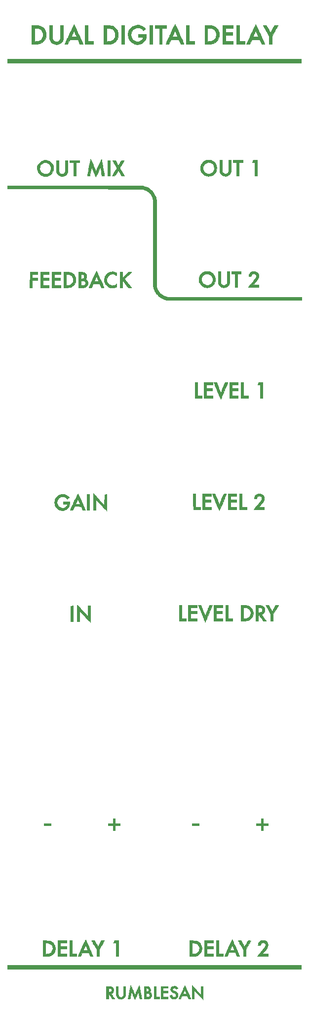
<source format=gto>
%TF.GenerationSoftware,KiCad,Pcbnew,(5.1.8-0-10_14)*%
%TF.CreationDate,2021-10-30T15:56:04+01:00*%
%TF.ProjectId,dual-digi-delay-frontpanel,6475616c-2d64-4696-9769-2d64656c6179,rev?*%
%TF.SameCoordinates,Original*%
%TF.FileFunction,Legend,Top*%
%TF.FilePolarity,Positive*%
%FSLAX46Y46*%
G04 Gerber Fmt 4.6, Leading zero omitted, Abs format (unit mm)*
G04 Created by KiCad (PCBNEW (5.1.8-0-10_14)) date 2021-10-30 15:56:04*
%MOMM*%
%LPD*%
G01*
G04 APERTURE LIST*
%ADD10C,0.010000*%
G04 APERTURE END LIST*
D10*
%TO.C,Ref\u002A\u002A*%
G36*
X108760136Y-186599549D02*
G01*
X108803761Y-186642480D01*
X108870954Y-186710353D01*
X108958918Y-186800293D01*
X109064857Y-186909427D01*
X109185976Y-187034879D01*
X109319477Y-187173777D01*
X109462566Y-187323246D01*
X109510167Y-187373095D01*
X110261583Y-188160493D01*
X110267149Y-187435330D01*
X110272715Y-186710166D01*
X110610833Y-186710166D01*
X110610833Y-187853166D01*
X110610738Y-188068695D01*
X110610465Y-188270953D01*
X110610032Y-188456085D01*
X110609456Y-188620235D01*
X110608755Y-188759547D01*
X110607948Y-188870168D01*
X110607052Y-188948241D01*
X110606085Y-188989912D01*
X110605542Y-188995921D01*
X110590337Y-188981039D01*
X110548631Y-188938383D01*
X110483160Y-188870796D01*
X110396660Y-188781119D01*
X110291866Y-188672195D01*
X110171515Y-188546865D01*
X110038342Y-188407970D01*
X109895084Y-188258353D01*
X109838250Y-188198943D01*
X109076250Y-187402210D01*
X109065118Y-188869166D01*
X108727000Y-188869166D01*
X108727000Y-187726166D01*
X108727285Y-187510677D01*
X108728104Y-187308489D01*
X108729404Y-187123455D01*
X108731131Y-186959425D01*
X108733232Y-186820249D01*
X108735653Y-186709778D01*
X108738341Y-186631863D01*
X108741241Y-186590354D01*
X108742875Y-186584432D01*
X108760136Y-186599549D01*
G37*
X108760136Y-186599549D02*
X108803761Y-186642480D01*
X108870954Y-186710353D01*
X108958918Y-186800293D01*
X109064857Y-186909427D01*
X109185976Y-187034879D01*
X109319477Y-187173777D01*
X109462566Y-187323246D01*
X109510167Y-187373095D01*
X110261583Y-188160493D01*
X110267149Y-187435330D01*
X110272715Y-186710166D01*
X110610833Y-186710166D01*
X110610833Y-187853166D01*
X110610738Y-188068695D01*
X110610465Y-188270953D01*
X110610032Y-188456085D01*
X110609456Y-188620235D01*
X110608755Y-188759547D01*
X110607948Y-188870168D01*
X110607052Y-188948241D01*
X110606085Y-188989912D01*
X110605542Y-188995921D01*
X110590337Y-188981039D01*
X110548631Y-188938383D01*
X110483160Y-188870796D01*
X110396660Y-188781119D01*
X110291866Y-188672195D01*
X110171515Y-188546865D01*
X110038342Y-188407970D01*
X109895084Y-188258353D01*
X109838250Y-188198943D01*
X109076250Y-187402210D01*
X109065118Y-188869166D01*
X108727000Y-188869166D01*
X108727000Y-187726166D01*
X108727285Y-187510677D01*
X108728104Y-187308489D01*
X108729404Y-187123455D01*
X108731131Y-186959425D01*
X108733232Y-186820249D01*
X108735653Y-186709778D01*
X108738341Y-186631863D01*
X108741241Y-186590354D01*
X108742875Y-186584432D01*
X108760136Y-186599549D01*
G36*
X99653150Y-186561861D02*
G01*
X99654947Y-186563763D01*
X99660081Y-186585694D01*
X99671729Y-186645472D01*
X99689194Y-186739233D01*
X99711777Y-186863110D01*
X99738782Y-187013237D01*
X99769510Y-187185747D01*
X99803264Y-187376775D01*
X99839347Y-187582454D01*
X99857042Y-187683833D01*
X99894131Y-187896193D01*
X99929297Y-188096618D01*
X99961826Y-188281111D01*
X99991007Y-188445677D01*
X100016128Y-188586316D01*
X100036475Y-188699033D01*
X100051337Y-188779831D01*
X100060001Y-188824712D01*
X100061688Y-188832125D01*
X100062976Y-188850084D01*
X100048743Y-188861113D01*
X100011419Y-188866857D01*
X99943433Y-188868962D01*
X99891343Y-188869166D01*
X99809681Y-188868137D01*
X99747106Y-188865391D01*
X99713299Y-188861436D01*
X99710000Y-188859625D01*
X99706792Y-188834304D01*
X99697847Y-188774207D01*
X99684182Y-188685661D01*
X99666814Y-188574991D01*
X99646762Y-188448520D01*
X99625043Y-188312574D01*
X99602674Y-188173478D01*
X99580672Y-188037557D01*
X99560056Y-187911136D01*
X99541843Y-187800540D01*
X99527050Y-187712094D01*
X99516695Y-187652122D01*
X99511796Y-187626951D01*
X99511634Y-187626578D01*
X99501871Y-187643773D01*
X99476653Y-187695180D01*
X99438015Y-187776460D01*
X99387991Y-187883272D01*
X99328615Y-188011278D01*
X99261922Y-188156137D01*
X99201859Y-188287392D01*
X99130325Y-188443373D01*
X99064068Y-188586389D01*
X99005175Y-188712049D01*
X98955732Y-188815960D01*
X98917826Y-188893729D01*
X98893544Y-188940964D01*
X98885232Y-188953833D01*
X98871427Y-188935887D01*
X98846489Y-188888510D01*
X98815456Y-188821391D01*
X98810907Y-188810958D01*
X98785618Y-188752887D01*
X98746258Y-188662947D01*
X98695839Y-188547999D01*
X98637373Y-188414909D01*
X98573875Y-188270538D01*
X98513858Y-188134240D01*
X98278656Y-187600398D01*
X98198573Y-188060157D01*
X98172829Y-188207512D01*
X98147328Y-188352680D01*
X98123726Y-188486295D01*
X98103678Y-188598992D01*
X98088840Y-188681404D01*
X98086439Y-188694541D01*
X98054389Y-188869166D01*
X97875351Y-188869166D01*
X97788305Y-188868313D01*
X97735939Y-188864635D01*
X97710618Y-188856456D01*
X97704704Y-188842100D01*
X97706627Y-188832125D01*
X97712542Y-188804805D01*
X97725752Y-188739895D01*
X97745476Y-188641359D01*
X97770927Y-188513160D01*
X97801323Y-188359264D01*
X97835880Y-188183634D01*
X97873813Y-187990235D01*
X97914339Y-187783031D01*
X97934735Y-187678541D01*
X97976116Y-187467461D01*
X98015346Y-187269415D01*
X98051644Y-187088199D01*
X98084230Y-186927610D01*
X98112325Y-186791444D01*
X98135148Y-186683497D01*
X98151921Y-186607566D01*
X98161863Y-186567448D01*
X98164066Y-186562000D01*
X98174783Y-186580725D01*
X98200562Y-186634184D01*
X98239554Y-186718301D01*
X98289910Y-186829000D01*
X98349782Y-186962207D01*
X98417320Y-187113845D01*
X98490676Y-187279839D01*
X98521723Y-187350458D01*
X98597173Y-187521886D01*
X98667711Y-187681293D01*
X98731453Y-187824488D01*
X98786518Y-187947282D01*
X98831024Y-188045484D01*
X98863088Y-188114905D01*
X98880827Y-188151353D01*
X98883457Y-188155727D01*
X98895283Y-188140783D01*
X98922623Y-188091153D01*
X98963576Y-188010737D01*
X99016241Y-187903434D01*
X99078716Y-187773144D01*
X99149100Y-187623766D01*
X99225492Y-187459200D01*
X99265292Y-187372560D01*
X99356530Y-187173268D01*
X99431743Y-187009120D01*
X99492540Y-186876774D01*
X99540532Y-186772887D01*
X99577328Y-186694119D01*
X99604538Y-186637128D01*
X99623772Y-186598571D01*
X99636641Y-186575108D01*
X99644753Y-186563396D01*
X99649719Y-186560095D01*
X99653150Y-186561861D01*
G37*
X99653150Y-186561861D02*
X99654947Y-186563763D01*
X99660081Y-186585694D01*
X99671729Y-186645472D01*
X99689194Y-186739233D01*
X99711777Y-186863110D01*
X99738782Y-187013237D01*
X99769510Y-187185747D01*
X99803264Y-187376775D01*
X99839347Y-187582454D01*
X99857042Y-187683833D01*
X99894131Y-187896193D01*
X99929297Y-188096618D01*
X99961826Y-188281111D01*
X99991007Y-188445677D01*
X100016128Y-188586316D01*
X100036475Y-188699033D01*
X100051337Y-188779831D01*
X100060001Y-188824712D01*
X100061688Y-188832125D01*
X100062976Y-188850084D01*
X100048743Y-188861113D01*
X100011419Y-188866857D01*
X99943433Y-188868962D01*
X99891343Y-188869166D01*
X99809681Y-188868137D01*
X99747106Y-188865391D01*
X99713299Y-188861436D01*
X99710000Y-188859625D01*
X99706792Y-188834304D01*
X99697847Y-188774207D01*
X99684182Y-188685661D01*
X99666814Y-188574991D01*
X99646762Y-188448520D01*
X99625043Y-188312574D01*
X99602674Y-188173478D01*
X99580672Y-188037557D01*
X99560056Y-187911136D01*
X99541843Y-187800540D01*
X99527050Y-187712094D01*
X99516695Y-187652122D01*
X99511796Y-187626951D01*
X99511634Y-187626578D01*
X99501871Y-187643773D01*
X99476653Y-187695180D01*
X99438015Y-187776460D01*
X99387991Y-187883272D01*
X99328615Y-188011278D01*
X99261922Y-188156137D01*
X99201859Y-188287392D01*
X99130325Y-188443373D01*
X99064068Y-188586389D01*
X99005175Y-188712049D01*
X98955732Y-188815960D01*
X98917826Y-188893729D01*
X98893544Y-188940964D01*
X98885232Y-188953833D01*
X98871427Y-188935887D01*
X98846489Y-188888510D01*
X98815456Y-188821391D01*
X98810907Y-188810958D01*
X98785618Y-188752887D01*
X98746258Y-188662947D01*
X98695839Y-188547999D01*
X98637373Y-188414909D01*
X98573875Y-188270538D01*
X98513858Y-188134240D01*
X98278656Y-187600398D01*
X98198573Y-188060157D01*
X98172829Y-188207512D01*
X98147328Y-188352680D01*
X98123726Y-188486295D01*
X98103678Y-188598992D01*
X98088840Y-188681404D01*
X98086439Y-188694541D01*
X98054389Y-188869166D01*
X97875351Y-188869166D01*
X97788305Y-188868313D01*
X97735939Y-188864635D01*
X97710618Y-188856456D01*
X97704704Y-188842100D01*
X97706627Y-188832125D01*
X97712542Y-188804805D01*
X97725752Y-188739895D01*
X97745476Y-188641359D01*
X97770927Y-188513160D01*
X97801323Y-188359264D01*
X97835880Y-188183634D01*
X97873813Y-187990235D01*
X97914339Y-187783031D01*
X97934735Y-187678541D01*
X97976116Y-187467461D01*
X98015346Y-187269415D01*
X98051644Y-187088199D01*
X98084230Y-186927610D01*
X98112325Y-186791444D01*
X98135148Y-186683497D01*
X98151921Y-186607566D01*
X98161863Y-186567448D01*
X98164066Y-186562000D01*
X98174783Y-186580725D01*
X98200562Y-186634184D01*
X98239554Y-186718301D01*
X98289910Y-186829000D01*
X98349782Y-186962207D01*
X98417320Y-187113845D01*
X98490676Y-187279839D01*
X98521723Y-187350458D01*
X98597173Y-187521886D01*
X98667711Y-187681293D01*
X98731453Y-187824488D01*
X98786518Y-187947282D01*
X98831024Y-188045484D01*
X98863088Y-188114905D01*
X98880827Y-188151353D01*
X98883457Y-188155727D01*
X98895283Y-188140783D01*
X98922623Y-188091153D01*
X98963576Y-188010737D01*
X99016241Y-187903434D01*
X99078716Y-187773144D01*
X99149100Y-187623766D01*
X99225492Y-187459200D01*
X99265292Y-187372560D01*
X99356530Y-187173268D01*
X99431743Y-187009120D01*
X99492540Y-186876774D01*
X99540532Y-186772887D01*
X99577328Y-186694119D01*
X99604538Y-186637128D01*
X99623772Y-186598571D01*
X99636641Y-186575108D01*
X99644753Y-186563396D01*
X99649719Y-186560095D01*
X99653150Y-186561861D01*
G36*
X96032470Y-187456291D02*
G01*
X96035347Y-187669166D01*
X96038598Y-187844189D01*
X96042760Y-187985844D01*
X96048369Y-188098612D01*
X96055962Y-188186975D01*
X96066075Y-188255415D01*
X96079244Y-188308415D01*
X96096007Y-188350456D01*
X96116898Y-188386020D01*
X96142455Y-188419590D01*
X96148646Y-188427021D01*
X96237679Y-188503069D01*
X96346926Y-188551176D01*
X96466908Y-188571418D01*
X96588144Y-188563867D01*
X96701154Y-188528597D01*
X96796458Y-188465682D01*
X96836159Y-188421678D01*
X96863275Y-188383685D01*
X96885444Y-188346759D01*
X96903228Y-188306255D01*
X96917190Y-188257526D01*
X96927896Y-188195928D01*
X96935908Y-188116814D01*
X96941789Y-188015540D01*
X96946104Y-187887459D01*
X96949415Y-187727925D01*
X96952287Y-187532293D01*
X96953269Y-187456291D01*
X96962750Y-186710166D01*
X97297000Y-186710166D01*
X97296581Y-187392791D01*
X97295800Y-187621659D01*
X97293497Y-187812806D01*
X97289265Y-187970832D01*
X97282700Y-188100334D01*
X97273398Y-188205911D01*
X97260955Y-188292161D01*
X97244966Y-188363683D01*
X97225026Y-188425074D01*
X97200905Y-188480578D01*
X97123215Y-188599415D01*
X97015793Y-188707160D01*
X96889499Y-188795810D01*
X96755189Y-188857356D01*
X96658457Y-188880553D01*
X96590960Y-188889802D01*
X96535365Y-188897568D01*
X96524417Y-188899137D01*
X96480964Y-188899582D01*
X96412787Y-188894342D01*
X96355750Y-188887404D01*
X96193488Y-188843912D01*
X96042555Y-188764190D01*
X95910480Y-188654171D01*
X95804792Y-188519787D01*
X95748229Y-188408720D01*
X95735574Y-188375997D01*
X95725264Y-188343948D01*
X95717014Y-188307927D01*
X95710540Y-188263285D01*
X95705560Y-188205376D01*
X95701788Y-188129551D01*
X95698940Y-188031163D01*
X95696734Y-187905563D01*
X95694885Y-187748105D01*
X95693109Y-187554139D01*
X95692637Y-187498625D01*
X95685971Y-186710166D01*
X96023296Y-186710166D01*
X96032470Y-187456291D01*
G37*
X96032470Y-187456291D02*
X96035347Y-187669166D01*
X96038598Y-187844189D01*
X96042760Y-187985844D01*
X96048369Y-188098612D01*
X96055962Y-188186975D01*
X96066075Y-188255415D01*
X96079244Y-188308415D01*
X96096007Y-188350456D01*
X96116898Y-188386020D01*
X96142455Y-188419590D01*
X96148646Y-188427021D01*
X96237679Y-188503069D01*
X96346926Y-188551176D01*
X96466908Y-188571418D01*
X96588144Y-188563867D01*
X96701154Y-188528597D01*
X96796458Y-188465682D01*
X96836159Y-188421678D01*
X96863275Y-188383685D01*
X96885444Y-188346759D01*
X96903228Y-188306255D01*
X96917190Y-188257526D01*
X96927896Y-188195928D01*
X96935908Y-188116814D01*
X96941789Y-188015540D01*
X96946104Y-187887459D01*
X96949415Y-187727925D01*
X96952287Y-187532293D01*
X96953269Y-187456291D01*
X96962750Y-186710166D01*
X97297000Y-186710166D01*
X97296581Y-187392791D01*
X97295800Y-187621659D01*
X97293497Y-187812806D01*
X97289265Y-187970832D01*
X97282700Y-188100334D01*
X97273398Y-188205911D01*
X97260955Y-188292161D01*
X97244966Y-188363683D01*
X97225026Y-188425074D01*
X97200905Y-188480578D01*
X97123215Y-188599415D01*
X97015793Y-188707160D01*
X96889499Y-188795810D01*
X96755189Y-188857356D01*
X96658457Y-188880553D01*
X96590960Y-188889802D01*
X96535365Y-188897568D01*
X96524417Y-188899137D01*
X96480964Y-188899582D01*
X96412787Y-188894342D01*
X96355750Y-188887404D01*
X96193488Y-188843912D01*
X96042555Y-188764190D01*
X95910480Y-188654171D01*
X95804792Y-188519787D01*
X95748229Y-188408720D01*
X95735574Y-188375997D01*
X95725264Y-188343948D01*
X95717014Y-188307927D01*
X95710540Y-188263285D01*
X95705560Y-188205376D01*
X95701788Y-188129551D01*
X95698940Y-188031163D01*
X95696734Y-187905563D01*
X95694885Y-187748105D01*
X95693109Y-187554139D01*
X95692637Y-187498625D01*
X95685971Y-186710166D01*
X96023296Y-186710166D01*
X96032470Y-187456291D01*
G36*
X105756776Y-186684187D02*
G01*
X105894035Y-186722341D01*
X105924694Y-186736745D01*
X105984688Y-186774753D01*
X106051026Y-186827652D01*
X106115907Y-186887638D01*
X106171533Y-186946904D01*
X106210103Y-186997646D01*
X106223819Y-187032057D01*
X106223197Y-187035490D01*
X106202084Y-187057220D01*
X106155659Y-187091016D01*
X106096116Y-187129320D01*
X106035652Y-187164569D01*
X105986462Y-187189202D01*
X105964022Y-187196175D01*
X105939598Y-187180224D01*
X105908633Y-187140088D01*
X105904553Y-187133391D01*
X105842530Y-187061506D01*
X105757621Y-187020730D01*
X105645561Y-187009283D01*
X105611089Y-187010917D01*
X105532086Y-187020433D01*
X105478284Y-187039272D01*
X105432640Y-187073984D01*
X105423340Y-187083056D01*
X105375669Y-187147841D01*
X105348571Y-187218163D01*
X105348038Y-187221223D01*
X105350223Y-187289637D01*
X105382194Y-187352681D01*
X105446991Y-187413211D01*
X105547660Y-187474082D01*
X105684532Y-187537021D01*
X105860260Y-187616490D01*
X105998675Y-187694166D01*
X106104363Y-187774304D01*
X106181910Y-187861158D01*
X106235903Y-187958985D01*
X106270927Y-188072039D01*
X106273356Y-188083351D01*
X106284371Y-188203080D01*
X106274518Y-188335304D01*
X106246241Y-188460769D01*
X106215837Y-188536131D01*
X106125861Y-188665776D01*
X106006591Y-188769392D01*
X105864232Y-188844012D01*
X105704988Y-188886673D01*
X105535065Y-188894407D01*
X105477917Y-188888818D01*
X105396620Y-188873246D01*
X105318266Y-188850979D01*
X105295046Y-188842216D01*
X105182553Y-188774722D01*
X105079775Y-188675863D01*
X104995624Y-188556600D01*
X104939018Y-188427894D01*
X104929606Y-188392916D01*
X104915639Y-188335388D01*
X104904761Y-188294818D01*
X104907248Y-188274688D01*
X104932848Y-188257488D01*
X104988597Y-188239788D01*
X105045945Y-188226026D01*
X105123774Y-188209234D01*
X105186934Y-188197035D01*
X105222708Y-188191869D01*
X105224110Y-188191833D01*
X105243726Y-188211122D01*
X105260463Y-188261569D01*
X105265128Y-188286982D01*
X105301343Y-188398572D01*
X105369742Y-188486278D01*
X105464849Y-188545553D01*
X105581187Y-188571847D01*
X105609157Y-188572754D01*
X105725963Y-188554005D01*
X105821245Y-188501243D01*
X105890067Y-188419401D01*
X105927498Y-188313414D01*
X105932921Y-188248990D01*
X105923915Y-188154170D01*
X105893680Y-188074570D01*
X105837633Y-188005277D01*
X105751191Y-187941379D01*
X105629771Y-187877961D01*
X105556984Y-187845938D01*
X105387109Y-187767896D01*
X105254326Y-187691544D01*
X105153749Y-187613090D01*
X105080493Y-187528740D01*
X105030769Y-187437344D01*
X105001203Y-187314956D01*
X105005671Y-187182338D01*
X105041351Y-187050085D01*
X105105419Y-186928789D01*
X105192265Y-186831409D01*
X105313689Y-186752475D01*
X105455591Y-186700677D01*
X105606957Y-186677440D01*
X105756776Y-186684187D01*
G37*
X105756776Y-186684187D02*
X105894035Y-186722341D01*
X105924694Y-186736745D01*
X105984688Y-186774753D01*
X106051026Y-186827652D01*
X106115907Y-186887638D01*
X106171533Y-186946904D01*
X106210103Y-186997646D01*
X106223819Y-187032057D01*
X106223197Y-187035490D01*
X106202084Y-187057220D01*
X106155659Y-187091016D01*
X106096116Y-187129320D01*
X106035652Y-187164569D01*
X105986462Y-187189202D01*
X105964022Y-187196175D01*
X105939598Y-187180224D01*
X105908633Y-187140088D01*
X105904553Y-187133391D01*
X105842530Y-187061506D01*
X105757621Y-187020730D01*
X105645561Y-187009283D01*
X105611089Y-187010917D01*
X105532086Y-187020433D01*
X105478284Y-187039272D01*
X105432640Y-187073984D01*
X105423340Y-187083056D01*
X105375669Y-187147841D01*
X105348571Y-187218163D01*
X105348038Y-187221223D01*
X105350223Y-187289637D01*
X105382194Y-187352681D01*
X105446991Y-187413211D01*
X105547660Y-187474082D01*
X105684532Y-187537021D01*
X105860260Y-187616490D01*
X105998675Y-187694166D01*
X106104363Y-187774304D01*
X106181910Y-187861158D01*
X106235903Y-187958985D01*
X106270927Y-188072039D01*
X106273356Y-188083351D01*
X106284371Y-188203080D01*
X106274518Y-188335304D01*
X106246241Y-188460769D01*
X106215837Y-188536131D01*
X106125861Y-188665776D01*
X106006591Y-188769392D01*
X105864232Y-188844012D01*
X105704988Y-188886673D01*
X105535065Y-188894407D01*
X105477917Y-188888818D01*
X105396620Y-188873246D01*
X105318266Y-188850979D01*
X105295046Y-188842216D01*
X105182553Y-188774722D01*
X105079775Y-188675863D01*
X104995624Y-188556600D01*
X104939018Y-188427894D01*
X104929606Y-188392916D01*
X104915639Y-188335388D01*
X104904761Y-188294818D01*
X104907248Y-188274688D01*
X104932848Y-188257488D01*
X104988597Y-188239788D01*
X105045945Y-188226026D01*
X105123774Y-188209234D01*
X105186934Y-188197035D01*
X105222708Y-188191869D01*
X105224110Y-188191833D01*
X105243726Y-188211122D01*
X105260463Y-188261569D01*
X105265128Y-188286982D01*
X105301343Y-188398572D01*
X105369742Y-188486278D01*
X105464849Y-188545553D01*
X105581187Y-188571847D01*
X105609157Y-188572754D01*
X105725963Y-188554005D01*
X105821245Y-188501243D01*
X105890067Y-188419401D01*
X105927498Y-188313414D01*
X105932921Y-188248990D01*
X105923915Y-188154170D01*
X105893680Y-188074570D01*
X105837633Y-188005277D01*
X105751191Y-187941379D01*
X105629771Y-187877961D01*
X105556984Y-187845938D01*
X105387109Y-187767896D01*
X105254326Y-187691544D01*
X105153749Y-187613090D01*
X105080493Y-187528740D01*
X105030769Y-187437344D01*
X105001203Y-187314956D01*
X105005671Y-187182338D01*
X105041351Y-187050085D01*
X105105419Y-186928789D01*
X105192265Y-186831409D01*
X105313689Y-186752475D01*
X105455591Y-186700677D01*
X105606957Y-186677440D01*
X105756776Y-186684187D01*
G36*
X94484094Y-186716480D02*
G01*
X94670715Y-186736495D01*
X94824604Y-186771822D01*
X94949677Y-186824070D01*
X95049854Y-186894851D01*
X95129053Y-186985774D01*
X95187928Y-187091166D01*
X95221918Y-187206554D01*
X95232898Y-187341180D01*
X95221070Y-187478879D01*
X95186634Y-187603486D01*
X95181414Y-187615839D01*
X95122226Y-187714931D01*
X95039445Y-187807891D01*
X94945646Y-187882379D01*
X94871000Y-187920422D01*
X94823799Y-187942153D01*
X94800016Y-187962232D01*
X94799333Y-187965058D01*
X94811314Y-187986669D01*
X94844992Y-188037506D01*
X94896972Y-188112702D01*
X94963856Y-188207389D01*
X95042249Y-188316699D01*
X95106250Y-188404934D01*
X95191059Y-188522153D01*
X95266886Y-188628568D01*
X95330328Y-188719275D01*
X95377983Y-188789367D01*
X95406452Y-188833938D01*
X95413167Y-188847628D01*
X95393011Y-188858087D01*
X95336444Y-188865403D01*
X95249313Y-188868938D01*
X95216331Y-188869166D01*
X95019496Y-188869166D01*
X94713623Y-188425547D01*
X94629977Y-188305067D01*
X94553815Y-188196955D01*
X94488510Y-188105871D01*
X94437435Y-188036477D01*
X94403965Y-187993434D01*
X94391875Y-187981047D01*
X94387161Y-188000912D01*
X94383004Y-188056942D01*
X94379624Y-188142970D01*
X94377242Y-188252827D01*
X94376079Y-188380348D01*
X94376000Y-188424666D01*
X94376000Y-188869166D01*
X94016167Y-188869166D01*
X94016167Y-187689400D01*
X94376000Y-187689400D01*
X94532127Y-187679380D01*
X94646788Y-187665742D01*
X94730701Y-187640260D01*
X94762707Y-187623346D01*
X94841014Y-187552849D01*
X94887898Y-187463889D01*
X94903826Y-187365659D01*
X94889262Y-187267352D01*
X94844674Y-187178161D01*
X94770527Y-187107277D01*
X94735554Y-187087464D01*
X94674874Y-187066516D01*
X94591741Y-187047890D01*
X94518875Y-187037373D01*
X94376000Y-187022734D01*
X94376000Y-187689400D01*
X94016167Y-187689400D01*
X94016167Y-186710166D01*
X94260820Y-186710166D01*
X94484094Y-186716480D01*
G37*
X94484094Y-186716480D02*
X94670715Y-186736495D01*
X94824604Y-186771822D01*
X94949677Y-186824070D01*
X95049854Y-186894851D01*
X95129053Y-186985774D01*
X95187928Y-187091166D01*
X95221918Y-187206554D01*
X95232898Y-187341180D01*
X95221070Y-187478879D01*
X95186634Y-187603486D01*
X95181414Y-187615839D01*
X95122226Y-187714931D01*
X95039445Y-187807891D01*
X94945646Y-187882379D01*
X94871000Y-187920422D01*
X94823799Y-187942153D01*
X94800016Y-187962232D01*
X94799333Y-187965058D01*
X94811314Y-187986669D01*
X94844992Y-188037506D01*
X94896972Y-188112702D01*
X94963856Y-188207389D01*
X95042249Y-188316699D01*
X95106250Y-188404934D01*
X95191059Y-188522153D01*
X95266886Y-188628568D01*
X95330328Y-188719275D01*
X95377983Y-188789367D01*
X95406452Y-188833938D01*
X95413167Y-188847628D01*
X95393011Y-188858087D01*
X95336444Y-188865403D01*
X95249313Y-188868938D01*
X95216331Y-188869166D01*
X95019496Y-188869166D01*
X94713623Y-188425547D01*
X94629977Y-188305067D01*
X94553815Y-188196955D01*
X94488510Y-188105871D01*
X94437435Y-188036477D01*
X94403965Y-187993434D01*
X94391875Y-187981047D01*
X94387161Y-188000912D01*
X94383004Y-188056942D01*
X94379624Y-188142970D01*
X94377242Y-188252827D01*
X94376079Y-188380348D01*
X94376000Y-188424666D01*
X94376000Y-188869166D01*
X94016167Y-188869166D01*
X94016167Y-187689400D01*
X94376000Y-187689400D01*
X94532127Y-187679380D01*
X94646788Y-187665742D01*
X94730701Y-187640260D01*
X94762707Y-187623346D01*
X94841014Y-187552849D01*
X94887898Y-187463889D01*
X94903826Y-187365659D01*
X94889262Y-187267352D01*
X94844674Y-187178161D01*
X94770527Y-187107277D01*
X94735554Y-187087464D01*
X94674874Y-187066516D01*
X94591741Y-187047890D01*
X94518875Y-187037373D01*
X94376000Y-187022734D01*
X94376000Y-187689400D01*
X94016167Y-187689400D01*
X94016167Y-186710166D01*
X94260820Y-186710166D01*
X94484094Y-186716480D01*
G36*
X100805375Y-186715618D02*
G01*
X100985376Y-186726002D01*
X101129397Y-186744619D01*
X101243428Y-186774192D01*
X101333463Y-186817444D01*
X101405493Y-186877099D01*
X101465510Y-186955880D01*
X101509460Y-187035637D01*
X101549735Y-187128043D01*
X101570245Y-187208867D01*
X101576542Y-187300454D01*
X101576583Y-187305757D01*
X101563473Y-187445196D01*
X101524397Y-187565278D01*
X101466035Y-187652933D01*
X101445032Y-187677688D01*
X101442348Y-187697110D01*
X101463107Y-187719797D01*
X101512433Y-187754349D01*
X101535577Y-187769638D01*
X101645781Y-187865164D01*
X101721067Y-187983842D01*
X101761897Y-188126598D01*
X101770222Y-188241709D01*
X101756631Y-188389861D01*
X101712965Y-188515162D01*
X101634886Y-188628371D01*
X101598775Y-188666979D01*
X101528804Y-188728898D01*
X101452649Y-188777332D01*
X101364310Y-188813746D01*
X101257782Y-188839606D01*
X101127066Y-188856378D01*
X100966158Y-188865528D01*
X100773625Y-188868513D01*
X100493167Y-188869166D01*
X100493167Y-188530500D01*
X100831833Y-188530500D01*
X101006458Y-188530035D01*
X101123300Y-188525165D01*
X101211735Y-188509906D01*
X101271955Y-188488327D01*
X101355563Y-188429410D01*
X101411168Y-188347245D01*
X101436245Y-188251957D01*
X101428271Y-188153670D01*
X101384721Y-188062508D01*
X101379741Y-188055974D01*
X101321977Y-187998903D01*
X101248404Y-187959585D01*
X101150483Y-187934843D01*
X101019676Y-187921505D01*
X101017739Y-187921394D01*
X100831833Y-187910794D01*
X100831833Y-188530500D01*
X100493167Y-188530500D01*
X100493167Y-187620333D01*
X100831833Y-187620333D01*
X100939759Y-187620333D01*
X101019293Y-187613515D01*
X101093938Y-187596318D01*
X101118040Y-187586947D01*
X101186653Y-187532668D01*
X101232951Y-187452254D01*
X101254655Y-187356862D01*
X101249483Y-187257650D01*
X101215157Y-187165776D01*
X101206809Y-187152505D01*
X101134232Y-187081907D01*
X101031213Y-187040721D01*
X100921792Y-187028861D01*
X100831833Y-187027666D01*
X100831833Y-187620333D01*
X100493167Y-187620333D01*
X100493167Y-186704414D01*
X100805375Y-186715618D01*
G37*
X100805375Y-186715618D02*
X100985376Y-186726002D01*
X101129397Y-186744619D01*
X101243428Y-186774192D01*
X101333463Y-186817444D01*
X101405493Y-186877099D01*
X101465510Y-186955880D01*
X101509460Y-187035637D01*
X101549735Y-187128043D01*
X101570245Y-187208867D01*
X101576542Y-187300454D01*
X101576583Y-187305757D01*
X101563473Y-187445196D01*
X101524397Y-187565278D01*
X101466035Y-187652933D01*
X101445032Y-187677688D01*
X101442348Y-187697110D01*
X101463107Y-187719797D01*
X101512433Y-187754349D01*
X101535577Y-187769638D01*
X101645781Y-187865164D01*
X101721067Y-187983842D01*
X101761897Y-188126598D01*
X101770222Y-188241709D01*
X101756631Y-188389861D01*
X101712965Y-188515162D01*
X101634886Y-188628371D01*
X101598775Y-188666979D01*
X101528804Y-188728898D01*
X101452649Y-188777332D01*
X101364310Y-188813746D01*
X101257782Y-188839606D01*
X101127066Y-188856378D01*
X100966158Y-188865528D01*
X100773625Y-188868513D01*
X100493167Y-188869166D01*
X100493167Y-188530500D01*
X100831833Y-188530500D01*
X101006458Y-188530035D01*
X101123300Y-188525165D01*
X101211735Y-188509906D01*
X101271955Y-188488327D01*
X101355563Y-188429410D01*
X101411168Y-188347245D01*
X101436245Y-188251957D01*
X101428271Y-188153670D01*
X101384721Y-188062508D01*
X101379741Y-188055974D01*
X101321977Y-187998903D01*
X101248404Y-187959585D01*
X101150483Y-187934843D01*
X101019676Y-187921505D01*
X101017739Y-187921394D01*
X100831833Y-187910794D01*
X100831833Y-188530500D01*
X100493167Y-188530500D01*
X100493167Y-187620333D01*
X100831833Y-187620333D01*
X100939759Y-187620333D01*
X101019293Y-187613515D01*
X101093938Y-187596318D01*
X101118040Y-187586947D01*
X101186653Y-187532668D01*
X101232951Y-187452254D01*
X101254655Y-187356862D01*
X101249483Y-187257650D01*
X101215157Y-187165776D01*
X101206809Y-187152505D01*
X101134232Y-187081907D01*
X101031213Y-187040721D01*
X100921792Y-187028861D01*
X100831833Y-187027666D01*
X100831833Y-187620333D01*
X100493167Y-187620333D01*
X100493167Y-186704414D01*
X100805375Y-186715618D01*
G36*
X102504000Y-188529368D02*
G01*
X102816208Y-188535225D01*
X103128417Y-188541083D01*
X103128417Y-188858583D01*
X102165333Y-188869961D01*
X102165333Y-186710166D01*
X102504000Y-186710166D01*
X102504000Y-188529368D01*
G37*
X102504000Y-188529368D02*
X102816208Y-188535225D01*
X103128417Y-188541083D01*
X103128417Y-188858583D01*
X102165333Y-188869961D01*
X102165333Y-186710166D01*
X102504000Y-186710166D01*
X102504000Y-188529368D01*
G36*
X104599500Y-187027666D02*
G01*
X103752833Y-187027666D01*
X103752833Y-187535666D01*
X104578333Y-187535666D01*
X104578333Y-187853166D01*
X103752833Y-187853166D01*
X103752833Y-188530500D01*
X104599500Y-188530500D01*
X104599500Y-188869166D01*
X103414167Y-188869166D01*
X103414167Y-186710166D01*
X104599500Y-186710166D01*
X104599500Y-187027666D01*
G37*
X104599500Y-187027666D02*
X103752833Y-187027666D01*
X103752833Y-187535666D01*
X104578333Y-187535666D01*
X104578333Y-187853166D01*
X103752833Y-187853166D01*
X103752833Y-188530500D01*
X104599500Y-188530500D01*
X104599500Y-188869166D01*
X103414167Y-188869166D01*
X103414167Y-186710166D01*
X104599500Y-186710166D01*
X104599500Y-187027666D01*
G36*
X107470197Y-186619892D02*
G01*
X107496870Y-186676032D01*
X107537017Y-186762418D01*
X107588741Y-186874848D01*
X107650146Y-187009119D01*
X107719336Y-187161028D01*
X107794413Y-187326373D01*
X107873481Y-187500952D01*
X107954644Y-187680561D01*
X108036004Y-187860997D01*
X108115666Y-188038059D01*
X108191732Y-188207544D01*
X108262306Y-188365248D01*
X108325491Y-188506969D01*
X108379392Y-188628506D01*
X108422110Y-188725654D01*
X108451750Y-188794211D01*
X108466414Y-188829975D01*
X108467432Y-188832988D01*
X108469201Y-188850988D01*
X108456699Y-188861690D01*
X108422379Y-188866453D01*
X108358696Y-188866640D01*
X108291432Y-188864738D01*
X108104475Y-188858583D01*
X107886313Y-188350583D01*
X106984772Y-188350583D01*
X106867060Y-188609875D01*
X106749349Y-188869166D01*
X106574008Y-188869166D01*
X106479173Y-188866488D01*
X106419586Y-188858751D01*
X106398669Y-188846402D01*
X106398667Y-188846250D01*
X106407347Y-188820467D01*
X106432114Y-188761412D01*
X106471051Y-188673146D01*
X106522243Y-188559730D01*
X106583777Y-188425222D01*
X106653736Y-188273684D01*
X106730207Y-188109176D01*
X106774701Y-188013994D01*
X107139500Y-188013994D01*
X107159404Y-188017051D01*
X107214067Y-188019620D01*
X107295915Y-188021485D01*
X107397376Y-188022428D01*
X107435833Y-188022500D01*
X107542334Y-188021669D01*
X107631855Y-188019389D01*
X107696823Y-188015976D01*
X107729663Y-188011744D01*
X107732167Y-188010140D01*
X107724279Y-187986669D01*
X107702840Y-187933424D01*
X107671188Y-187858036D01*
X107632659Y-187768134D01*
X107590591Y-187671346D01*
X107548321Y-187575303D01*
X107509185Y-187487633D01*
X107476521Y-187415966D01*
X107453666Y-187367931D01*
X107443956Y-187351158D01*
X107443935Y-187351176D01*
X107433302Y-187371647D01*
X107408824Y-187422861D01*
X107374040Y-187497109D01*
X107332494Y-187586680D01*
X107287725Y-187683863D01*
X107243277Y-187780946D01*
X107202690Y-187870221D01*
X107169506Y-187943974D01*
X107147266Y-187994497D01*
X107139500Y-188013994D01*
X106774701Y-188013994D01*
X106811274Y-187935757D01*
X106895022Y-187757488D01*
X106979536Y-187578429D01*
X107062902Y-187402641D01*
X107143205Y-187234183D01*
X107218530Y-187077115D01*
X107286962Y-186935498D01*
X107346586Y-186813393D01*
X107395487Y-186714858D01*
X107431751Y-186643955D01*
X107453462Y-186604743D01*
X107458895Y-186598201D01*
X107470197Y-186619892D01*
G37*
X107470197Y-186619892D02*
X107496870Y-186676032D01*
X107537017Y-186762418D01*
X107588741Y-186874848D01*
X107650146Y-187009119D01*
X107719336Y-187161028D01*
X107794413Y-187326373D01*
X107873481Y-187500952D01*
X107954644Y-187680561D01*
X108036004Y-187860997D01*
X108115666Y-188038059D01*
X108191732Y-188207544D01*
X108262306Y-188365248D01*
X108325491Y-188506969D01*
X108379392Y-188628506D01*
X108422110Y-188725654D01*
X108451750Y-188794211D01*
X108466414Y-188829975D01*
X108467432Y-188832988D01*
X108469201Y-188850988D01*
X108456699Y-188861690D01*
X108422379Y-188866453D01*
X108358696Y-188866640D01*
X108291432Y-188864738D01*
X108104475Y-188858583D01*
X107886313Y-188350583D01*
X106984772Y-188350583D01*
X106867060Y-188609875D01*
X106749349Y-188869166D01*
X106574008Y-188869166D01*
X106479173Y-188866488D01*
X106419586Y-188858751D01*
X106398669Y-188846402D01*
X106398667Y-188846250D01*
X106407347Y-188820467D01*
X106432114Y-188761412D01*
X106471051Y-188673146D01*
X106522243Y-188559730D01*
X106583777Y-188425222D01*
X106653736Y-188273684D01*
X106730207Y-188109176D01*
X106774701Y-188013994D01*
X107139500Y-188013994D01*
X107159404Y-188017051D01*
X107214067Y-188019620D01*
X107295915Y-188021485D01*
X107397376Y-188022428D01*
X107435833Y-188022500D01*
X107542334Y-188021669D01*
X107631855Y-188019389D01*
X107696823Y-188015976D01*
X107729663Y-188011744D01*
X107732167Y-188010140D01*
X107724279Y-187986669D01*
X107702840Y-187933424D01*
X107671188Y-187858036D01*
X107632659Y-187768134D01*
X107590591Y-187671346D01*
X107548321Y-187575303D01*
X107509185Y-187487633D01*
X107476521Y-187415966D01*
X107453666Y-187367931D01*
X107443956Y-187351158D01*
X107443935Y-187351176D01*
X107433302Y-187371647D01*
X107408824Y-187422861D01*
X107374040Y-187497109D01*
X107332494Y-187586680D01*
X107287725Y-187683863D01*
X107243277Y-187780946D01*
X107202690Y-187870221D01*
X107169506Y-187943974D01*
X107147266Y-187994497D01*
X107139500Y-188013994D01*
X106774701Y-188013994D01*
X106811274Y-187935757D01*
X106895022Y-187757488D01*
X106979536Y-187578429D01*
X107062902Y-187402641D01*
X107143205Y-187234183D01*
X107218530Y-187077115D01*
X107286962Y-186935498D01*
X107346586Y-186813393D01*
X107395487Y-186714858D01*
X107431751Y-186643955D01*
X107453462Y-186604743D01*
X107458895Y-186598201D01*
X107470197Y-186619892D01*
G36*
X127275000Y-183800000D02*
G01*
X77050000Y-183775000D01*
X77050000Y-183125000D01*
X127450000Y-183125000D01*
X127450000Y-183800000D01*
X127275000Y-183800000D01*
G37*
X127275000Y-183800000D02*
X77050000Y-183775000D01*
X77050000Y-183125000D01*
X127450000Y-183125000D01*
X127450000Y-183800000D01*
X127275000Y-183800000D01*
G36*
X83649792Y-178905062D02*
G01*
X83834092Y-178909596D01*
X83983275Y-178915832D01*
X84104553Y-178925001D01*
X84205140Y-178938330D01*
X84292248Y-178957050D01*
X84373090Y-178982391D01*
X84454879Y-179015580D01*
X84544083Y-179057484D01*
X84734164Y-179173231D01*
X84896012Y-179320392D01*
X85029156Y-179498421D01*
X85133126Y-179706772D01*
X85155577Y-179766565D01*
X85182488Y-179846634D01*
X85200609Y-179913996D01*
X85211681Y-179980983D01*
X85217442Y-180059922D01*
X85219634Y-180163145D01*
X85219923Y-180222583D01*
X85216377Y-180387247D01*
X85203182Y-180522680D01*
X85177797Y-180641382D01*
X85137682Y-180755854D01*
X85090896Y-180857583D01*
X84975111Y-181043770D01*
X84826513Y-181208137D01*
X84650874Y-181346278D01*
X84453967Y-181453786D01*
X84241564Y-181526254D01*
X84203563Y-181534935D01*
X84119536Y-181548001D01*
X84006127Y-181557412D01*
X83859470Y-181563372D01*
X83675703Y-181566083D01*
X83607458Y-181566299D01*
X83157667Y-181566666D01*
X83157667Y-181191901D01*
X83581000Y-181191901D01*
X83800746Y-181177694D01*
X83909779Y-181168218D01*
X84018590Y-181154680D01*
X84110357Y-181139331D01*
X84144704Y-181131652D01*
X84250385Y-181092470D01*
X84366269Y-181030267D01*
X84477661Y-180954490D01*
X84569867Y-180874586D01*
X84603824Y-180836494D01*
X84703379Y-180677152D01*
X84768912Y-180498911D01*
X84799707Y-180309003D01*
X84795047Y-180114662D01*
X84754217Y-179923118D01*
X84706424Y-179800283D01*
X84609942Y-179640658D01*
X84484308Y-179511658D01*
X84329692Y-179413374D01*
X84146265Y-179345898D01*
X83934198Y-179309320D01*
X83776792Y-179302146D01*
X83581000Y-179301833D01*
X83581000Y-181191901D01*
X83157667Y-181191901D01*
X83157667Y-178895201D01*
X83649792Y-178905062D01*
G37*
X83649792Y-178905062D02*
X83834092Y-178909596D01*
X83983275Y-178915832D01*
X84104553Y-178925001D01*
X84205140Y-178938330D01*
X84292248Y-178957050D01*
X84373090Y-178982391D01*
X84454879Y-179015580D01*
X84544083Y-179057484D01*
X84734164Y-179173231D01*
X84896012Y-179320392D01*
X85029156Y-179498421D01*
X85133126Y-179706772D01*
X85155577Y-179766565D01*
X85182488Y-179846634D01*
X85200609Y-179913996D01*
X85211681Y-179980983D01*
X85217442Y-180059922D01*
X85219634Y-180163145D01*
X85219923Y-180222583D01*
X85216377Y-180387247D01*
X85203182Y-180522680D01*
X85177797Y-180641382D01*
X85137682Y-180755854D01*
X85090896Y-180857583D01*
X84975111Y-181043770D01*
X84826513Y-181208137D01*
X84650874Y-181346278D01*
X84453967Y-181453786D01*
X84241564Y-181526254D01*
X84203563Y-181534935D01*
X84119536Y-181548001D01*
X84006127Y-181557412D01*
X83859470Y-181563372D01*
X83675703Y-181566083D01*
X83607458Y-181566299D01*
X83157667Y-181566666D01*
X83157667Y-181191901D01*
X83581000Y-181191901D01*
X83800746Y-181177694D01*
X83909779Y-181168218D01*
X84018590Y-181154680D01*
X84110357Y-181139331D01*
X84144704Y-181131652D01*
X84250385Y-181092470D01*
X84366269Y-181030267D01*
X84477661Y-180954490D01*
X84569867Y-180874586D01*
X84603824Y-180836494D01*
X84703379Y-180677152D01*
X84768912Y-180498911D01*
X84799707Y-180309003D01*
X84795047Y-180114662D01*
X84754217Y-179923118D01*
X84706424Y-179800283D01*
X84609942Y-179640658D01*
X84484308Y-179511658D01*
X84329692Y-179413374D01*
X84146265Y-179345898D01*
X83934198Y-179309320D01*
X83776792Y-179302146D01*
X83581000Y-179301833D01*
X83581000Y-181191901D01*
X83157667Y-181191901D01*
X83157667Y-178895201D01*
X83649792Y-178905062D01*
G36*
X87200500Y-179301833D02*
G01*
X86142167Y-179301833D01*
X86142167Y-179915666D01*
X87179333Y-179915666D01*
X87179333Y-180317833D01*
X86142167Y-180317833D01*
X86142167Y-181185666D01*
X87200500Y-181185666D01*
X87200500Y-181566666D01*
X85718833Y-181566666D01*
X85718833Y-178899666D01*
X87200500Y-178899666D01*
X87200500Y-179301833D01*
G37*
X87200500Y-179301833D02*
X86142167Y-179301833D01*
X86142167Y-179915666D01*
X87179333Y-179915666D01*
X87179333Y-180317833D01*
X86142167Y-180317833D01*
X86142167Y-181185666D01*
X87200500Y-181185666D01*
X87200500Y-181566666D01*
X85718833Y-181566666D01*
X85718833Y-178899666D01*
X87200500Y-178899666D01*
X87200500Y-179301833D01*
G36*
X88131833Y-181185666D02*
G01*
X88915000Y-181185666D01*
X88915000Y-181566666D01*
X87708500Y-181566666D01*
X87708500Y-178899666D01*
X88131833Y-178899666D01*
X88131833Y-181185666D01*
G37*
X88131833Y-181185666D02*
X88915000Y-181185666D01*
X88915000Y-181566666D01*
X87708500Y-181566666D01*
X87708500Y-178899666D01*
X88131833Y-178899666D01*
X88131833Y-181185666D01*
G36*
X90448187Y-178760942D02*
G01*
X90475250Y-178810981D01*
X90515775Y-178892025D01*
X90567922Y-179000224D01*
X90629849Y-179131727D01*
X90699715Y-179282683D01*
X90775682Y-179449241D01*
X90825945Y-179560677D01*
X90918310Y-179766317D01*
X91016760Y-179985497D01*
X91117389Y-180209520D01*
X91216292Y-180429693D01*
X91309562Y-180637321D01*
X91393294Y-180823709D01*
X91463498Y-180979973D01*
X91727701Y-181568030D01*
X91491741Y-181562056D01*
X91255781Y-181556083D01*
X91123993Y-181249166D01*
X90992205Y-180942250D01*
X89858747Y-180942250D01*
X89716497Y-181249166D01*
X89574248Y-181556083D01*
X89350457Y-181562091D01*
X89258909Y-181563362D01*
X89185466Y-181562126D01*
X89138831Y-181558671D01*
X89126667Y-181554626D01*
X89135380Y-181533076D01*
X89160372Y-181476906D01*
X89199919Y-181389811D01*
X89252299Y-181275486D01*
X89315788Y-181137626D01*
X89388664Y-180979926D01*
X89469203Y-180806081D01*
X89555683Y-180619787D01*
X89605047Y-180513625D01*
X90057812Y-180513625D01*
X90077911Y-180518764D01*
X90133565Y-180523209D01*
X90217993Y-180526671D01*
X90324417Y-180528859D01*
X90428417Y-180529500D01*
X90548325Y-180528543D01*
X90652053Y-180525889D01*
X90732827Y-180521861D01*
X90783874Y-180516782D01*
X90798833Y-180511816D01*
X90790637Y-180487291D01*
X90768147Y-180431370D01*
X90734511Y-180351231D01*
X90692877Y-180254051D01*
X90646393Y-180147008D01*
X90598208Y-180037280D01*
X90551469Y-179932044D01*
X90509324Y-179838477D01*
X90474922Y-179763757D01*
X90451410Y-179715061D01*
X90442678Y-179699785D01*
X90431113Y-179714429D01*
X90405367Y-179760993D01*
X90368607Y-179832780D01*
X90323999Y-179923093D01*
X90274710Y-180025236D01*
X90223906Y-180132513D01*
X90174756Y-180238228D01*
X90130424Y-180335684D01*
X90094078Y-180418184D01*
X90068885Y-180479033D01*
X90058011Y-180511534D01*
X90057812Y-180513625D01*
X89605047Y-180513625D01*
X89646379Y-180424739D01*
X89739571Y-180224631D01*
X89833533Y-180023158D01*
X89926544Y-179824017D01*
X90016881Y-179630901D01*
X90102819Y-179447506D01*
X90182637Y-179277528D01*
X90254612Y-179124660D01*
X90317020Y-178992599D01*
X90368138Y-178885040D01*
X90406243Y-178805676D01*
X90429613Y-178758205D01*
X90436426Y-178745760D01*
X90448187Y-178760942D01*
G37*
X90448187Y-178760942D02*
X90475250Y-178810981D01*
X90515775Y-178892025D01*
X90567922Y-179000224D01*
X90629849Y-179131727D01*
X90699715Y-179282683D01*
X90775682Y-179449241D01*
X90825945Y-179560677D01*
X90918310Y-179766317D01*
X91016760Y-179985497D01*
X91117389Y-180209520D01*
X91216292Y-180429693D01*
X91309562Y-180637321D01*
X91393294Y-180823709D01*
X91463498Y-180979973D01*
X91727701Y-181568030D01*
X91491741Y-181562056D01*
X91255781Y-181556083D01*
X91123993Y-181249166D01*
X90992205Y-180942250D01*
X89858747Y-180942250D01*
X89716497Y-181249166D01*
X89574248Y-181556083D01*
X89350457Y-181562091D01*
X89258909Y-181563362D01*
X89185466Y-181562126D01*
X89138831Y-181558671D01*
X89126667Y-181554626D01*
X89135380Y-181533076D01*
X89160372Y-181476906D01*
X89199919Y-181389811D01*
X89252299Y-181275486D01*
X89315788Y-181137626D01*
X89388664Y-180979926D01*
X89469203Y-180806081D01*
X89555683Y-180619787D01*
X89605047Y-180513625D01*
X90057812Y-180513625D01*
X90077911Y-180518764D01*
X90133565Y-180523209D01*
X90217993Y-180526671D01*
X90324417Y-180528859D01*
X90428417Y-180529500D01*
X90548325Y-180528543D01*
X90652053Y-180525889D01*
X90732827Y-180521861D01*
X90783874Y-180516782D01*
X90798833Y-180511816D01*
X90790637Y-180487291D01*
X90768147Y-180431370D01*
X90734511Y-180351231D01*
X90692877Y-180254051D01*
X90646393Y-180147008D01*
X90598208Y-180037280D01*
X90551469Y-179932044D01*
X90509324Y-179838477D01*
X90474922Y-179763757D01*
X90451410Y-179715061D01*
X90442678Y-179699785D01*
X90431113Y-179714429D01*
X90405367Y-179760993D01*
X90368607Y-179832780D01*
X90323999Y-179923093D01*
X90274710Y-180025236D01*
X90223906Y-180132513D01*
X90174756Y-180238228D01*
X90130424Y-180335684D01*
X90094078Y-180418184D01*
X90068885Y-180479033D01*
X90058011Y-180511534D01*
X90057812Y-180513625D01*
X89605047Y-180513625D01*
X89646379Y-180424739D01*
X89739571Y-180224631D01*
X89833533Y-180023158D01*
X89926544Y-179824017D01*
X90016881Y-179630901D01*
X90102819Y-179447506D01*
X90182637Y-179277528D01*
X90254612Y-179124660D01*
X90317020Y-178992599D01*
X90368138Y-178885040D01*
X90406243Y-178805676D01*
X90429613Y-178758205D01*
X90436426Y-178745760D01*
X90448187Y-178760942D01*
G36*
X92249286Y-179416680D02*
G01*
X92341900Y-179577294D01*
X92416208Y-179703156D01*
X92473878Y-179796838D01*
X92516579Y-179860913D01*
X92545979Y-179897954D01*
X92563747Y-179910532D01*
X92568481Y-179908805D01*
X92584852Y-179884342D01*
X92619035Y-179828115D01*
X92668037Y-179745228D01*
X92728866Y-179640784D01*
X92798527Y-179519888D01*
X92871670Y-179391791D01*
X93151462Y-178899666D01*
X93636254Y-178899666D01*
X93605932Y-178957875D01*
X93588691Y-178988960D01*
X93552744Y-179052236D01*
X93500633Y-179143279D01*
X93434902Y-179257664D01*
X93358093Y-179390969D01*
X93272748Y-179538768D01*
X93181411Y-179696639D01*
X93171471Y-179713800D01*
X92767333Y-180411518D01*
X92767333Y-181566666D01*
X92344000Y-181566666D01*
X92344000Y-180423307D01*
X91910083Y-179669943D01*
X91816566Y-179507379D01*
X91729965Y-179356455D01*
X91652495Y-179221057D01*
X91586368Y-179105070D01*
X91533798Y-179012380D01*
X91496997Y-178946872D01*
X91478179Y-178912432D01*
X91476167Y-178908122D01*
X91495926Y-178904763D01*
X91549579Y-178902035D01*
X91628686Y-178900239D01*
X91714828Y-178899666D01*
X91953490Y-178899666D01*
X92249286Y-179416680D01*
G37*
X92249286Y-179416680D02*
X92341900Y-179577294D01*
X92416208Y-179703156D01*
X92473878Y-179796838D01*
X92516579Y-179860913D01*
X92545979Y-179897954D01*
X92563747Y-179910532D01*
X92568481Y-179908805D01*
X92584852Y-179884342D01*
X92619035Y-179828115D01*
X92668037Y-179745228D01*
X92728866Y-179640784D01*
X92798527Y-179519888D01*
X92871670Y-179391791D01*
X93151462Y-178899666D01*
X93636254Y-178899666D01*
X93605932Y-178957875D01*
X93588691Y-178988960D01*
X93552744Y-179052236D01*
X93500633Y-179143279D01*
X93434902Y-179257664D01*
X93358093Y-179390969D01*
X93272748Y-179538768D01*
X93181411Y-179696639D01*
X93171471Y-179713800D01*
X92767333Y-180411518D01*
X92767333Y-181566666D01*
X92344000Y-181566666D01*
X92344000Y-180423307D01*
X91910083Y-179669943D01*
X91816566Y-179507379D01*
X91729965Y-179356455D01*
X91652495Y-179221057D01*
X91586368Y-179105070D01*
X91533798Y-179012380D01*
X91496997Y-178946872D01*
X91478179Y-178912432D01*
X91476167Y-178908122D01*
X91495926Y-178904763D01*
X91549579Y-178902035D01*
X91628686Y-178900239D01*
X91714828Y-178899666D01*
X91953490Y-178899666D01*
X92249286Y-179416680D01*
G36*
X96069333Y-181566666D02*
G01*
X95646000Y-181566666D01*
X95646000Y-179303219D01*
X95413812Y-179297234D01*
X95181625Y-179291250D01*
X95292104Y-179095514D01*
X95402583Y-178899779D01*
X95735958Y-178899723D01*
X96069333Y-178899666D01*
X96069333Y-181566666D01*
G37*
X96069333Y-181566666D02*
X95646000Y-181566666D01*
X95646000Y-179303219D01*
X95413812Y-179297234D01*
X95181625Y-179291250D01*
X95292104Y-179095514D01*
X95402583Y-178899779D01*
X95735958Y-178899723D01*
X96069333Y-178899666D01*
X96069333Y-181566666D01*
G36*
X108795792Y-178905166D02*
G01*
X108980119Y-178909899D01*
X109129378Y-178916285D01*
X109250829Y-178925584D01*
X109351736Y-178939052D01*
X109439360Y-178957950D01*
X109520963Y-178983537D01*
X109603808Y-179017070D01*
X109695157Y-179059808D01*
X109699104Y-179061734D01*
X109871354Y-179168508D01*
X110025812Y-179309321D01*
X110157457Y-179477849D01*
X110261266Y-179667771D01*
X110326854Y-179852166D01*
X110349710Y-179974068D01*
X110362195Y-180121834D01*
X110364310Y-180280286D01*
X110356056Y-180434245D01*
X110337431Y-180568531D01*
X110326854Y-180614166D01*
X110248820Y-180824045D01*
X110134651Y-181016701D01*
X109988547Y-181187767D01*
X109814708Y-181332875D01*
X109617333Y-181447659D01*
X109467833Y-181507487D01*
X109419528Y-181522167D01*
X109369932Y-181533587D01*
X109312560Y-181542289D01*
X109240926Y-181548814D01*
X109148541Y-181553703D01*
X109028920Y-181557496D01*
X108875577Y-181560736D01*
X108816958Y-181561767D01*
X108303667Y-181570512D01*
X108303667Y-179301833D01*
X108727000Y-179301833D01*
X108727000Y-181185666D01*
X108841885Y-181185666D01*
X108922206Y-181182611D01*
X109022679Y-181174599D01*
X109121656Y-181163359D01*
X109122343Y-181163266D01*
X109319986Y-181117163D01*
X109495935Y-181037556D01*
X109647286Y-180928268D01*
X109771137Y-180793125D01*
X109864585Y-180635952D01*
X109924728Y-180460573D01*
X109948663Y-180270813D01*
X109936734Y-180090169D01*
X109894920Y-179910793D01*
X109827073Y-179757585D01*
X109728177Y-179619966D01*
X109698079Y-179586827D01*
X109565740Y-179471736D01*
X109413795Y-179387436D01*
X109238252Y-179332470D01*
X109035121Y-179305383D01*
X108916458Y-179301833D01*
X108727000Y-179301833D01*
X108303667Y-179301833D01*
X108303667Y-178894745D01*
X108795792Y-178905166D01*
G37*
X108795792Y-178905166D02*
X108980119Y-178909899D01*
X109129378Y-178916285D01*
X109250829Y-178925584D01*
X109351736Y-178939052D01*
X109439360Y-178957950D01*
X109520963Y-178983537D01*
X109603808Y-179017070D01*
X109695157Y-179059808D01*
X109699104Y-179061734D01*
X109871354Y-179168508D01*
X110025812Y-179309321D01*
X110157457Y-179477849D01*
X110261266Y-179667771D01*
X110326854Y-179852166D01*
X110349710Y-179974068D01*
X110362195Y-180121834D01*
X110364310Y-180280286D01*
X110356056Y-180434245D01*
X110337431Y-180568531D01*
X110326854Y-180614166D01*
X110248820Y-180824045D01*
X110134651Y-181016701D01*
X109988547Y-181187767D01*
X109814708Y-181332875D01*
X109617333Y-181447659D01*
X109467833Y-181507487D01*
X109419528Y-181522167D01*
X109369932Y-181533587D01*
X109312560Y-181542289D01*
X109240926Y-181548814D01*
X109148541Y-181553703D01*
X109028920Y-181557496D01*
X108875577Y-181560736D01*
X108816958Y-181561767D01*
X108303667Y-181570512D01*
X108303667Y-179301833D01*
X108727000Y-179301833D01*
X108727000Y-181185666D01*
X108841885Y-181185666D01*
X108922206Y-181182611D01*
X109022679Y-181174599D01*
X109121656Y-181163359D01*
X109122343Y-181163266D01*
X109319986Y-181117163D01*
X109495935Y-181037556D01*
X109647286Y-180928268D01*
X109771137Y-180793125D01*
X109864585Y-180635952D01*
X109924728Y-180460573D01*
X109948663Y-180270813D01*
X109936734Y-180090169D01*
X109894920Y-179910793D01*
X109827073Y-179757585D01*
X109728177Y-179619966D01*
X109698079Y-179586827D01*
X109565740Y-179471736D01*
X109413795Y-179387436D01*
X109238252Y-179332470D01*
X109035121Y-179305383D01*
X108916458Y-179301833D01*
X108727000Y-179301833D01*
X108303667Y-179301833D01*
X108303667Y-178894745D01*
X108795792Y-178905166D01*
G36*
X112346500Y-179301833D02*
G01*
X111288167Y-179301833D01*
X111288167Y-179915666D01*
X112326922Y-179915666D01*
X112314750Y-180307250D01*
X111801458Y-180312917D01*
X111288167Y-180318585D01*
X111288167Y-181185666D01*
X112346500Y-181185666D01*
X112346500Y-181566666D01*
X110864833Y-181566666D01*
X110864833Y-178899666D01*
X112346500Y-178899666D01*
X112346500Y-179301833D01*
G37*
X112346500Y-179301833D02*
X111288167Y-179301833D01*
X111288167Y-179915666D01*
X112326922Y-179915666D01*
X112314750Y-180307250D01*
X111801458Y-180312917D01*
X111288167Y-180318585D01*
X111288167Y-181185666D01*
X112346500Y-181185666D01*
X112346500Y-181566666D01*
X110864833Y-181566666D01*
X110864833Y-178899666D01*
X112346500Y-178899666D01*
X112346500Y-179301833D01*
G36*
X113277833Y-181185666D02*
G01*
X114061000Y-181185666D01*
X114061000Y-181566666D01*
X112854500Y-181566666D01*
X112854500Y-178899666D01*
X113277833Y-178899666D01*
X113277833Y-181185666D01*
G37*
X113277833Y-181185666D02*
X114061000Y-181185666D01*
X114061000Y-181566666D01*
X112854500Y-181566666D01*
X112854500Y-178899666D01*
X113277833Y-178899666D01*
X113277833Y-181185666D01*
G36*
X115595391Y-178749810D02*
G01*
X115621513Y-178804117D01*
X115662173Y-178891029D01*
X115715992Y-179007529D01*
X115781591Y-179150602D01*
X115857590Y-179317230D01*
X115942611Y-179504397D01*
X116035272Y-179709086D01*
X116134196Y-179928281D01*
X116233300Y-180148500D01*
X116870642Y-181566666D01*
X116635279Y-181566289D01*
X116399917Y-181565913D01*
X116265346Y-181248789D01*
X116130776Y-180931666D01*
X115566846Y-180931896D01*
X115002917Y-180932126D01*
X114861344Y-181244105D01*
X114719771Y-181556083D01*
X114494525Y-181562108D01*
X114392296Y-181563883D01*
X114326020Y-181562222D01*
X114289409Y-181556461D01*
X114276173Y-181545934D01*
X114276265Y-181539038D01*
X114286561Y-181513674D01*
X114312901Y-181454225D01*
X114353572Y-181364364D01*
X114406862Y-181247763D01*
X114471061Y-181108094D01*
X114544456Y-180949028D01*
X114625337Y-180774237D01*
X114711990Y-180587394D01*
X114738891Y-180529500D01*
X115187018Y-180529500D01*
X115565926Y-180529500D01*
X115687281Y-180528799D01*
X115792532Y-180526855D01*
X115874981Y-180523900D01*
X115927931Y-180520168D01*
X115944833Y-180516268D01*
X115936677Y-180492547D01*
X115914285Y-180437335D01*
X115880774Y-180357753D01*
X115839263Y-180260921D01*
X115792868Y-180153963D01*
X115744705Y-180043999D01*
X115697893Y-179938150D01*
X115655548Y-179843539D01*
X115620787Y-179767287D01*
X115596727Y-179716516D01*
X115586974Y-179698665D01*
X115574378Y-179712325D01*
X115547298Y-179759420D01*
X115508416Y-179834686D01*
X115460408Y-179932860D01*
X115405953Y-180048677D01*
X115379616Y-180106123D01*
X115187018Y-180529500D01*
X114738891Y-180529500D01*
X114802705Y-180392170D01*
X114895769Y-180192237D01*
X114989472Y-179991266D01*
X115082102Y-179792930D01*
X115171946Y-179600901D01*
X115257293Y-179418850D01*
X115336433Y-179250449D01*
X115407652Y-179099370D01*
X115469239Y-178969285D01*
X115519483Y-178863866D01*
X115556672Y-178786785D01*
X115579094Y-178741713D01*
X115585187Y-178731125D01*
X115595391Y-178749810D01*
G37*
X115595391Y-178749810D02*
X115621513Y-178804117D01*
X115662173Y-178891029D01*
X115715992Y-179007529D01*
X115781591Y-179150602D01*
X115857590Y-179317230D01*
X115942611Y-179504397D01*
X116035272Y-179709086D01*
X116134196Y-179928281D01*
X116233300Y-180148500D01*
X116870642Y-181566666D01*
X116635279Y-181566289D01*
X116399917Y-181565913D01*
X116265346Y-181248789D01*
X116130776Y-180931666D01*
X115566846Y-180931896D01*
X115002917Y-180932126D01*
X114861344Y-181244105D01*
X114719771Y-181556083D01*
X114494525Y-181562108D01*
X114392296Y-181563883D01*
X114326020Y-181562222D01*
X114289409Y-181556461D01*
X114276173Y-181545934D01*
X114276265Y-181539038D01*
X114286561Y-181513674D01*
X114312901Y-181454225D01*
X114353572Y-181364364D01*
X114406862Y-181247763D01*
X114471061Y-181108094D01*
X114544456Y-180949028D01*
X114625337Y-180774237D01*
X114711990Y-180587394D01*
X114738891Y-180529500D01*
X115187018Y-180529500D01*
X115565926Y-180529500D01*
X115687281Y-180528799D01*
X115792532Y-180526855D01*
X115874981Y-180523900D01*
X115927931Y-180520168D01*
X115944833Y-180516268D01*
X115936677Y-180492547D01*
X115914285Y-180437335D01*
X115880774Y-180357753D01*
X115839263Y-180260921D01*
X115792868Y-180153963D01*
X115744705Y-180043999D01*
X115697893Y-179938150D01*
X115655548Y-179843539D01*
X115620787Y-179767287D01*
X115596727Y-179716516D01*
X115586974Y-179698665D01*
X115574378Y-179712325D01*
X115547298Y-179759420D01*
X115508416Y-179834686D01*
X115460408Y-179932860D01*
X115405953Y-180048677D01*
X115379616Y-180106123D01*
X115187018Y-180529500D01*
X114738891Y-180529500D01*
X114802705Y-180392170D01*
X114895769Y-180192237D01*
X114989472Y-179991266D01*
X115082102Y-179792930D01*
X115171946Y-179600901D01*
X115257293Y-179418850D01*
X115336433Y-179250449D01*
X115407652Y-179099370D01*
X115469239Y-178969285D01*
X115519483Y-178863866D01*
X115556672Y-178786785D01*
X115579094Y-178741713D01*
X115585187Y-178731125D01*
X115595391Y-178749810D01*
G36*
X117098417Y-178900392D02*
G01*
X117394750Y-179417425D01*
X117471677Y-179550311D01*
X117542162Y-179669525D01*
X117603433Y-179770579D01*
X117652716Y-179848985D01*
X117687237Y-179900256D01*
X117704225Y-179919904D01*
X117705177Y-179919770D01*
X117719090Y-179898152D01*
X117751086Y-179844749D01*
X117798255Y-179764536D01*
X117857684Y-179662489D01*
X117926464Y-179543584D01*
X117998556Y-179418250D01*
X118073650Y-179287719D01*
X118142260Y-179169159D01*
X118201459Y-179067571D01*
X118248322Y-178987956D01*
X118279920Y-178935315D01*
X118293164Y-178914815D01*
X118319338Y-178908651D01*
X118378578Y-178904643D01*
X118461653Y-178903180D01*
X118544232Y-178904232D01*
X118779979Y-178910250D01*
X118346656Y-179658650D01*
X117913333Y-180407051D01*
X117913333Y-181566666D01*
X117490000Y-181566666D01*
X117490000Y-180429328D01*
X117056083Y-179675071D01*
X116962585Y-179512297D01*
X116876000Y-179361081D01*
X116798541Y-179225318D01*
X116732419Y-179108909D01*
X116679845Y-179015752D01*
X116643033Y-178949744D01*
X116624193Y-178914784D01*
X116622167Y-178910240D01*
X116641924Y-178906065D01*
X116695564Y-178902734D01*
X116774638Y-178900610D01*
X116860292Y-178900029D01*
X117098417Y-178900392D01*
G37*
X117098417Y-178900392D02*
X117394750Y-179417425D01*
X117471677Y-179550311D01*
X117542162Y-179669525D01*
X117603433Y-179770579D01*
X117652716Y-179848985D01*
X117687237Y-179900256D01*
X117704225Y-179919904D01*
X117705177Y-179919770D01*
X117719090Y-179898152D01*
X117751086Y-179844749D01*
X117798255Y-179764536D01*
X117857684Y-179662489D01*
X117926464Y-179543584D01*
X117998556Y-179418250D01*
X118073650Y-179287719D01*
X118142260Y-179169159D01*
X118201459Y-179067571D01*
X118248322Y-178987956D01*
X118279920Y-178935315D01*
X118293164Y-178914815D01*
X118319338Y-178908651D01*
X118378578Y-178904643D01*
X118461653Y-178903180D01*
X118544232Y-178904232D01*
X118779979Y-178910250D01*
X118346656Y-179658650D01*
X117913333Y-180407051D01*
X117913333Y-181566666D01*
X117490000Y-181566666D01*
X117490000Y-180429328D01*
X117056083Y-179675071D01*
X116962585Y-179512297D01*
X116876000Y-179361081D01*
X116798541Y-179225318D01*
X116732419Y-179108909D01*
X116679845Y-179015752D01*
X116643033Y-178949744D01*
X116624193Y-178914784D01*
X116622167Y-178910240D01*
X116641924Y-178906065D01*
X116695564Y-178902734D01*
X116774638Y-178900610D01*
X116860292Y-178900029D01*
X117098417Y-178900392D01*
G36*
X120945284Y-178861934D02*
G01*
X121071801Y-178876974D01*
X121132116Y-178890951D01*
X121302494Y-178962210D01*
X121452157Y-179068154D01*
X121575465Y-179203936D01*
X121656480Y-179341626D01*
X121684900Y-179410070D01*
X121701809Y-179474655D01*
X121710000Y-179550869D01*
X121712257Y-179651083D01*
X121710088Y-179740210D01*
X121701662Y-179823305D01*
X121684830Y-179903997D01*
X121657439Y-179985914D01*
X121617340Y-180072685D01*
X121562379Y-180167937D01*
X121490408Y-180275299D01*
X121399274Y-180398399D01*
X121286826Y-180540865D01*
X121150913Y-180706327D01*
X120989385Y-180898411D01*
X120934211Y-180963416D01*
X120754268Y-181175083D01*
X121238801Y-181180765D01*
X121723333Y-181186446D01*
X121723333Y-181566666D01*
X119919067Y-181566666D01*
X120000840Y-181466125D01*
X120035151Y-181424216D01*
X120092258Y-181354788D01*
X120167961Y-181262930D01*
X120258063Y-181153732D01*
X120358365Y-181032284D01*
X120464669Y-180903678D01*
X120494037Y-180868166D01*
X120666762Y-180658473D01*
X120813743Y-180477793D01*
X120936965Y-180323156D01*
X121038416Y-180191587D01*
X121120083Y-180080117D01*
X121183952Y-179985772D01*
X121232010Y-179905581D01*
X121266245Y-179836573D01*
X121288642Y-179775774D01*
X121301189Y-179720213D01*
X121305872Y-179666919D01*
X121306047Y-179653533D01*
X121286598Y-179527652D01*
X121231788Y-179418476D01*
X121146928Y-179330957D01*
X121037327Y-179270050D01*
X120908295Y-179240707D01*
X120861471Y-179238798D01*
X120727550Y-179257603D01*
X120615783Y-179312344D01*
X120526804Y-179402498D01*
X120461248Y-179527546D01*
X120443131Y-179582291D01*
X120407996Y-179704000D01*
X119993132Y-179704000D01*
X120011598Y-179603458D01*
X120065778Y-179395092D01*
X120145584Y-179220249D01*
X120250940Y-179079029D01*
X120381768Y-178971530D01*
X120537990Y-178897854D01*
X120565105Y-178889280D01*
X120674517Y-178868036D01*
X120807050Y-178858937D01*
X120945284Y-178861934D01*
G37*
X120945284Y-178861934D02*
X121071801Y-178876974D01*
X121132116Y-178890951D01*
X121302494Y-178962210D01*
X121452157Y-179068154D01*
X121575465Y-179203936D01*
X121656480Y-179341626D01*
X121684900Y-179410070D01*
X121701809Y-179474655D01*
X121710000Y-179550869D01*
X121712257Y-179651083D01*
X121710088Y-179740210D01*
X121701662Y-179823305D01*
X121684830Y-179903997D01*
X121657439Y-179985914D01*
X121617340Y-180072685D01*
X121562379Y-180167937D01*
X121490408Y-180275299D01*
X121399274Y-180398399D01*
X121286826Y-180540865D01*
X121150913Y-180706327D01*
X120989385Y-180898411D01*
X120934211Y-180963416D01*
X120754268Y-181175083D01*
X121238801Y-181180765D01*
X121723333Y-181186446D01*
X121723333Y-181566666D01*
X119919067Y-181566666D01*
X120000840Y-181466125D01*
X120035151Y-181424216D01*
X120092258Y-181354788D01*
X120167961Y-181262930D01*
X120258063Y-181153732D01*
X120358365Y-181032284D01*
X120464669Y-180903678D01*
X120494037Y-180868166D01*
X120666762Y-180658473D01*
X120813743Y-180477793D01*
X120936965Y-180323156D01*
X121038416Y-180191587D01*
X121120083Y-180080117D01*
X121183952Y-179985772D01*
X121232010Y-179905581D01*
X121266245Y-179836573D01*
X121288642Y-179775774D01*
X121301189Y-179720213D01*
X121305872Y-179666919D01*
X121306047Y-179653533D01*
X121286598Y-179527652D01*
X121231788Y-179418476D01*
X121146928Y-179330957D01*
X121037327Y-179270050D01*
X120908295Y-179240707D01*
X120861471Y-179238798D01*
X120727550Y-179257603D01*
X120615783Y-179312344D01*
X120526804Y-179402498D01*
X120461248Y-179527546D01*
X120443131Y-179582291D01*
X120407996Y-179704000D01*
X119993132Y-179704000D01*
X120011598Y-179603458D01*
X120065778Y-179395092D01*
X120145584Y-179220249D01*
X120250940Y-179079029D01*
X120381768Y-178971530D01*
X120537990Y-178897854D01*
X120565105Y-178889280D01*
X120674517Y-178868036D01*
X120807050Y-178858937D01*
X120945284Y-178861934D01*
G36*
X95519000Y-158876000D02*
G01*
X96344500Y-158876000D01*
X96344500Y-159257000D01*
X95519000Y-159257000D01*
X95519000Y-160082500D01*
X95138000Y-160082500D01*
X95138000Y-159257000D01*
X94312500Y-159257000D01*
X94312500Y-158876000D01*
X95138000Y-158876000D01*
X95138000Y-158050500D01*
X95519000Y-158050500D01*
X95519000Y-158876000D01*
G37*
X95519000Y-158876000D02*
X96344500Y-158876000D01*
X96344500Y-159257000D01*
X95519000Y-159257000D01*
X95519000Y-160082500D01*
X95138000Y-160082500D01*
X95138000Y-159257000D01*
X94312500Y-159257000D01*
X94312500Y-158876000D01*
X95138000Y-158876000D01*
X95138000Y-158050500D01*
X95519000Y-158050500D01*
X95519000Y-158876000D01*
G36*
X120919000Y-158876000D02*
G01*
X121744500Y-158876000D01*
X121744500Y-159257000D01*
X120919000Y-159257000D01*
X120919000Y-160082500D01*
X120538000Y-160082500D01*
X120538000Y-159257000D01*
X119712500Y-159257000D01*
X119712500Y-158876000D01*
X120538000Y-158876000D01*
X120538000Y-158050500D01*
X120919000Y-158050500D01*
X120919000Y-158876000D01*
G37*
X120919000Y-158876000D02*
X121744500Y-158876000D01*
X121744500Y-159257000D01*
X120919000Y-159257000D01*
X120919000Y-160082500D01*
X120538000Y-160082500D01*
X120538000Y-159257000D01*
X119712500Y-159257000D01*
X119712500Y-158876000D01*
X120538000Y-158876000D01*
X120538000Y-158050500D01*
X120919000Y-158050500D01*
X120919000Y-158876000D01*
G36*
X84470000Y-159257000D02*
G01*
X83305833Y-159257000D01*
X83305833Y-158876000D01*
X84470000Y-158876000D01*
X84470000Y-159257000D01*
G37*
X84470000Y-159257000D02*
X83305833Y-159257000D01*
X83305833Y-158876000D01*
X84470000Y-158876000D01*
X84470000Y-159257000D01*
G36*
X109870000Y-159257000D02*
G01*
X108727000Y-159257000D01*
X108727000Y-158876000D01*
X109870000Y-158876000D01*
X109870000Y-159257000D01*
G37*
X109870000Y-159257000D02*
X108727000Y-159257000D01*
X108727000Y-158876000D01*
X109870000Y-158876000D01*
X109870000Y-159257000D01*
G36*
X88984137Y-121512728D02*
G01*
X89003106Y-121531572D01*
X89048751Y-121578399D01*
X89118525Y-121650559D01*
X89209883Y-121745402D01*
X89320281Y-121860281D01*
X89447172Y-121992545D01*
X89588012Y-122139545D01*
X89740255Y-122298633D01*
X89901356Y-122467159D01*
X89941929Y-122509628D01*
X90872917Y-123484284D01*
X90878433Y-122574642D01*
X90883950Y-121665000D01*
X91306833Y-121665000D01*
X91306833Y-123083166D01*
X91306603Y-123323872D01*
X91305937Y-123551666D01*
X91304876Y-123763093D01*
X91303456Y-123954696D01*
X91301718Y-124123018D01*
X91299700Y-124264602D01*
X91297441Y-124375993D01*
X91294979Y-124453732D01*
X91292353Y-124494364D01*
X91290958Y-124499684D01*
X91273967Y-124484489D01*
X91230273Y-124441198D01*
X91162364Y-124372375D01*
X91072728Y-124280586D01*
X90963851Y-124168396D01*
X90838221Y-124038369D01*
X90698324Y-123893070D01*
X90546648Y-123735065D01*
X90385681Y-123566917D01*
X90333167Y-123511964D01*
X89391250Y-122525894D01*
X89385733Y-123439530D01*
X89380217Y-124353166D01*
X88957333Y-124353166D01*
X88957333Y-122921824D01*
X88957467Y-122632629D01*
X88957901Y-122383235D01*
X88958683Y-122171112D01*
X88959861Y-121993728D01*
X88961483Y-121848553D01*
X88963598Y-121733056D01*
X88966253Y-121644705D01*
X88969497Y-121580970D01*
X88973379Y-121539320D01*
X88977945Y-121517224D01*
X88983244Y-121512151D01*
X88984137Y-121512728D01*
G37*
X88984137Y-121512728D02*
X89003106Y-121531572D01*
X89048751Y-121578399D01*
X89118525Y-121650559D01*
X89209883Y-121745402D01*
X89320281Y-121860281D01*
X89447172Y-121992545D01*
X89588012Y-122139545D01*
X89740255Y-122298633D01*
X89901356Y-122467159D01*
X89941929Y-122509628D01*
X90872917Y-123484284D01*
X90878433Y-122574642D01*
X90883950Y-121665000D01*
X91306833Y-121665000D01*
X91306833Y-123083166D01*
X91306603Y-123323872D01*
X91305937Y-123551666D01*
X91304876Y-123763093D01*
X91303456Y-123954696D01*
X91301718Y-124123018D01*
X91299700Y-124264602D01*
X91297441Y-124375993D01*
X91294979Y-124453732D01*
X91292353Y-124494364D01*
X91290958Y-124499684D01*
X91273967Y-124484489D01*
X91230273Y-124441198D01*
X91162364Y-124372375D01*
X91072728Y-124280586D01*
X90963851Y-124168396D01*
X90838221Y-124038369D01*
X90698324Y-123893070D01*
X90546648Y-123735065D01*
X90385681Y-123566917D01*
X90333167Y-123511964D01*
X89391250Y-122525894D01*
X89385733Y-123439530D01*
X89380217Y-124353166D01*
X88957333Y-124353166D01*
X88957333Y-122921824D01*
X88957467Y-122632629D01*
X88957901Y-122383235D01*
X88958683Y-122171112D01*
X88959861Y-121993728D01*
X88961483Y-121848553D01*
X88963598Y-121733056D01*
X88966253Y-121644705D01*
X88969497Y-121580970D01*
X88973379Y-121539320D01*
X88977945Y-121517224D01*
X88983244Y-121512151D01*
X88984137Y-121512728D01*
G36*
X110591043Y-122472772D02*
G01*
X110683373Y-122702445D01*
X110761451Y-122894236D01*
X110826021Y-123049852D01*
X110877827Y-123170999D01*
X110917614Y-123259385D01*
X110946127Y-123316715D01*
X110964110Y-123344696D01*
X110972028Y-123345897D01*
X110981993Y-123320924D01*
X111005858Y-123261628D01*
X111041635Y-123172927D01*
X111087335Y-123059736D01*
X111140970Y-122926972D01*
X111200551Y-122779552D01*
X111264090Y-122622391D01*
X111329599Y-122460406D01*
X111395089Y-122298514D01*
X111458572Y-122141631D01*
X111518059Y-121994673D01*
X111571561Y-121862556D01*
X111617092Y-121750198D01*
X111652661Y-121662513D01*
X111676281Y-121604420D01*
X111683967Y-121585625D01*
X111704432Y-121572734D01*
X111755973Y-121564348D01*
X111842698Y-121560020D01*
X111927696Y-121559166D01*
X112033803Y-121560315D01*
X112102814Y-121564172D01*
X112139913Y-121571357D01*
X112150288Y-121582489D01*
X112149459Y-121585625D01*
X111981847Y-121986165D01*
X111829845Y-122349276D01*
X111692760Y-122676599D01*
X111569901Y-122969773D01*
X111460575Y-123230438D01*
X111364091Y-123460235D01*
X111279756Y-123660803D01*
X111206878Y-123833783D01*
X111144766Y-123980814D01*
X111092728Y-124103537D01*
X111050071Y-124203591D01*
X111016104Y-124282618D01*
X110990135Y-124342255D01*
X110971471Y-124384145D01*
X110959421Y-124409927D01*
X110953292Y-124421240D01*
X110952807Y-124421826D01*
X110942268Y-124405555D01*
X110917221Y-124353114D01*
X110878978Y-124267595D01*
X110828851Y-124152093D01*
X110768153Y-124009703D01*
X110698197Y-123843519D01*
X110620295Y-123656636D01*
X110535759Y-123452147D01*
X110445902Y-123233148D01*
X110378426Y-123067675D01*
X110284799Y-122837507D01*
X110195294Y-122617516D01*
X110111277Y-122411053D01*
X110034112Y-122221471D01*
X109965165Y-122052123D01*
X109905801Y-121906363D01*
X109857385Y-121787543D01*
X109821282Y-121699015D01*
X109798858Y-121644133D01*
X109792208Y-121627958D01*
X109763598Y-121559166D01*
X110225481Y-121559166D01*
X110591043Y-122472772D01*
G37*
X110591043Y-122472772D02*
X110683373Y-122702445D01*
X110761451Y-122894236D01*
X110826021Y-123049852D01*
X110877827Y-123170999D01*
X110917614Y-123259385D01*
X110946127Y-123316715D01*
X110964110Y-123344696D01*
X110972028Y-123345897D01*
X110981993Y-123320924D01*
X111005858Y-123261628D01*
X111041635Y-123172927D01*
X111087335Y-123059736D01*
X111140970Y-122926972D01*
X111200551Y-122779552D01*
X111264090Y-122622391D01*
X111329599Y-122460406D01*
X111395089Y-122298514D01*
X111458572Y-122141631D01*
X111518059Y-121994673D01*
X111571561Y-121862556D01*
X111617092Y-121750198D01*
X111652661Y-121662513D01*
X111676281Y-121604420D01*
X111683967Y-121585625D01*
X111704432Y-121572734D01*
X111755973Y-121564348D01*
X111842698Y-121560020D01*
X111927696Y-121559166D01*
X112033803Y-121560315D01*
X112102814Y-121564172D01*
X112139913Y-121571357D01*
X112150288Y-121582489D01*
X112149459Y-121585625D01*
X111981847Y-121986165D01*
X111829845Y-122349276D01*
X111692760Y-122676599D01*
X111569901Y-122969773D01*
X111460575Y-123230438D01*
X111364091Y-123460235D01*
X111279756Y-123660803D01*
X111206878Y-123833783D01*
X111144766Y-123980814D01*
X111092728Y-124103537D01*
X111050071Y-124203591D01*
X111016104Y-124282618D01*
X110990135Y-124342255D01*
X110971471Y-124384145D01*
X110959421Y-124409927D01*
X110953292Y-124421240D01*
X110952807Y-124421826D01*
X110942268Y-124405555D01*
X110917221Y-124353114D01*
X110878978Y-124267595D01*
X110828851Y-124152093D01*
X110768153Y-124009703D01*
X110698197Y-123843519D01*
X110620295Y-123656636D01*
X110535759Y-123452147D01*
X110445902Y-123233148D01*
X110378426Y-123067675D01*
X110284799Y-122837507D01*
X110195294Y-122617516D01*
X110111277Y-122411053D01*
X110034112Y-122221471D01*
X109965165Y-122052123D01*
X109905801Y-121906363D01*
X109857385Y-121787543D01*
X109821282Y-121699015D01*
X109798858Y-121644133D01*
X109792208Y-121627958D01*
X109763598Y-121559166D01*
X110225481Y-121559166D01*
X110591043Y-122472772D01*
G36*
X88322333Y-124353166D02*
G01*
X87898684Y-124353166D01*
X87904134Y-123014375D01*
X87909583Y-121675583D01*
X88322333Y-121663467D01*
X88322333Y-124353166D01*
G37*
X88322333Y-124353166D02*
X87898684Y-124353166D01*
X87904134Y-123014375D01*
X87909583Y-121675583D01*
X88322333Y-121663467D01*
X88322333Y-124353166D01*
G36*
X106927833Y-123845166D02*
G01*
X107711000Y-123845166D01*
X107711000Y-124247333D01*
X106525667Y-124247333D01*
X106525667Y-121559166D01*
X106927833Y-121559166D01*
X106927833Y-123845166D01*
G37*
X106927833Y-123845166D02*
X107711000Y-123845166D01*
X107711000Y-124247333D01*
X106525667Y-124247333D01*
X106525667Y-121559166D01*
X106927833Y-121559166D01*
X106927833Y-123845166D01*
G36*
X109573667Y-121961333D02*
G01*
X108494167Y-121961333D01*
X108494167Y-122575166D01*
X109531333Y-122575166D01*
X109531333Y-122977333D01*
X108494167Y-122977333D01*
X108494167Y-123845166D01*
X109573667Y-123845166D01*
X109573667Y-124247333D01*
X108070833Y-124247333D01*
X108070833Y-121559166D01*
X109573667Y-121559166D01*
X109573667Y-121961333D01*
G37*
X109573667Y-121961333D02*
X108494167Y-121961333D01*
X108494167Y-122575166D01*
X109531333Y-122575166D01*
X109531333Y-122977333D01*
X108494167Y-122977333D01*
X108494167Y-123845166D01*
X109573667Y-123845166D01*
X109573667Y-124247333D01*
X108070833Y-124247333D01*
X108070833Y-121559166D01*
X109573667Y-121559166D01*
X109573667Y-121961333D01*
G36*
X113955167Y-121961333D02*
G01*
X112875667Y-121961333D01*
X112875667Y-122575166D01*
X113912833Y-122575166D01*
X113912833Y-122977333D01*
X112875667Y-122977333D01*
X112875667Y-123845166D01*
X113955167Y-123845166D01*
X113955167Y-124247333D01*
X112452333Y-124247333D01*
X112452333Y-121559166D01*
X113955167Y-121559166D01*
X113955167Y-121961333D01*
G37*
X113955167Y-121961333D02*
X112875667Y-121961333D01*
X112875667Y-122575166D01*
X113912833Y-122575166D01*
X113912833Y-122977333D01*
X112875667Y-122977333D01*
X112875667Y-123845166D01*
X113955167Y-123845166D01*
X113955167Y-124247333D01*
X112452333Y-124247333D01*
X112452333Y-121559166D01*
X113955167Y-121559166D01*
X113955167Y-121961333D01*
G36*
X114886500Y-123845166D02*
G01*
X115669667Y-123845166D01*
X115669667Y-124247333D01*
X114463167Y-124247333D01*
X114463167Y-121559166D01*
X114886500Y-121559166D01*
X114886500Y-123845166D01*
G37*
X114886500Y-123845166D02*
X115669667Y-123845166D01*
X115669667Y-124247333D01*
X114463167Y-124247333D01*
X114463167Y-121559166D01*
X114886500Y-121559166D01*
X114886500Y-123845166D01*
G36*
X117590542Y-121564680D02*
G01*
X117758465Y-121569088D01*
X117891271Y-121574210D01*
X117996178Y-121580661D01*
X118080401Y-121589055D01*
X118151158Y-121600008D01*
X118215664Y-121614133D01*
X118237478Y-121619773D01*
X118456158Y-121698810D01*
X118651421Y-121811302D01*
X118820365Y-121954195D01*
X118960086Y-122124435D01*
X119067678Y-122318968D01*
X119140238Y-122534741D01*
X119150167Y-122579565D01*
X119182642Y-122831274D01*
X119176187Y-123071743D01*
X119131441Y-123298634D01*
X119049042Y-123509608D01*
X118929630Y-123702327D01*
X118804461Y-123845171D01*
X118694684Y-123946623D01*
X118587350Y-124029209D01*
X118476356Y-124094905D01*
X118355595Y-124145687D01*
X118218963Y-124183528D01*
X118060355Y-124210405D01*
X117873666Y-124228292D01*
X117652791Y-124239164D01*
X117579958Y-124241327D01*
X117109000Y-124253686D01*
X117109000Y-123845166D01*
X117532333Y-123845166D01*
X117685792Y-123845006D01*
X117789377Y-123841494D01*
X117900762Y-123832554D01*
X117976833Y-123822906D01*
X118168351Y-123772377D01*
X118339740Y-123687072D01*
X118487176Y-123570589D01*
X118606834Y-123426522D01*
X118694891Y-123258468D01*
X118741032Y-123104333D01*
X118754310Y-122995555D01*
X118755622Y-122868314D01*
X118745989Y-122738619D01*
X118726433Y-122622476D01*
X118705911Y-122554000D01*
X118615583Y-122376965D01*
X118496305Y-122230787D01*
X118347548Y-122114947D01*
X118170403Y-122029523D01*
X118087127Y-122003004D01*
X117998772Y-121984900D01*
X117892179Y-121973083D01*
X117781042Y-121966551D01*
X117532333Y-121955522D01*
X117532333Y-123845166D01*
X117109000Y-123845166D01*
X117109000Y-121553772D01*
X117590542Y-121564680D01*
G37*
X117590542Y-121564680D02*
X117758465Y-121569088D01*
X117891271Y-121574210D01*
X117996178Y-121580661D01*
X118080401Y-121589055D01*
X118151158Y-121600008D01*
X118215664Y-121614133D01*
X118237478Y-121619773D01*
X118456158Y-121698810D01*
X118651421Y-121811302D01*
X118820365Y-121954195D01*
X118960086Y-122124435D01*
X119067678Y-122318968D01*
X119140238Y-122534741D01*
X119150167Y-122579565D01*
X119182642Y-122831274D01*
X119176187Y-123071743D01*
X119131441Y-123298634D01*
X119049042Y-123509608D01*
X118929630Y-123702327D01*
X118804461Y-123845171D01*
X118694684Y-123946623D01*
X118587350Y-124029209D01*
X118476356Y-124094905D01*
X118355595Y-124145687D01*
X118218963Y-124183528D01*
X118060355Y-124210405D01*
X117873666Y-124228292D01*
X117652791Y-124239164D01*
X117579958Y-124241327D01*
X117109000Y-124253686D01*
X117109000Y-123845166D01*
X117532333Y-123845166D01*
X117685792Y-123845006D01*
X117789377Y-123841494D01*
X117900762Y-123832554D01*
X117976833Y-123822906D01*
X118168351Y-123772377D01*
X118339740Y-123687072D01*
X118487176Y-123570589D01*
X118606834Y-123426522D01*
X118694891Y-123258468D01*
X118741032Y-123104333D01*
X118754310Y-122995555D01*
X118755622Y-122868314D01*
X118745989Y-122738619D01*
X118726433Y-122622476D01*
X118705911Y-122554000D01*
X118615583Y-122376965D01*
X118496305Y-122230787D01*
X118347548Y-122114947D01*
X118170403Y-122029523D01*
X118087127Y-122003004D01*
X117998772Y-121984900D01*
X117892179Y-121973083D01*
X117781042Y-121966551D01*
X117532333Y-121955522D01*
X117532333Y-123845166D01*
X117109000Y-123845166D01*
X117109000Y-121553772D01*
X117590542Y-121564680D01*
G36*
X120003542Y-121559905D02*
G01*
X120232912Y-121565270D01*
X120425885Y-121581182D01*
X120587394Y-121609023D01*
X120722369Y-121650173D01*
X120835743Y-121706015D01*
X120932449Y-121777928D01*
X120990942Y-121836423D01*
X121077672Y-121949849D01*
X121134064Y-122067914D01*
X121163503Y-122201071D01*
X121169375Y-122359776D01*
X121168507Y-122384666D01*
X121144928Y-122571489D01*
X121090270Y-122730294D01*
X121003211Y-122863171D01*
X120882431Y-122972212D01*
X120748386Y-123049553D01*
X120609523Y-123114916D01*
X121007678Y-123662951D01*
X121104595Y-123796899D01*
X121192990Y-123920123D01*
X121269898Y-124028406D01*
X121332352Y-124117530D01*
X121377388Y-124183277D01*
X121402038Y-124221431D01*
X121405833Y-124229159D01*
X121386048Y-124236196D01*
X121332201Y-124241860D01*
X121252558Y-124245566D01*
X121157125Y-124246737D01*
X120908417Y-124246140D01*
X120528174Y-123696403D01*
X120434177Y-123561709D01*
X120346925Y-123438971D01*
X120269514Y-123332369D01*
X120205043Y-123246082D01*
X120156609Y-123184289D01*
X120127310Y-123151170D01*
X120120716Y-123146666D01*
X120112137Y-123155046D01*
X120105453Y-123182855D01*
X120100466Y-123234098D01*
X120096979Y-123312780D01*
X120094792Y-123422906D01*
X120093708Y-123568480D01*
X120093500Y-123697000D01*
X120093500Y-124247333D01*
X119670167Y-124247333D01*
X119670167Y-122792919D01*
X120093500Y-122792919D01*
X120268125Y-122778386D01*
X120412397Y-122757643D01*
X120531310Y-122722782D01*
X120550458Y-122714578D01*
X120653121Y-122648940D01*
X120722048Y-122559897D01*
X120759342Y-122444246D01*
X120766151Y-122385899D01*
X120766355Y-122299582D01*
X120749735Y-122229602D01*
X120723443Y-122173519D01*
X120662270Y-122089083D01*
X120579193Y-122028352D01*
X120468855Y-121988797D01*
X120325896Y-121967894D01*
X120281418Y-121965139D01*
X120093500Y-121956155D01*
X120093500Y-122792919D01*
X119670167Y-122792919D01*
X119670167Y-121559166D01*
X120003542Y-121559905D01*
G37*
X120003542Y-121559905D02*
X120232912Y-121565270D01*
X120425885Y-121581182D01*
X120587394Y-121609023D01*
X120722369Y-121650173D01*
X120835743Y-121706015D01*
X120932449Y-121777928D01*
X120990942Y-121836423D01*
X121077672Y-121949849D01*
X121134064Y-122067914D01*
X121163503Y-122201071D01*
X121169375Y-122359776D01*
X121168507Y-122384666D01*
X121144928Y-122571489D01*
X121090270Y-122730294D01*
X121003211Y-122863171D01*
X120882431Y-122972212D01*
X120748386Y-123049553D01*
X120609523Y-123114916D01*
X121007678Y-123662951D01*
X121104595Y-123796899D01*
X121192990Y-123920123D01*
X121269898Y-124028406D01*
X121332352Y-124117530D01*
X121377388Y-124183277D01*
X121402038Y-124221431D01*
X121405833Y-124229159D01*
X121386048Y-124236196D01*
X121332201Y-124241860D01*
X121252558Y-124245566D01*
X121157125Y-124246737D01*
X120908417Y-124246140D01*
X120528174Y-123696403D01*
X120434177Y-123561709D01*
X120346925Y-123438971D01*
X120269514Y-123332369D01*
X120205043Y-123246082D01*
X120156609Y-123184289D01*
X120127310Y-123151170D01*
X120120716Y-123146666D01*
X120112137Y-123155046D01*
X120105453Y-123182855D01*
X120100466Y-123234098D01*
X120096979Y-123312780D01*
X120094792Y-123422906D01*
X120093708Y-123568480D01*
X120093500Y-123697000D01*
X120093500Y-124247333D01*
X119670167Y-124247333D01*
X119670167Y-122792919D01*
X120093500Y-122792919D01*
X120268125Y-122778386D01*
X120412397Y-122757643D01*
X120531310Y-122722782D01*
X120550458Y-122714578D01*
X120653121Y-122648940D01*
X120722048Y-122559897D01*
X120759342Y-122444246D01*
X120766151Y-122385899D01*
X120766355Y-122299582D01*
X120749735Y-122229602D01*
X120723443Y-122173519D01*
X120662270Y-122089083D01*
X120579193Y-122028352D01*
X120468855Y-121988797D01*
X120325896Y-121967894D01*
X120281418Y-121965139D01*
X120093500Y-121956155D01*
X120093500Y-122792919D01*
X119670167Y-122792919D01*
X119670167Y-121559166D01*
X120003542Y-121559905D01*
G36*
X122101563Y-122040708D02*
G01*
X122176944Y-122172033D01*
X122246666Y-122292705D01*
X122307605Y-122397381D01*
X122356637Y-122480716D01*
X122390638Y-122537366D01*
X122405735Y-122561023D01*
X122415771Y-122569512D01*
X122428750Y-122567202D01*
X122447099Y-122550490D01*
X122473246Y-122515775D01*
X122509617Y-122459454D01*
X122558641Y-122377924D01*
X122622745Y-122267584D01*
X122704355Y-122124832D01*
X122729732Y-122080218D01*
X123025083Y-121560640D01*
X123263208Y-121559903D01*
X123357908Y-121561017D01*
X123434756Y-121564600D01*
X123485305Y-121570075D01*
X123501333Y-121576128D01*
X123491047Y-121597532D01*
X123461679Y-121651567D01*
X123415467Y-121734288D01*
X123354646Y-121841750D01*
X123281454Y-121970010D01*
X123198127Y-122115124D01*
X123106902Y-122273147D01*
X123067417Y-122341303D01*
X122633500Y-123089517D01*
X122633500Y-124247333D01*
X122210167Y-124247333D01*
X122210167Y-123076015D01*
X121814358Y-122386382D01*
X121723350Y-122227847D01*
X121637564Y-122078473D01*
X121559623Y-121942820D01*
X121492151Y-121825451D01*
X121437768Y-121730927D01*
X121399097Y-121663810D01*
X121378761Y-121628661D01*
X121378351Y-121627958D01*
X121338152Y-121559166D01*
X121826038Y-121559166D01*
X122101563Y-122040708D01*
G37*
X122101563Y-122040708D02*
X122176944Y-122172033D01*
X122246666Y-122292705D01*
X122307605Y-122397381D01*
X122356637Y-122480716D01*
X122390638Y-122537366D01*
X122405735Y-122561023D01*
X122415771Y-122569512D01*
X122428750Y-122567202D01*
X122447099Y-122550490D01*
X122473246Y-122515775D01*
X122509617Y-122459454D01*
X122558641Y-122377924D01*
X122622745Y-122267584D01*
X122704355Y-122124832D01*
X122729732Y-122080218D01*
X123025083Y-121560640D01*
X123263208Y-121559903D01*
X123357908Y-121561017D01*
X123434756Y-121564600D01*
X123485305Y-121570075D01*
X123501333Y-121576128D01*
X123491047Y-121597532D01*
X123461679Y-121651567D01*
X123415467Y-121734288D01*
X123354646Y-121841750D01*
X123281454Y-121970010D01*
X123198127Y-122115124D01*
X123106902Y-122273147D01*
X123067417Y-122341303D01*
X122633500Y-123089517D01*
X122633500Y-124247333D01*
X122210167Y-124247333D01*
X122210167Y-123076015D01*
X121814358Y-122386382D01*
X121723350Y-122227847D01*
X121637564Y-122078473D01*
X121559623Y-121942820D01*
X121492151Y-121825451D01*
X121437768Y-121730927D01*
X121399097Y-121663810D01*
X121378761Y-121628661D01*
X121378351Y-121627958D01*
X121338152Y-121559166D01*
X121826038Y-121559166D01*
X122101563Y-122040708D01*
G36*
X91873042Y-102557033D02*
G01*
X91910361Y-102594829D01*
X91973791Y-102660020D01*
X92060219Y-102749372D01*
X92166533Y-102859650D01*
X92289620Y-102987619D01*
X92426369Y-103130045D01*
X92573667Y-103283694D01*
X92728402Y-103445331D01*
X92830833Y-103552456D01*
X93666917Y-104427253D01*
X93688083Y-102625583D01*
X94100833Y-102613467D01*
X94100833Y-104032400D01*
X94100707Y-104273226D01*
X94100342Y-104501184D01*
X94099759Y-104712813D01*
X94098981Y-104904650D01*
X94098027Y-105073236D01*
X94096920Y-105215109D01*
X94095681Y-105326807D01*
X94094330Y-105404871D01*
X94092890Y-105445838D01*
X94092123Y-105451333D01*
X94076366Y-105436460D01*
X94033813Y-105393536D01*
X93966925Y-105325109D01*
X93878162Y-105233722D01*
X93769987Y-105121922D01*
X93644861Y-104992253D01*
X93505245Y-104847261D01*
X93353601Y-104689491D01*
X93192391Y-104521489D01*
X93134331Y-104460917D01*
X92185250Y-103470502D01*
X92174222Y-105303166D01*
X91751333Y-105303166D01*
X91751333Y-102436408D01*
X91873042Y-102557033D01*
G37*
X91873042Y-102557033D02*
X91910361Y-102594829D01*
X91973791Y-102660020D01*
X92060219Y-102749372D01*
X92166533Y-102859650D01*
X92289620Y-102987619D01*
X92426369Y-103130045D01*
X92573667Y-103283694D01*
X92728402Y-103445331D01*
X92830833Y-103552456D01*
X93666917Y-104427253D01*
X93688083Y-102625583D01*
X94100833Y-102613467D01*
X94100833Y-104032400D01*
X94100707Y-104273226D01*
X94100342Y-104501184D01*
X94099759Y-104712813D01*
X94098981Y-104904650D01*
X94098027Y-105073236D01*
X94096920Y-105215109D01*
X94095681Y-105326807D01*
X94094330Y-105404871D01*
X94092890Y-105445838D01*
X94092123Y-105451333D01*
X94076366Y-105436460D01*
X94033813Y-105393536D01*
X93966925Y-105325109D01*
X93878162Y-105233722D01*
X93769987Y-105121922D01*
X93644861Y-104992253D01*
X93505245Y-104847261D01*
X93353601Y-104689491D01*
X93192391Y-104521489D01*
X93134331Y-104460917D01*
X92185250Y-103470502D01*
X92174222Y-105303166D01*
X91751333Y-105303166D01*
X91751333Y-102436408D01*
X91873042Y-102557033D01*
G36*
X114549907Y-102577267D02*
G01*
X114530938Y-102624815D01*
X114498195Y-102704830D01*
X114453267Y-102813537D01*
X114397741Y-102947163D01*
X114333207Y-103101933D01*
X114261254Y-103274072D01*
X114183468Y-103459805D01*
X114101440Y-103655358D01*
X114016758Y-103856957D01*
X113931011Y-104060826D01*
X113845786Y-104263191D01*
X113762672Y-104460278D01*
X113683259Y-104648312D01*
X113609134Y-104823518D01*
X113541887Y-104982122D01*
X113483105Y-105120349D01*
X113434378Y-105234425D01*
X113397293Y-105320576D01*
X113373440Y-105375025D01*
X113364483Y-105393950D01*
X113354022Y-105377666D01*
X113329054Y-105325209D01*
X113290890Y-105239672D01*
X113240842Y-105124152D01*
X113180221Y-104981741D01*
X113110336Y-104815534D01*
X113032499Y-104628625D01*
X112948020Y-104424110D01*
X112858211Y-104205081D01*
X112790639Y-104039283D01*
X112697046Y-103809073D01*
X112607582Y-103589039D01*
X112523611Y-103382534D01*
X112446496Y-103192910D01*
X112377601Y-103023520D01*
X112318289Y-102877716D01*
X112269925Y-102758852D01*
X112233872Y-102670278D01*
X112211492Y-102615348D01*
X112204863Y-102599125D01*
X112176598Y-102530333D01*
X112638481Y-102530333D01*
X113004366Y-103444748D01*
X113078543Y-103629176D01*
X113148030Y-103800111D01*
X113211261Y-103953825D01*
X113266667Y-104086595D01*
X113312681Y-104194694D01*
X113347735Y-104274396D01*
X113370261Y-104321976D01*
X113378617Y-104334064D01*
X113388049Y-104309788D01*
X113411705Y-104250325D01*
X113447953Y-104159740D01*
X113495160Y-104042096D01*
X113551695Y-103901459D01*
X113615924Y-103741893D01*
X113686217Y-103567462D01*
X113743704Y-103424941D01*
X114100425Y-102540916D01*
X114334451Y-102534934D01*
X114568477Y-102528951D01*
X114549907Y-102577267D01*
G37*
X114549907Y-102577267D02*
X114530938Y-102624815D01*
X114498195Y-102704830D01*
X114453267Y-102813537D01*
X114397741Y-102947163D01*
X114333207Y-103101933D01*
X114261254Y-103274072D01*
X114183468Y-103459805D01*
X114101440Y-103655358D01*
X114016758Y-103856957D01*
X113931011Y-104060826D01*
X113845786Y-104263191D01*
X113762672Y-104460278D01*
X113683259Y-104648312D01*
X113609134Y-104823518D01*
X113541887Y-104982122D01*
X113483105Y-105120349D01*
X113434378Y-105234425D01*
X113397293Y-105320576D01*
X113373440Y-105375025D01*
X113364483Y-105393950D01*
X113354022Y-105377666D01*
X113329054Y-105325209D01*
X113290890Y-105239672D01*
X113240842Y-105124152D01*
X113180221Y-104981741D01*
X113110336Y-104815534D01*
X113032499Y-104628625D01*
X112948020Y-104424110D01*
X112858211Y-104205081D01*
X112790639Y-104039283D01*
X112697046Y-103809073D01*
X112607582Y-103589039D01*
X112523611Y-103382534D01*
X112446496Y-103192910D01*
X112377601Y-103023520D01*
X112318289Y-102877716D01*
X112269925Y-102758852D01*
X112233872Y-102670278D01*
X112211492Y-102615348D01*
X112204863Y-102599125D01*
X112176598Y-102530333D01*
X112638481Y-102530333D01*
X113004366Y-103444748D01*
X113078543Y-103629176D01*
X113148030Y-103800111D01*
X113211261Y-103953825D01*
X113266667Y-104086595D01*
X113312681Y-104194694D01*
X113347735Y-104274396D01*
X113370261Y-104321976D01*
X113378617Y-104334064D01*
X113388049Y-104309788D01*
X113411705Y-104250325D01*
X113447953Y-104159740D01*
X113495160Y-104042096D01*
X113551695Y-103901459D01*
X113615924Y-103741893D01*
X113686217Y-103567462D01*
X113743704Y-103424941D01*
X114100425Y-102540916D01*
X114334451Y-102534934D01*
X114568477Y-102528951D01*
X114549907Y-102577267D01*
G36*
X86777959Y-102593491D02*
G01*
X86921820Y-102629027D01*
X87066530Y-102687121D01*
X87135301Y-102721236D01*
X87208746Y-102764534D01*
X87291900Y-102821571D01*
X87377574Y-102886373D01*
X87458577Y-102952969D01*
X87527717Y-103015385D01*
X87577804Y-103067649D01*
X87601648Y-103103786D01*
X87602667Y-103109451D01*
X87588467Y-103134733D01*
X87550452Y-103181083D01*
X87495499Y-103240412D01*
X87465700Y-103270554D01*
X87328734Y-103406303D01*
X87185242Y-103268866D01*
X87051358Y-103151149D01*
X86926674Y-103067090D01*
X86801042Y-103012692D01*
X86664319Y-102983958D01*
X86506357Y-102976891D01*
X86448454Y-102978606D01*
X86347224Y-102984871D01*
X86271273Y-102995999D01*
X86203555Y-103016175D01*
X86127022Y-103049585D01*
X86094181Y-103065583D01*
X85960972Y-103147212D01*
X85834331Y-103253600D01*
X85725293Y-103373916D01*
X85644893Y-103497331D01*
X85636160Y-103515070D01*
X85582039Y-103661846D01*
X85547374Y-103822929D01*
X85535506Y-103979851D01*
X85539201Y-104051340D01*
X85576790Y-104249176D01*
X85647095Y-104422962D01*
X85753329Y-104579006D01*
X85867927Y-104696730D01*
X86026991Y-104814884D01*
X86196647Y-104895599D01*
X86372132Y-104938723D01*
X86548682Y-104944104D01*
X86721531Y-104911589D01*
X86885915Y-104841027D01*
X87035114Y-104734013D01*
X87097986Y-104666605D01*
X87159126Y-104581630D01*
X87211714Y-104490927D01*
X87248930Y-104406335D01*
X87263953Y-104339694D01*
X87264000Y-104336702D01*
X87264000Y-104287166D01*
X86607833Y-104287166D01*
X86607833Y-103885000D01*
X87729667Y-103885000D01*
X87728928Y-104038458D01*
X87711334Y-104286873D01*
X87660562Y-104510084D01*
X87575851Y-104710112D01*
X87456438Y-104888980D01*
X87373834Y-104980951D01*
X87202777Y-105124340D01*
X87010132Y-105233441D01*
X86800797Y-105306993D01*
X86579668Y-105343734D01*
X86351643Y-105342402D01*
X86125269Y-105302697D01*
X85963771Y-105250349D01*
X85820441Y-105180141D01*
X85684021Y-105085309D01*
X85543253Y-104959092D01*
X85527732Y-104943713D01*
X85375597Y-104773223D01*
X85262081Y-104601207D01*
X85183935Y-104419891D01*
X85137909Y-104221503D01*
X85120753Y-103998269D01*
X85120480Y-103969666D01*
X85135013Y-103730179D01*
X85181635Y-103515356D01*
X85262439Y-103319987D01*
X85379521Y-103138862D01*
X85516222Y-102985132D01*
X85687042Y-102834307D01*
X85860187Y-102721774D01*
X86043892Y-102643907D01*
X86246392Y-102597080D01*
X86438500Y-102579015D01*
X86621376Y-102577743D01*
X86777959Y-102593491D01*
G37*
X86777959Y-102593491D02*
X86921820Y-102629027D01*
X87066530Y-102687121D01*
X87135301Y-102721236D01*
X87208746Y-102764534D01*
X87291900Y-102821571D01*
X87377574Y-102886373D01*
X87458577Y-102952969D01*
X87527717Y-103015385D01*
X87577804Y-103067649D01*
X87601648Y-103103786D01*
X87602667Y-103109451D01*
X87588467Y-103134733D01*
X87550452Y-103181083D01*
X87495499Y-103240412D01*
X87465700Y-103270554D01*
X87328734Y-103406303D01*
X87185242Y-103268866D01*
X87051358Y-103151149D01*
X86926674Y-103067090D01*
X86801042Y-103012692D01*
X86664319Y-102983958D01*
X86506357Y-102976891D01*
X86448454Y-102978606D01*
X86347224Y-102984871D01*
X86271273Y-102995999D01*
X86203555Y-103016175D01*
X86127022Y-103049585D01*
X86094181Y-103065583D01*
X85960972Y-103147212D01*
X85834331Y-103253600D01*
X85725293Y-103373916D01*
X85644893Y-103497331D01*
X85636160Y-103515070D01*
X85582039Y-103661846D01*
X85547374Y-103822929D01*
X85535506Y-103979851D01*
X85539201Y-104051340D01*
X85576790Y-104249176D01*
X85647095Y-104422962D01*
X85753329Y-104579006D01*
X85867927Y-104696730D01*
X86026991Y-104814884D01*
X86196647Y-104895599D01*
X86372132Y-104938723D01*
X86548682Y-104944104D01*
X86721531Y-104911589D01*
X86885915Y-104841027D01*
X87035114Y-104734013D01*
X87097986Y-104666605D01*
X87159126Y-104581630D01*
X87211714Y-104490927D01*
X87248930Y-104406335D01*
X87263953Y-104339694D01*
X87264000Y-104336702D01*
X87264000Y-104287166D01*
X86607833Y-104287166D01*
X86607833Y-103885000D01*
X87729667Y-103885000D01*
X87728928Y-104038458D01*
X87711334Y-104286873D01*
X87660562Y-104510084D01*
X87575851Y-104710112D01*
X87456438Y-104888980D01*
X87373834Y-104980951D01*
X87202777Y-105124340D01*
X87010132Y-105233441D01*
X86800797Y-105306993D01*
X86579668Y-105343734D01*
X86351643Y-105342402D01*
X86125269Y-105302697D01*
X85963771Y-105250349D01*
X85820441Y-105180141D01*
X85684021Y-105085309D01*
X85543253Y-104959092D01*
X85527732Y-104943713D01*
X85375597Y-104773223D01*
X85262081Y-104601207D01*
X85183935Y-104419891D01*
X85137909Y-104221503D01*
X85120753Y-103998269D01*
X85120480Y-103969666D01*
X85135013Y-103730179D01*
X85181635Y-103515356D01*
X85262439Y-103319987D01*
X85379521Y-103138862D01*
X85516222Y-102985132D01*
X85687042Y-102834307D01*
X85860187Y-102721774D01*
X86043892Y-102643907D01*
X86246392Y-102597080D01*
X86438500Y-102579015D01*
X86621376Y-102577743D01*
X86777959Y-102593491D01*
G36*
X89128186Y-102499195D02*
G01*
X89154761Y-102553139D01*
X89195319Y-102638292D01*
X89248176Y-102750951D01*
X89311644Y-102887414D01*
X89384040Y-103043980D01*
X89463677Y-103216947D01*
X89548869Y-103402612D01*
X89637930Y-103597274D01*
X89729176Y-103797230D01*
X89820920Y-103998780D01*
X89911476Y-104198220D01*
X89999159Y-104391850D01*
X90082283Y-104575966D01*
X90159163Y-104746867D01*
X90228113Y-104900852D01*
X90287446Y-105034217D01*
X90335478Y-105143262D01*
X90370522Y-105224284D01*
X90390893Y-105273581D01*
X90395525Y-105287291D01*
X90376278Y-105293710D01*
X90323250Y-105298884D01*
X90244990Y-105302220D01*
X90167196Y-105303166D01*
X89937725Y-105303166D01*
X89800091Y-104980375D01*
X89662457Y-104657583D01*
X89100931Y-104651951D01*
X88539406Y-104646318D01*
X88391155Y-104969451D01*
X88242905Y-105292583D01*
X88018036Y-105298591D01*
X87926344Y-105299589D01*
X87852820Y-105297627D01*
X87806112Y-105293112D01*
X87793859Y-105288007D01*
X87802859Y-105263503D01*
X87828188Y-105204900D01*
X87868121Y-105115859D01*
X87920933Y-105000039D01*
X87984899Y-104861102D01*
X88058292Y-104702708D01*
X88139389Y-104528517D01*
X88226464Y-104342189D01*
X88270410Y-104248449D01*
X88724500Y-104248449D01*
X88744552Y-104254055D01*
X88800257Y-104258921D01*
X88884935Y-104262738D01*
X88991908Y-104265198D01*
X89105500Y-104266000D01*
X89227211Y-104265642D01*
X89332835Y-104264648D01*
X89415693Y-104263137D01*
X89469106Y-104261228D01*
X89486500Y-104259202D01*
X89478378Y-104238714D01*
X89455628Y-104185090D01*
X89420672Y-104103940D01*
X89375932Y-104000874D01*
X89323830Y-103881504D01*
X89297205Y-103820718D01*
X89107911Y-103389032D01*
X89066618Y-103483557D01*
X89043701Y-103534955D01*
X89007063Y-103615884D01*
X88960756Y-103717454D01*
X88908827Y-103830773D01*
X88874912Y-103904491D01*
X88825293Y-104013156D01*
X88782572Y-104108599D01*
X88749669Y-104184141D01*
X88729506Y-104233102D01*
X88724500Y-104248449D01*
X88270410Y-104248449D01*
X88317791Y-104147385D01*
X88411646Y-103947765D01*
X88506302Y-103746990D01*
X88600036Y-103548719D01*
X88691121Y-103356614D01*
X88777832Y-103174335D01*
X88858445Y-103005542D01*
X88931233Y-102853895D01*
X88994472Y-102723055D01*
X89046437Y-102616682D01*
X89085401Y-102538436D01*
X89109641Y-102491979D01*
X89117281Y-102480161D01*
X89128186Y-102499195D01*
G37*
X89128186Y-102499195D02*
X89154761Y-102553139D01*
X89195319Y-102638292D01*
X89248176Y-102750951D01*
X89311644Y-102887414D01*
X89384040Y-103043980D01*
X89463677Y-103216947D01*
X89548869Y-103402612D01*
X89637930Y-103597274D01*
X89729176Y-103797230D01*
X89820920Y-103998780D01*
X89911476Y-104198220D01*
X89999159Y-104391850D01*
X90082283Y-104575966D01*
X90159163Y-104746867D01*
X90228113Y-104900852D01*
X90287446Y-105034217D01*
X90335478Y-105143262D01*
X90370522Y-105224284D01*
X90390893Y-105273581D01*
X90395525Y-105287291D01*
X90376278Y-105293710D01*
X90323250Y-105298884D01*
X90244990Y-105302220D01*
X90167196Y-105303166D01*
X89937725Y-105303166D01*
X89800091Y-104980375D01*
X89662457Y-104657583D01*
X89100931Y-104651951D01*
X88539406Y-104646318D01*
X88391155Y-104969451D01*
X88242905Y-105292583D01*
X88018036Y-105298591D01*
X87926344Y-105299589D01*
X87852820Y-105297627D01*
X87806112Y-105293112D01*
X87793859Y-105288007D01*
X87802859Y-105263503D01*
X87828188Y-105204900D01*
X87868121Y-105115859D01*
X87920933Y-105000039D01*
X87984899Y-104861102D01*
X88058292Y-104702708D01*
X88139389Y-104528517D01*
X88226464Y-104342189D01*
X88270410Y-104248449D01*
X88724500Y-104248449D01*
X88744552Y-104254055D01*
X88800257Y-104258921D01*
X88884935Y-104262738D01*
X88991908Y-104265198D01*
X89105500Y-104266000D01*
X89227211Y-104265642D01*
X89332835Y-104264648D01*
X89415693Y-104263137D01*
X89469106Y-104261228D01*
X89486500Y-104259202D01*
X89478378Y-104238714D01*
X89455628Y-104185090D01*
X89420672Y-104103940D01*
X89375932Y-104000874D01*
X89323830Y-103881504D01*
X89297205Y-103820718D01*
X89107911Y-103389032D01*
X89066618Y-103483557D01*
X89043701Y-103534955D01*
X89007063Y-103615884D01*
X88960756Y-103717454D01*
X88908827Y-103830773D01*
X88874912Y-103904491D01*
X88825293Y-104013156D01*
X88782572Y-104108599D01*
X88749669Y-104184141D01*
X88729506Y-104233102D01*
X88724500Y-104248449D01*
X88270410Y-104248449D01*
X88317791Y-104147385D01*
X88411646Y-103947765D01*
X88506302Y-103746990D01*
X88600036Y-103548719D01*
X88691121Y-103356614D01*
X88777832Y-103174335D01*
X88858445Y-103005542D01*
X88931233Y-102853895D01*
X88994472Y-102723055D01*
X89046437Y-102616682D01*
X89085401Y-102538436D01*
X89109641Y-102491979D01*
X89117281Y-102480161D01*
X89128186Y-102499195D01*
G36*
X91137500Y-105303166D02*
G01*
X90714167Y-105303166D01*
X90714167Y-102615000D01*
X91137500Y-102615000D01*
X91137500Y-105303166D01*
G37*
X91137500Y-105303166D02*
X90714167Y-105303166D01*
X90714167Y-102615000D01*
X91137500Y-102615000D01*
X91137500Y-105303166D01*
G36*
X109340833Y-104816333D02*
G01*
X110124000Y-104816333D01*
X110124000Y-105218500D01*
X109534861Y-105218500D01*
X109381000Y-105218011D01*
X109241122Y-105216634D01*
X109120770Y-105214496D01*
X109025489Y-105211728D01*
X108960822Y-105208459D01*
X108932315Y-105204819D01*
X108931611Y-105204388D01*
X108929136Y-105181295D01*
X108926800Y-105119494D01*
X108924639Y-105022612D01*
X108922693Y-104894273D01*
X108920999Y-104738104D01*
X108919596Y-104557731D01*
X108918521Y-104356778D01*
X108917813Y-104138873D01*
X108917509Y-103907640D01*
X108917500Y-103860305D01*
X108917500Y-102530333D01*
X109340833Y-102530333D01*
X109340833Y-104816333D01*
G37*
X109340833Y-104816333D02*
X110124000Y-104816333D01*
X110124000Y-105218500D01*
X109534861Y-105218500D01*
X109381000Y-105218011D01*
X109241122Y-105216634D01*
X109120770Y-105214496D01*
X109025489Y-105211728D01*
X108960822Y-105208459D01*
X108932315Y-105204819D01*
X108931611Y-105204388D01*
X108929136Y-105181295D01*
X108926800Y-105119494D01*
X108924639Y-105022612D01*
X108922693Y-104894273D01*
X108920999Y-104738104D01*
X108919596Y-104557731D01*
X108918521Y-104356778D01*
X108917813Y-104138873D01*
X108917509Y-103907640D01*
X108917500Y-103860305D01*
X108917500Y-102530333D01*
X109340833Y-102530333D01*
X109340833Y-104816333D01*
G36*
X111986667Y-102932500D02*
G01*
X110907167Y-102932500D01*
X110907167Y-103546333D01*
X111944333Y-103546333D01*
X111944333Y-103948500D01*
X110907167Y-103948500D01*
X110907167Y-104816333D01*
X111986667Y-104816333D01*
X111986667Y-105218500D01*
X110483833Y-105218500D01*
X110483833Y-102530333D01*
X111986667Y-102530333D01*
X111986667Y-102932500D01*
G37*
X111986667Y-102932500D02*
X110907167Y-102932500D01*
X110907167Y-103546333D01*
X111944333Y-103546333D01*
X111944333Y-103948500D01*
X110907167Y-103948500D01*
X110907167Y-104816333D01*
X111986667Y-104816333D01*
X111986667Y-105218500D01*
X110483833Y-105218500D01*
X110483833Y-102530333D01*
X111986667Y-102530333D01*
X111986667Y-102932500D01*
G36*
X116368167Y-102932500D02*
G01*
X115288667Y-102932500D01*
X115288667Y-103546333D01*
X116325833Y-103546333D01*
X116325833Y-103948500D01*
X115288667Y-103948500D01*
X115288667Y-104816333D01*
X116368167Y-104816333D01*
X116368167Y-105218500D01*
X114865333Y-105218500D01*
X114865333Y-102530333D01*
X116368167Y-102530333D01*
X116368167Y-102932500D01*
G37*
X116368167Y-102932500D02*
X115288667Y-102932500D01*
X115288667Y-103546333D01*
X116325833Y-103546333D01*
X116325833Y-103948500D01*
X115288667Y-103948500D01*
X115288667Y-104816333D01*
X116368167Y-104816333D01*
X116368167Y-105218500D01*
X114865333Y-105218500D01*
X114865333Y-102530333D01*
X116368167Y-102530333D01*
X116368167Y-102932500D01*
G36*
X117299500Y-104816333D02*
G01*
X118084255Y-104816333D01*
X118078169Y-105012125D01*
X118072083Y-105207916D01*
X117474125Y-105213537D01*
X116876167Y-105219159D01*
X116876167Y-102530333D01*
X117299500Y-102530333D01*
X117299500Y-104816333D01*
G37*
X117299500Y-104816333D02*
X118084255Y-104816333D01*
X118078169Y-105012125D01*
X118072083Y-105207916D01*
X117474125Y-105213537D01*
X116876167Y-105219159D01*
X116876167Y-102530333D01*
X117299500Y-102530333D01*
X117299500Y-104816333D01*
G36*
X120287680Y-102493226D02*
G01*
X120399062Y-102503129D01*
X120487642Y-102521162D01*
X120572801Y-102551860D01*
X120610276Y-102568713D01*
X120754362Y-102655543D01*
X120882479Y-102770117D01*
X120984051Y-102902107D01*
X121020850Y-102969842D01*
X121047938Y-103032850D01*
X121064859Y-103090311D01*
X121073909Y-103155706D01*
X121077383Y-103242519D01*
X121077750Y-103304014D01*
X121076855Y-103403680D01*
X121072122Y-103475352D01*
X121060474Y-103533359D01*
X121038835Y-103592034D01*
X121004129Y-103665707D01*
X120997038Y-103680088D01*
X120943305Y-103777414D01*
X120870261Y-103889999D01*
X120775679Y-104020817D01*
X120657332Y-104172840D01*
X120512995Y-104349041D01*
X120365429Y-104523286D01*
X120289165Y-104612981D01*
X120223618Y-104691443D01*
X120173347Y-104753102D01*
X120142909Y-104792391D01*
X120135833Y-104803744D01*
X120156004Y-104807362D01*
X120212533Y-104810574D01*
X120299447Y-104813221D01*
X120410771Y-104815146D01*
X120540531Y-104816190D01*
X120612083Y-104816333D01*
X121088333Y-104816333D01*
X121088333Y-105218500D01*
X120188750Y-105218500D01*
X119998220Y-105218249D01*
X119821444Y-105217532D01*
X119662770Y-105216402D01*
X119526543Y-105214913D01*
X119417111Y-105213118D01*
X119338820Y-105211071D01*
X119296019Y-105208824D01*
X119289167Y-105207463D01*
X119302200Y-105189236D01*
X119339340Y-105142066D01*
X119397642Y-105069573D01*
X119474164Y-104975379D01*
X119565961Y-104863104D01*
X119670091Y-104736369D01*
X119783610Y-104598796D01*
X119801013Y-104577755D01*
X119976423Y-104365133D01*
X120126388Y-104181799D01*
X120252971Y-104024864D01*
X120358234Y-103891438D01*
X120444240Y-103778631D01*
X120513052Y-103683553D01*
X120566734Y-103603316D01*
X120607348Y-103535029D01*
X120636956Y-103475804D01*
X120657623Y-103422749D01*
X120671411Y-103372977D01*
X120675574Y-103352742D01*
X120677066Y-103237735D01*
X120642105Y-103128033D01*
X120576557Y-103030018D01*
X120486289Y-102950072D01*
X120377167Y-102894575D01*
X120255058Y-102869910D01*
X120231083Y-102869236D01*
X120098882Y-102887850D01*
X119987149Y-102943178D01*
X119896688Y-103034443D01*
X119828301Y-103160869D01*
X119787648Y-103297625D01*
X119775193Y-103355833D01*
X119373833Y-103355833D01*
X119373833Y-103300680D01*
X119382140Y-103226964D01*
X119404100Y-103130584D01*
X119435272Y-103027148D01*
X119471214Y-102932264D01*
X119490216Y-102891677D01*
X119587309Y-102745441D01*
X119710986Y-102631914D01*
X119860521Y-102551458D01*
X120035186Y-102504436D01*
X120234255Y-102491212D01*
X120287680Y-102493226D01*
G37*
X120287680Y-102493226D02*
X120399062Y-102503129D01*
X120487642Y-102521162D01*
X120572801Y-102551860D01*
X120610276Y-102568713D01*
X120754362Y-102655543D01*
X120882479Y-102770117D01*
X120984051Y-102902107D01*
X121020850Y-102969842D01*
X121047938Y-103032850D01*
X121064859Y-103090311D01*
X121073909Y-103155706D01*
X121077383Y-103242519D01*
X121077750Y-103304014D01*
X121076855Y-103403680D01*
X121072122Y-103475352D01*
X121060474Y-103533359D01*
X121038835Y-103592034D01*
X121004129Y-103665707D01*
X120997038Y-103680088D01*
X120943305Y-103777414D01*
X120870261Y-103889999D01*
X120775679Y-104020817D01*
X120657332Y-104172840D01*
X120512995Y-104349041D01*
X120365429Y-104523286D01*
X120289165Y-104612981D01*
X120223618Y-104691443D01*
X120173347Y-104753102D01*
X120142909Y-104792391D01*
X120135833Y-104803744D01*
X120156004Y-104807362D01*
X120212533Y-104810574D01*
X120299447Y-104813221D01*
X120410771Y-104815146D01*
X120540531Y-104816190D01*
X120612083Y-104816333D01*
X121088333Y-104816333D01*
X121088333Y-105218500D01*
X120188750Y-105218500D01*
X119998220Y-105218249D01*
X119821444Y-105217532D01*
X119662770Y-105216402D01*
X119526543Y-105214913D01*
X119417111Y-105213118D01*
X119338820Y-105211071D01*
X119296019Y-105208824D01*
X119289167Y-105207463D01*
X119302200Y-105189236D01*
X119339340Y-105142066D01*
X119397642Y-105069573D01*
X119474164Y-104975379D01*
X119565961Y-104863104D01*
X119670091Y-104736369D01*
X119783610Y-104598796D01*
X119801013Y-104577755D01*
X119976423Y-104365133D01*
X120126388Y-104181799D01*
X120252971Y-104024864D01*
X120358234Y-103891438D01*
X120444240Y-103778631D01*
X120513052Y-103683553D01*
X120566734Y-103603316D01*
X120607348Y-103535029D01*
X120636956Y-103475804D01*
X120657623Y-103422749D01*
X120671411Y-103372977D01*
X120675574Y-103352742D01*
X120677066Y-103237735D01*
X120642105Y-103128033D01*
X120576557Y-103030018D01*
X120486289Y-102950072D01*
X120377167Y-102894575D01*
X120255058Y-102869910D01*
X120231083Y-102869236D01*
X120098882Y-102887850D01*
X119987149Y-102943178D01*
X119896688Y-103034443D01*
X119828301Y-103160869D01*
X119787648Y-103297625D01*
X119775193Y-103355833D01*
X119373833Y-103355833D01*
X119373833Y-103300680D01*
X119382140Y-103226964D01*
X119404100Y-103130584D01*
X119435272Y-103027148D01*
X119471214Y-102932264D01*
X119490216Y-102891677D01*
X119587309Y-102745441D01*
X119710986Y-102631914D01*
X119860521Y-102551458D01*
X120035186Y-102504436D01*
X120234255Y-102491212D01*
X120287680Y-102493226D01*
G36*
X114694182Y-83460870D02*
G01*
X114768627Y-83465606D01*
X114811570Y-83472815D01*
X114819472Y-83479125D01*
X114805838Y-83514089D01*
X114777914Y-83582744D01*
X114737268Y-83681363D01*
X114685468Y-83806221D01*
X114624083Y-83953591D01*
X114554680Y-84119748D01*
X114478827Y-84300966D01*
X114398093Y-84493519D01*
X114314046Y-84693681D01*
X114228253Y-84897727D01*
X114142284Y-85101930D01*
X114057705Y-85302566D01*
X113976085Y-85495908D01*
X113898993Y-85678229D01*
X113827995Y-85845806D01*
X113764661Y-85994911D01*
X113710558Y-86121819D01*
X113667255Y-86222804D01*
X113636319Y-86294140D01*
X113619319Y-86332102D01*
X113616500Y-86337417D01*
X113606986Y-86318357D01*
X113582867Y-86263174D01*
X113545434Y-86174979D01*
X113495975Y-86056887D01*
X113435782Y-85912008D01*
X113366144Y-85743456D01*
X113288351Y-85554342D01*
X113203693Y-85347780D01*
X113113460Y-85126883D01*
X113037878Y-84941321D01*
X112943814Y-84709883D01*
X112854300Y-84489222D01*
X112770638Y-84282578D01*
X112694134Y-84093190D01*
X112626089Y-83924299D01*
X112567809Y-83779144D01*
X112520596Y-83660965D01*
X112485755Y-83573001D01*
X112464588Y-83518493D01*
X112458423Y-83501336D01*
X112455295Y-83482136D01*
X112462681Y-83469863D01*
X112487635Y-83463287D01*
X112537212Y-83461177D01*
X112618467Y-83462301D01*
X112674053Y-83463715D01*
X112901099Y-83469750D01*
X113247838Y-84337583D01*
X113320647Y-84519740D01*
X113389003Y-84690622D01*
X113451225Y-84846033D01*
X113505629Y-84981776D01*
X113550534Y-85093655D01*
X113584256Y-85177473D01*
X113605113Y-85229034D01*
X113611096Y-85243547D01*
X113620207Y-85240876D01*
X113639047Y-85210894D01*
X113668389Y-85151843D01*
X113709007Y-85061962D01*
X113761675Y-84939493D01*
X113827167Y-84782676D01*
X113906257Y-84589752D01*
X113995097Y-84370422D01*
X114362579Y-83459166D01*
X114594553Y-83459166D01*
X114694182Y-83460870D01*
G37*
X114694182Y-83460870D02*
X114768627Y-83465606D01*
X114811570Y-83472815D01*
X114819472Y-83479125D01*
X114805838Y-83514089D01*
X114777914Y-83582744D01*
X114737268Y-83681363D01*
X114685468Y-83806221D01*
X114624083Y-83953591D01*
X114554680Y-84119748D01*
X114478827Y-84300966D01*
X114398093Y-84493519D01*
X114314046Y-84693681D01*
X114228253Y-84897727D01*
X114142284Y-85101930D01*
X114057705Y-85302566D01*
X113976085Y-85495908D01*
X113898993Y-85678229D01*
X113827995Y-85845806D01*
X113764661Y-85994911D01*
X113710558Y-86121819D01*
X113667255Y-86222804D01*
X113636319Y-86294140D01*
X113619319Y-86332102D01*
X113616500Y-86337417D01*
X113606986Y-86318357D01*
X113582867Y-86263174D01*
X113545434Y-86174979D01*
X113495975Y-86056887D01*
X113435782Y-85912008D01*
X113366144Y-85743456D01*
X113288351Y-85554342D01*
X113203693Y-85347780D01*
X113113460Y-85126883D01*
X113037878Y-84941321D01*
X112943814Y-84709883D01*
X112854300Y-84489222D01*
X112770638Y-84282578D01*
X112694134Y-84093190D01*
X112626089Y-83924299D01*
X112567809Y-83779144D01*
X112520596Y-83660965D01*
X112485755Y-83573001D01*
X112464588Y-83518493D01*
X112458423Y-83501336D01*
X112455295Y-83482136D01*
X112462681Y-83469863D01*
X112487635Y-83463287D01*
X112537212Y-83461177D01*
X112618467Y-83462301D01*
X112674053Y-83463715D01*
X112901099Y-83469750D01*
X113247838Y-84337583D01*
X113320647Y-84519740D01*
X113389003Y-84690622D01*
X113451225Y-84846033D01*
X113505629Y-84981776D01*
X113550534Y-85093655D01*
X113584256Y-85177473D01*
X113605113Y-85229034D01*
X113611096Y-85243547D01*
X113620207Y-85240876D01*
X113639047Y-85210894D01*
X113668389Y-85151843D01*
X113709007Y-85061962D01*
X113761675Y-84939493D01*
X113827167Y-84782676D01*
X113906257Y-84589752D01*
X113995097Y-84370422D01*
X114362579Y-83459166D01*
X114594553Y-83459166D01*
X114694182Y-83460870D01*
G36*
X109616000Y-85745166D02*
G01*
X110399167Y-85745166D01*
X110399167Y-86147333D01*
X109192667Y-86147333D01*
X109192667Y-83459166D01*
X109616000Y-83459166D01*
X109616000Y-85745166D01*
G37*
X109616000Y-85745166D02*
X110399167Y-85745166D01*
X110399167Y-86147333D01*
X109192667Y-86147333D01*
X109192667Y-83459166D01*
X109616000Y-83459166D01*
X109616000Y-85745166D01*
G36*
X112240667Y-83861333D02*
G01*
X111182333Y-83861333D01*
X111182333Y-84475166D01*
X112221088Y-84475166D01*
X112215002Y-84670958D01*
X112208917Y-84866750D01*
X111695625Y-84872417D01*
X111182333Y-84878085D01*
X111182333Y-85745166D01*
X112240667Y-85745166D01*
X112240667Y-86147333D01*
X110759000Y-86147333D01*
X110759000Y-83459166D01*
X112240667Y-83459166D01*
X112240667Y-83861333D01*
G37*
X112240667Y-83861333D02*
X111182333Y-83861333D01*
X111182333Y-84475166D01*
X112221088Y-84475166D01*
X112215002Y-84670958D01*
X112208917Y-84866750D01*
X111695625Y-84872417D01*
X111182333Y-84878085D01*
X111182333Y-85745166D01*
X112240667Y-85745166D01*
X112240667Y-86147333D01*
X110759000Y-86147333D01*
X110759000Y-83459166D01*
X112240667Y-83459166D01*
X112240667Y-83861333D01*
G36*
X116622167Y-83861333D02*
G01*
X115542667Y-83861333D01*
X115542667Y-84475166D01*
X116579833Y-84475166D01*
X116579833Y-84877333D01*
X115542667Y-84877333D01*
X115542667Y-85745166D01*
X116622167Y-85745166D01*
X116622167Y-86147333D01*
X115140500Y-86147333D01*
X115140500Y-83459166D01*
X116622167Y-83459166D01*
X116622167Y-83861333D01*
G37*
X116622167Y-83861333D02*
X115542667Y-83861333D01*
X115542667Y-84475166D01*
X116579833Y-84475166D01*
X116579833Y-84877333D01*
X115542667Y-84877333D01*
X115542667Y-85745166D01*
X116622167Y-85745166D01*
X116622167Y-86147333D01*
X115140500Y-86147333D01*
X115140500Y-83459166D01*
X116622167Y-83459166D01*
X116622167Y-83861333D01*
G36*
X117553500Y-85745166D02*
G01*
X118336667Y-85745166D01*
X118336667Y-86147333D01*
X117130167Y-86147333D01*
X117130167Y-83459166D01*
X117553500Y-83459166D01*
X117553500Y-85745166D01*
G37*
X117553500Y-85745166D02*
X118336667Y-85745166D01*
X118336667Y-86147333D01*
X117130167Y-86147333D01*
X117130167Y-83459166D01*
X117553500Y-83459166D01*
X117553500Y-85745166D01*
G36*
X120834333Y-86147333D02*
G01*
X120411000Y-86147333D01*
X120411000Y-83861333D01*
X120188750Y-83861333D01*
X120097518Y-83859633D01*
X120024434Y-83855034D01*
X119978242Y-83848293D01*
X119966500Y-83842156D01*
X119976647Y-83816790D01*
X120003973Y-83763943D01*
X120043805Y-83692392D01*
X120073564Y-83641072D01*
X120180628Y-83459166D01*
X120834333Y-83459166D01*
X120834333Y-86147333D01*
G37*
X120834333Y-86147333D02*
X120411000Y-86147333D01*
X120411000Y-83861333D01*
X120188750Y-83861333D01*
X120097518Y-83859633D01*
X120024434Y-83855034D01*
X119978242Y-83848293D01*
X119966500Y-83842156D01*
X119976647Y-83816790D01*
X120003973Y-83763943D01*
X120043805Y-83692392D01*
X120073564Y-83641072D01*
X120180628Y-83459166D01*
X120834333Y-83459166D01*
X120834333Y-86147333D01*
G36*
X88602792Y-49830942D02*
G01*
X89439881Y-49831377D01*
X90235695Y-49831801D01*
X90991290Y-49832218D01*
X91707725Y-49832631D01*
X92386056Y-49833046D01*
X93027341Y-49833466D01*
X93632637Y-49833894D01*
X94203003Y-49834335D01*
X94739495Y-49834793D01*
X95243171Y-49835272D01*
X95715089Y-49835776D01*
X96156306Y-49836308D01*
X96567879Y-49836873D01*
X96950866Y-49837474D01*
X97306324Y-49838117D01*
X97635311Y-49838803D01*
X97938885Y-49839539D01*
X98218102Y-49840327D01*
X98474021Y-49841171D01*
X98707698Y-49842076D01*
X98920192Y-49843046D01*
X99112559Y-49844084D01*
X99285858Y-49845194D01*
X99441145Y-49846381D01*
X99579479Y-49847648D01*
X99701916Y-49848999D01*
X99809515Y-49850439D01*
X99903332Y-49851971D01*
X99984425Y-49853599D01*
X100053851Y-49855327D01*
X100112669Y-49857160D01*
X100161936Y-49859101D01*
X100202708Y-49861154D01*
X100236044Y-49863323D01*
X100263001Y-49865612D01*
X100284636Y-49868025D01*
X100302007Y-49870566D01*
X100316172Y-49873239D01*
X100323833Y-49874971D01*
X100677345Y-49979577D01*
X101005409Y-50117101D01*
X101306812Y-50286337D01*
X101580342Y-50486082D01*
X101824785Y-50715132D01*
X102038928Y-50972285D01*
X102221559Y-51256335D01*
X102371465Y-51566080D01*
X102487432Y-51900316D01*
X102529481Y-52063837D01*
X102576945Y-52270083D01*
X102589054Y-59614916D01*
X102590162Y-60280316D01*
X102591229Y-60904704D01*
X102592262Y-61489403D01*
X102593270Y-62035735D01*
X102594261Y-62545020D01*
X102595244Y-63018582D01*
X102596228Y-63457742D01*
X102597219Y-63863822D01*
X102598227Y-64238144D01*
X102599260Y-64582029D01*
X102600327Y-64896801D01*
X102601435Y-65183779D01*
X102602593Y-65444288D01*
X102603809Y-65679648D01*
X102605092Y-65891181D01*
X102606450Y-66080209D01*
X102607891Y-66248055D01*
X102609424Y-66396039D01*
X102611056Y-66525485D01*
X102612797Y-66637713D01*
X102614654Y-66734046D01*
X102616637Y-66815805D01*
X102618752Y-66884314D01*
X102621009Y-66940892D01*
X102623416Y-66986863D01*
X102625981Y-67023548D01*
X102628713Y-67052269D01*
X102631619Y-67074348D01*
X102634708Y-67091107D01*
X102636178Y-67097333D01*
X102735408Y-67407662D01*
X102868140Y-67693478D01*
X103032812Y-67953170D01*
X103227865Y-68185128D01*
X103451738Y-68387742D01*
X103702871Y-68559401D01*
X103979703Y-68698494D01*
X104280675Y-68803413D01*
X104292583Y-68806709D01*
X104504250Y-68864750D01*
X116003042Y-68870175D01*
X127501833Y-68875601D01*
X127501833Y-69425666D01*
X116066542Y-69422784D01*
X115372335Y-69422594D01*
X114688577Y-69422380D01*
X114016493Y-69422141D01*
X113357310Y-69421880D01*
X112712255Y-69421596D01*
X112082555Y-69421292D01*
X111469436Y-69420968D01*
X110874125Y-69420626D01*
X110297849Y-69420266D01*
X109741834Y-69419891D01*
X109207308Y-69419500D01*
X108695497Y-69419095D01*
X108207628Y-69418678D01*
X107744927Y-69418249D01*
X107308621Y-69417809D01*
X106899938Y-69417360D01*
X106520102Y-69416903D01*
X106170343Y-69416439D01*
X105851885Y-69415969D01*
X105565957Y-69415494D01*
X105313784Y-69415015D01*
X105096593Y-69414534D01*
X104915611Y-69414051D01*
X104772065Y-69413569D01*
X104667182Y-69413087D01*
X104602188Y-69412607D01*
X104578333Y-69412134D01*
X104531563Y-69405282D01*
X104458146Y-69394542D01*
X104373324Y-69382144D01*
X104366667Y-69381171D01*
X104074931Y-69318122D01*
X103785515Y-69216388D01*
X103503877Y-69079503D01*
X103235477Y-68910997D01*
X102985775Y-68714403D01*
X102760230Y-68493254D01*
X102564302Y-68251081D01*
X102519530Y-68186080D01*
X102392010Y-67979613D01*
X102287824Y-67775844D01*
X102201382Y-67561826D01*
X102127097Y-67324611D01*
X102095227Y-67203166D01*
X102050376Y-67023250D01*
X102038430Y-59667833D01*
X102037367Y-59000965D01*
X102036396Y-58375085D01*
X102035496Y-57788844D01*
X102034645Y-57240898D01*
X102033820Y-56729898D01*
X102032999Y-56254500D01*
X102032159Y-55813356D01*
X102031280Y-55405119D01*
X102030337Y-55028445D01*
X102029310Y-54681985D01*
X102028176Y-54364394D01*
X102026913Y-54074325D01*
X102025499Y-53810431D01*
X102023911Y-53571367D01*
X102022127Y-53355785D01*
X102020126Y-53162340D01*
X102017884Y-52989684D01*
X102015380Y-52836471D01*
X102012591Y-52701356D01*
X102009496Y-52582990D01*
X102006072Y-52480029D01*
X102002297Y-52391125D01*
X101998148Y-52314932D01*
X101993604Y-52250104D01*
X101988642Y-52195293D01*
X101983241Y-52149154D01*
X101977377Y-52110340D01*
X101971029Y-52077505D01*
X101964175Y-52049302D01*
X101956792Y-52024385D01*
X101948858Y-52001407D01*
X101940351Y-51979021D01*
X101931249Y-51955882D01*
X101921529Y-51930643D01*
X101911170Y-51901958D01*
X101910379Y-51899666D01*
X101793392Y-51623364D01*
X101640667Y-51366898D01*
X101455204Y-51133031D01*
X101240002Y-50924524D01*
X100998060Y-50744137D01*
X100732378Y-50594633D01*
X100445953Y-50478772D01*
X100328190Y-50443001D01*
X100122750Y-50386250D01*
X88581625Y-50380824D01*
X77040500Y-50375399D01*
X77040500Y-49824991D01*
X88602792Y-49830942D01*
G37*
X88602792Y-49830942D02*
X89439881Y-49831377D01*
X90235695Y-49831801D01*
X90991290Y-49832218D01*
X91707725Y-49832631D01*
X92386056Y-49833046D01*
X93027341Y-49833466D01*
X93632637Y-49833894D01*
X94203003Y-49834335D01*
X94739495Y-49834793D01*
X95243171Y-49835272D01*
X95715089Y-49835776D01*
X96156306Y-49836308D01*
X96567879Y-49836873D01*
X96950866Y-49837474D01*
X97306324Y-49838117D01*
X97635311Y-49838803D01*
X97938885Y-49839539D01*
X98218102Y-49840327D01*
X98474021Y-49841171D01*
X98707698Y-49842076D01*
X98920192Y-49843046D01*
X99112559Y-49844084D01*
X99285858Y-49845194D01*
X99441145Y-49846381D01*
X99579479Y-49847648D01*
X99701916Y-49848999D01*
X99809515Y-49850439D01*
X99903332Y-49851971D01*
X99984425Y-49853599D01*
X100053851Y-49855327D01*
X100112669Y-49857160D01*
X100161936Y-49859101D01*
X100202708Y-49861154D01*
X100236044Y-49863323D01*
X100263001Y-49865612D01*
X100284636Y-49868025D01*
X100302007Y-49870566D01*
X100316172Y-49873239D01*
X100323833Y-49874971D01*
X100677345Y-49979577D01*
X101005409Y-50117101D01*
X101306812Y-50286337D01*
X101580342Y-50486082D01*
X101824785Y-50715132D01*
X102038928Y-50972285D01*
X102221559Y-51256335D01*
X102371465Y-51566080D01*
X102487432Y-51900316D01*
X102529481Y-52063837D01*
X102576945Y-52270083D01*
X102589054Y-59614916D01*
X102590162Y-60280316D01*
X102591229Y-60904704D01*
X102592262Y-61489403D01*
X102593270Y-62035735D01*
X102594261Y-62545020D01*
X102595244Y-63018582D01*
X102596228Y-63457742D01*
X102597219Y-63863822D01*
X102598227Y-64238144D01*
X102599260Y-64582029D01*
X102600327Y-64896801D01*
X102601435Y-65183779D01*
X102602593Y-65444288D01*
X102603809Y-65679648D01*
X102605092Y-65891181D01*
X102606450Y-66080209D01*
X102607891Y-66248055D01*
X102609424Y-66396039D01*
X102611056Y-66525485D01*
X102612797Y-66637713D01*
X102614654Y-66734046D01*
X102616637Y-66815805D01*
X102618752Y-66884314D01*
X102621009Y-66940892D01*
X102623416Y-66986863D01*
X102625981Y-67023548D01*
X102628713Y-67052269D01*
X102631619Y-67074348D01*
X102634708Y-67091107D01*
X102636178Y-67097333D01*
X102735408Y-67407662D01*
X102868140Y-67693478D01*
X103032812Y-67953170D01*
X103227865Y-68185128D01*
X103451738Y-68387742D01*
X103702871Y-68559401D01*
X103979703Y-68698494D01*
X104280675Y-68803413D01*
X104292583Y-68806709D01*
X104504250Y-68864750D01*
X116003042Y-68870175D01*
X127501833Y-68875601D01*
X127501833Y-69425666D01*
X116066542Y-69422784D01*
X115372335Y-69422594D01*
X114688577Y-69422380D01*
X114016493Y-69422141D01*
X113357310Y-69421880D01*
X112712255Y-69421596D01*
X112082555Y-69421292D01*
X111469436Y-69420968D01*
X110874125Y-69420626D01*
X110297849Y-69420266D01*
X109741834Y-69419891D01*
X109207308Y-69419500D01*
X108695497Y-69419095D01*
X108207628Y-69418678D01*
X107744927Y-69418249D01*
X107308621Y-69417809D01*
X106899938Y-69417360D01*
X106520102Y-69416903D01*
X106170343Y-69416439D01*
X105851885Y-69415969D01*
X105565957Y-69415494D01*
X105313784Y-69415015D01*
X105096593Y-69414534D01*
X104915611Y-69414051D01*
X104772065Y-69413569D01*
X104667182Y-69413087D01*
X104602188Y-69412607D01*
X104578333Y-69412134D01*
X104531563Y-69405282D01*
X104458146Y-69394542D01*
X104373324Y-69382144D01*
X104366667Y-69381171D01*
X104074931Y-69318122D01*
X103785515Y-69216388D01*
X103503877Y-69079503D01*
X103235477Y-68910997D01*
X102985775Y-68714403D01*
X102760230Y-68493254D01*
X102564302Y-68251081D01*
X102519530Y-68186080D01*
X102392010Y-67979613D01*
X102287824Y-67775844D01*
X102201382Y-67561826D01*
X102127097Y-67324611D01*
X102095227Y-67203166D01*
X102050376Y-67023250D01*
X102038430Y-59667833D01*
X102037367Y-59000965D01*
X102036396Y-58375085D01*
X102035496Y-57788844D01*
X102034645Y-57240898D01*
X102033820Y-56729898D01*
X102032999Y-56254500D01*
X102032159Y-55813356D01*
X102031280Y-55405119D01*
X102030337Y-55028445D01*
X102029310Y-54681985D01*
X102028176Y-54364394D01*
X102026913Y-54074325D01*
X102025499Y-53810431D01*
X102023911Y-53571367D01*
X102022127Y-53355785D01*
X102020126Y-53162340D01*
X102017884Y-52989684D01*
X102015380Y-52836471D01*
X102012591Y-52701356D01*
X102009496Y-52582990D01*
X102006072Y-52480029D01*
X102002297Y-52391125D01*
X101998148Y-52314932D01*
X101993604Y-52250104D01*
X101988642Y-52195293D01*
X101983241Y-52149154D01*
X101977377Y-52110340D01*
X101971029Y-52077505D01*
X101964175Y-52049302D01*
X101956792Y-52024385D01*
X101948858Y-52001407D01*
X101940351Y-51979021D01*
X101931249Y-51955882D01*
X101921529Y-51930643D01*
X101911170Y-51901958D01*
X101910379Y-51899666D01*
X101793392Y-51623364D01*
X101640667Y-51366898D01*
X101455204Y-51133031D01*
X101240002Y-50924524D01*
X100998060Y-50744137D01*
X100732378Y-50594633D01*
X100445953Y-50478772D01*
X100328190Y-50443001D01*
X100122750Y-50386250D01*
X88581625Y-50380824D01*
X77040500Y-50375399D01*
X77040500Y-49824991D01*
X88602792Y-49830942D01*
G36*
X95333216Y-64546231D02*
G01*
X95551424Y-64615247D01*
X95619729Y-64646225D01*
X95762417Y-64716083D01*
X95768401Y-64954208D01*
X95769394Y-65069030D01*
X95765835Y-65147608D01*
X95757881Y-65187567D01*
X95752575Y-65192333D01*
X95724871Y-65180767D01*
X95675190Y-65150759D01*
X95626493Y-65117421D01*
X95547842Y-65067367D01*
X95453683Y-65016375D01*
X95388319Y-64985932D01*
X95319827Y-64959312D01*
X95257999Y-64942555D01*
X95189191Y-64933505D01*
X95099759Y-64930007D01*
X95032167Y-64929675D01*
X94875099Y-64936507D01*
X94746033Y-64959314D01*
X94632302Y-65002319D01*
X94521238Y-65069743D01*
X94450928Y-65123418D01*
X94302081Y-65267977D01*
X94191578Y-65430095D01*
X94118904Y-65610865D01*
X94083544Y-65811379D01*
X94079667Y-65910558D01*
X94098269Y-66122285D01*
X94153309Y-66314031D01*
X94243632Y-66483892D01*
X94368086Y-66629964D01*
X94525517Y-66750343D01*
X94619417Y-66801854D01*
X94805683Y-66870141D01*
X94996231Y-66897393D01*
X95187120Y-66884105D01*
X95374409Y-66830769D01*
X95554157Y-66737879D01*
X95643935Y-66673637D01*
X95699561Y-66633036D01*
X95741855Y-66608384D01*
X95760171Y-66604726D01*
X95766350Y-66631356D01*
X95770356Y-66689441D01*
X95772280Y-66768167D01*
X95772213Y-66856715D01*
X95770246Y-66944271D01*
X95766470Y-67020016D01*
X95760975Y-67073136D01*
X95756081Y-67091184D01*
X95723410Y-67117751D01*
X95659688Y-67151083D01*
X95574771Y-67187047D01*
X95478515Y-67221512D01*
X95380777Y-67250348D01*
X95369481Y-67253218D01*
X95256685Y-67272719D01*
X95119662Y-67283507D01*
X94973303Y-67285556D01*
X94832495Y-67278839D01*
X94712128Y-67263329D01*
X94672333Y-67254472D01*
X94478927Y-67187729D01*
X94302129Y-67091534D01*
X94133311Y-66960752D01*
X94056094Y-66887700D01*
X93966619Y-66795048D01*
X93900578Y-66716897D01*
X93848755Y-66640804D01*
X93801936Y-66554323D01*
X93788126Y-66525833D01*
X93746319Y-66430889D01*
X93709674Y-66334948D01*
X93684330Y-66254505D01*
X93679407Y-66233749D01*
X93664409Y-66121932D01*
X93657856Y-65984956D01*
X93659515Y-65839099D01*
X93669154Y-65700634D01*
X93686539Y-65585838D01*
X93688822Y-65575747D01*
X93755231Y-65379057D01*
X93857537Y-65187490D01*
X93989395Y-65008959D01*
X94144460Y-64851377D01*
X94316388Y-64722660D01*
X94418333Y-64665809D01*
X94644414Y-64576714D01*
X94875237Y-64527038D01*
X95106329Y-64516853D01*
X95333216Y-64546231D01*
G37*
X95333216Y-64546231D02*
X95551424Y-64615247D01*
X95619729Y-64646225D01*
X95762417Y-64716083D01*
X95768401Y-64954208D01*
X95769394Y-65069030D01*
X95765835Y-65147608D01*
X95757881Y-65187567D01*
X95752575Y-65192333D01*
X95724871Y-65180767D01*
X95675190Y-65150759D01*
X95626493Y-65117421D01*
X95547842Y-65067367D01*
X95453683Y-65016375D01*
X95388319Y-64985932D01*
X95319827Y-64959312D01*
X95257999Y-64942555D01*
X95189191Y-64933505D01*
X95099759Y-64930007D01*
X95032167Y-64929675D01*
X94875099Y-64936507D01*
X94746033Y-64959314D01*
X94632302Y-65002319D01*
X94521238Y-65069743D01*
X94450928Y-65123418D01*
X94302081Y-65267977D01*
X94191578Y-65430095D01*
X94118904Y-65610865D01*
X94083544Y-65811379D01*
X94079667Y-65910558D01*
X94098269Y-66122285D01*
X94153309Y-66314031D01*
X94243632Y-66483892D01*
X94368086Y-66629964D01*
X94525517Y-66750343D01*
X94619417Y-66801854D01*
X94805683Y-66870141D01*
X94996231Y-66897393D01*
X95187120Y-66884105D01*
X95374409Y-66830769D01*
X95554157Y-66737879D01*
X95643935Y-66673637D01*
X95699561Y-66633036D01*
X95741855Y-66608384D01*
X95760171Y-66604726D01*
X95766350Y-66631356D01*
X95770356Y-66689441D01*
X95772280Y-66768167D01*
X95772213Y-66856715D01*
X95770246Y-66944271D01*
X95766470Y-67020016D01*
X95760975Y-67073136D01*
X95756081Y-67091184D01*
X95723410Y-67117751D01*
X95659688Y-67151083D01*
X95574771Y-67187047D01*
X95478515Y-67221512D01*
X95380777Y-67250348D01*
X95369481Y-67253218D01*
X95256685Y-67272719D01*
X95119662Y-67283507D01*
X94973303Y-67285556D01*
X94832495Y-67278839D01*
X94712128Y-67263329D01*
X94672333Y-67254472D01*
X94478927Y-67187729D01*
X94302129Y-67091534D01*
X94133311Y-66960752D01*
X94056094Y-66887700D01*
X93966619Y-66795048D01*
X93900578Y-66716897D01*
X93848755Y-66640804D01*
X93801936Y-66554323D01*
X93788126Y-66525833D01*
X93746319Y-66430889D01*
X93709674Y-66334948D01*
X93684330Y-66254505D01*
X93679407Y-66233749D01*
X93664409Y-66121932D01*
X93657856Y-65984956D01*
X93659515Y-65839099D01*
X93669154Y-65700634D01*
X93686539Y-65585838D01*
X93688822Y-65575747D01*
X93755231Y-65379057D01*
X93857537Y-65187490D01*
X93989395Y-65008959D01*
X94144460Y-64851377D01*
X94316388Y-64722660D01*
X94418333Y-64665809D01*
X94644414Y-64576714D01*
X94875237Y-64527038D01*
X95106329Y-64516853D01*
X95333216Y-64546231D01*
G36*
X82243002Y-64763708D02*
G01*
X82249088Y-64959500D01*
X81316167Y-64959500D01*
X81316167Y-65573333D01*
X82205167Y-65573333D01*
X82205167Y-65975500D01*
X81316167Y-65975500D01*
X81316167Y-67245500D01*
X80892517Y-67245500D01*
X80903417Y-64567916D01*
X82236917Y-64567916D01*
X82243002Y-64763708D01*
G37*
X82243002Y-64763708D02*
X82249088Y-64959500D01*
X81316167Y-64959500D01*
X81316167Y-65573333D01*
X82205167Y-65573333D01*
X82205167Y-65975500D01*
X81316167Y-65975500D01*
X81316167Y-67245500D01*
X80892517Y-67245500D01*
X80903417Y-64567916D01*
X82236917Y-64567916D01*
X82243002Y-64763708D01*
G36*
X84173667Y-64959500D02*
G01*
X83115333Y-64959500D01*
X83115333Y-65572580D01*
X84141917Y-65583916D01*
X84148002Y-65779708D01*
X84154088Y-65975500D01*
X83115333Y-65975500D01*
X83115333Y-66843333D01*
X84173667Y-66843333D01*
X84173667Y-67245500D01*
X82692000Y-67245500D01*
X82692000Y-64557333D01*
X84173667Y-64557333D01*
X84173667Y-64959500D01*
G37*
X84173667Y-64959500D02*
X83115333Y-64959500D01*
X83115333Y-65572580D01*
X84141917Y-65583916D01*
X84148002Y-65779708D01*
X84154088Y-65975500D01*
X83115333Y-65975500D01*
X83115333Y-66843333D01*
X84173667Y-66843333D01*
X84173667Y-67245500D01*
X82692000Y-67245500D01*
X82692000Y-64557333D01*
X84173667Y-64557333D01*
X84173667Y-64959500D01*
G36*
X86163333Y-64959500D02*
G01*
X85105000Y-64959500D01*
X85105000Y-65573333D01*
X86142167Y-65573333D01*
X86142167Y-65975500D01*
X85105000Y-65975500D01*
X85105000Y-66843333D01*
X86163333Y-66843333D01*
X86163333Y-67245500D01*
X84681351Y-67245500D01*
X84686800Y-65906708D01*
X84692250Y-64567916D01*
X85427792Y-64562350D01*
X86163333Y-64556784D01*
X86163333Y-64959500D01*
G37*
X86163333Y-64959500D02*
X85105000Y-64959500D01*
X85105000Y-65573333D01*
X86142167Y-65573333D01*
X86142167Y-65975500D01*
X85105000Y-65975500D01*
X85105000Y-66843333D01*
X86163333Y-66843333D01*
X86163333Y-67245500D01*
X84681351Y-67245500D01*
X84686800Y-65906708D01*
X84692250Y-64567916D01*
X85427792Y-64562350D01*
X86163333Y-64556784D01*
X86163333Y-64959500D01*
G36*
X87251293Y-64565536D02*
G01*
X87433268Y-64577535D01*
X87601932Y-64595169D01*
X87748389Y-64617641D01*
X87863741Y-64644158D01*
X87886651Y-64651317D01*
X88101264Y-64744595D01*
X88289876Y-64870460D01*
X88450150Y-65026399D01*
X88579750Y-65209897D01*
X88676337Y-65418442D01*
X88714203Y-65541583D01*
X88734245Y-65655552D01*
X88745067Y-65795917D01*
X88746651Y-65947753D01*
X88738978Y-66096134D01*
X88722028Y-66226135D01*
X88715122Y-66259359D01*
X88646704Y-66463291D01*
X88541628Y-66653511D01*
X88404634Y-66825168D01*
X88240460Y-66973408D01*
X88053844Y-67093379D01*
X87849525Y-67180229D01*
X87801798Y-67194653D01*
X87744640Y-67207370D01*
X87670135Y-67217608D01*
X87572857Y-67225760D01*
X87447377Y-67232219D01*
X87288267Y-67237376D01*
X87173883Y-67240019D01*
X86671016Y-67250362D01*
X86672669Y-66843333D01*
X87094667Y-66843333D01*
X87294708Y-66843333D01*
X87398706Y-66840700D01*
X87501512Y-66833688D01*
X87585574Y-66823625D01*
X87606916Y-66819712D01*
X87789913Y-66760662D01*
X87952800Y-66667211D01*
X88091461Y-66543820D01*
X88201778Y-66394948D01*
X88279634Y-66225052D01*
X88319849Y-66047674D01*
X88326835Y-65841904D01*
X88297612Y-65647354D01*
X88233707Y-65469132D01*
X88136651Y-65312345D01*
X88080405Y-65247912D01*
X87954770Y-65142781D01*
X87805216Y-65063004D01*
X87627896Y-65007152D01*
X87418965Y-64973795D01*
X87322208Y-64966227D01*
X87094667Y-64953031D01*
X87094667Y-66843333D01*
X86672669Y-66843333D01*
X86676466Y-65909139D01*
X86681917Y-64567916D01*
X86883000Y-64561621D01*
X87064905Y-64559966D01*
X87251293Y-64565536D01*
G37*
X87251293Y-64565536D02*
X87433268Y-64577535D01*
X87601932Y-64595169D01*
X87748389Y-64617641D01*
X87863741Y-64644158D01*
X87886651Y-64651317D01*
X88101264Y-64744595D01*
X88289876Y-64870460D01*
X88450150Y-65026399D01*
X88579750Y-65209897D01*
X88676337Y-65418442D01*
X88714203Y-65541583D01*
X88734245Y-65655552D01*
X88745067Y-65795917D01*
X88746651Y-65947753D01*
X88738978Y-66096134D01*
X88722028Y-66226135D01*
X88715122Y-66259359D01*
X88646704Y-66463291D01*
X88541628Y-66653511D01*
X88404634Y-66825168D01*
X88240460Y-66973408D01*
X88053844Y-67093379D01*
X87849525Y-67180229D01*
X87801798Y-67194653D01*
X87744640Y-67207370D01*
X87670135Y-67217608D01*
X87572857Y-67225760D01*
X87447377Y-67232219D01*
X87288267Y-67237376D01*
X87173883Y-67240019D01*
X86671016Y-67250362D01*
X86672669Y-66843333D01*
X87094667Y-66843333D01*
X87294708Y-66843333D01*
X87398706Y-66840700D01*
X87501512Y-66833688D01*
X87585574Y-66823625D01*
X87606916Y-66819712D01*
X87789913Y-66760662D01*
X87952800Y-66667211D01*
X88091461Y-66543820D01*
X88201778Y-66394948D01*
X88279634Y-66225052D01*
X88319849Y-66047674D01*
X88326835Y-65841904D01*
X88297612Y-65647354D01*
X88233707Y-65469132D01*
X88136651Y-65312345D01*
X88080405Y-65247912D01*
X87954770Y-65142781D01*
X87805216Y-65063004D01*
X87627896Y-65007152D01*
X87418965Y-64973795D01*
X87322208Y-64966227D01*
X87094667Y-64953031D01*
X87094667Y-66843333D01*
X86672669Y-66843333D01*
X86676466Y-65909139D01*
X86681917Y-64567916D01*
X86883000Y-64561621D01*
X87064905Y-64559966D01*
X87251293Y-64565536D01*
G36*
X89623118Y-64564378D02*
G01*
X89765358Y-64574663D01*
X89903520Y-64589415D01*
X90026985Y-64607575D01*
X90125135Y-64628084D01*
X90167576Y-64641121D01*
X90302646Y-64713304D01*
X90415584Y-64816354D01*
X90503765Y-64943567D01*
X90564563Y-65088238D01*
X90595355Y-65243664D01*
X90593513Y-65403140D01*
X90556414Y-65559961D01*
X90541806Y-65596845D01*
X90505899Y-65666079D01*
X90464685Y-65725919D01*
X90448008Y-65744145D01*
X90396938Y-65792123D01*
X90499707Y-65850817D01*
X90609786Y-65929212D01*
X90698278Y-66029638D01*
X90773878Y-66162025D01*
X90775758Y-66166000D01*
X90803799Y-66232638D01*
X90820469Y-66295628D01*
X90828490Y-66370200D01*
X90830583Y-66471587D01*
X90830583Y-66472916D01*
X90828563Y-66574471D01*
X90820655Y-66649189D01*
X90804086Y-66712452D01*
X90776083Y-66779640D01*
X90774806Y-66782373D01*
X90692333Y-66921188D01*
X90587045Y-67041358D01*
X90469632Y-67130857D01*
X90395971Y-67167565D01*
X90311296Y-67196095D01*
X90209844Y-67217263D01*
X90085850Y-67231883D01*
X89933548Y-67240770D01*
X89747174Y-67244739D01*
X89660967Y-67245132D01*
X89232184Y-67245500D01*
X89233821Y-66843333D01*
X89655833Y-66843333D01*
X89864839Y-66843333D01*
X90003072Y-66838557D01*
X90112418Y-66824777D01*
X90165861Y-66810867D01*
X90281340Y-66752442D01*
X90361441Y-66670843D01*
X90406590Y-66565477D01*
X90417833Y-66462333D01*
X90403712Y-66342553D01*
X90360051Y-66246092D01*
X90284904Y-66171527D01*
X90176321Y-66117436D01*
X90032358Y-66082396D01*
X89875584Y-66066232D01*
X89655833Y-66053788D01*
X89655833Y-66843333D01*
X89233821Y-66843333D01*
X89237634Y-65906708D01*
X89238370Y-65725656D01*
X89655833Y-65725656D01*
X89788125Y-65711538D01*
X89871401Y-65700391D01*
X89948113Y-65686373D01*
X89988515Y-65676296D01*
X90070470Y-65630086D01*
X90136445Y-65552681D01*
X90181519Y-65453749D01*
X90200767Y-65342959D01*
X90196812Y-65267232D01*
X90161223Y-65148092D01*
X90094748Y-65057770D01*
X89997789Y-64996569D01*
X89870749Y-64964791D01*
X89788125Y-64959964D01*
X89655833Y-64959500D01*
X89655833Y-65725656D01*
X89238370Y-65725656D01*
X89243083Y-64567916D01*
X89368883Y-64561446D01*
X89487420Y-64559619D01*
X89623118Y-64564378D01*
G37*
X89623118Y-64564378D02*
X89765358Y-64574663D01*
X89903520Y-64589415D01*
X90026985Y-64607575D01*
X90125135Y-64628084D01*
X90167576Y-64641121D01*
X90302646Y-64713304D01*
X90415584Y-64816354D01*
X90503765Y-64943567D01*
X90564563Y-65088238D01*
X90595355Y-65243664D01*
X90593513Y-65403140D01*
X90556414Y-65559961D01*
X90541806Y-65596845D01*
X90505899Y-65666079D01*
X90464685Y-65725919D01*
X90448008Y-65744145D01*
X90396938Y-65792123D01*
X90499707Y-65850817D01*
X90609786Y-65929212D01*
X90698278Y-66029638D01*
X90773878Y-66162025D01*
X90775758Y-66166000D01*
X90803799Y-66232638D01*
X90820469Y-66295628D01*
X90828490Y-66370200D01*
X90830583Y-66471587D01*
X90830583Y-66472916D01*
X90828563Y-66574471D01*
X90820655Y-66649189D01*
X90804086Y-66712452D01*
X90776083Y-66779640D01*
X90774806Y-66782373D01*
X90692333Y-66921188D01*
X90587045Y-67041358D01*
X90469632Y-67130857D01*
X90395971Y-67167565D01*
X90311296Y-67196095D01*
X90209844Y-67217263D01*
X90085850Y-67231883D01*
X89933548Y-67240770D01*
X89747174Y-67244739D01*
X89660967Y-67245132D01*
X89232184Y-67245500D01*
X89233821Y-66843333D01*
X89655833Y-66843333D01*
X89864839Y-66843333D01*
X90003072Y-66838557D01*
X90112418Y-66824777D01*
X90165861Y-66810867D01*
X90281340Y-66752442D01*
X90361441Y-66670843D01*
X90406590Y-66565477D01*
X90417833Y-66462333D01*
X90403712Y-66342553D01*
X90360051Y-66246092D01*
X90284904Y-66171527D01*
X90176321Y-66117436D01*
X90032358Y-66082396D01*
X89875584Y-66066232D01*
X89655833Y-66053788D01*
X89655833Y-66843333D01*
X89233821Y-66843333D01*
X89237634Y-65906708D01*
X89238370Y-65725656D01*
X89655833Y-65725656D01*
X89788125Y-65711538D01*
X89871401Y-65700391D01*
X89948113Y-65686373D01*
X89988515Y-65676296D01*
X90070470Y-65630086D01*
X90136445Y-65552681D01*
X90181519Y-65453749D01*
X90200767Y-65342959D01*
X90196812Y-65267232D01*
X90161223Y-65148092D01*
X90094748Y-65057770D01*
X89997789Y-64996569D01*
X89870749Y-64964791D01*
X89788125Y-64959964D01*
X89655833Y-64959500D01*
X89655833Y-65725656D01*
X89238370Y-65725656D01*
X89243083Y-64567916D01*
X89368883Y-64561446D01*
X89487420Y-64559619D01*
X89623118Y-64564378D01*
G36*
X92319451Y-64441045D02*
G01*
X92345447Y-64494333D01*
X92385477Y-64578850D01*
X92437861Y-64690911D01*
X92500923Y-64826833D01*
X92572983Y-64982931D01*
X92652363Y-65155522D01*
X92737385Y-65340921D01*
X92826370Y-65535445D01*
X92917641Y-65735408D01*
X93009519Y-65937128D01*
X93100326Y-66136920D01*
X93188383Y-66331101D01*
X93272012Y-66515985D01*
X93349536Y-66687889D01*
X93419274Y-66843130D01*
X93479550Y-66978022D01*
X93528685Y-67088883D01*
X93565001Y-67172027D01*
X93586819Y-67223771D01*
X93592715Y-67240208D01*
X93573030Y-67242344D01*
X93519592Y-67244067D01*
X93440984Y-67245180D01*
X93362304Y-67245500D01*
X93131776Y-67245500D01*
X93041731Y-67039125D01*
X92997938Y-66938798D01*
X92954479Y-66839312D01*
X92917847Y-66755526D01*
X92902854Y-66721277D01*
X92854022Y-66609804D01*
X92287983Y-66615444D01*
X91721945Y-66621083D01*
X91580597Y-66928000D01*
X91439249Y-67234916D01*
X91214291Y-67240924D01*
X91122586Y-67241923D01*
X91049055Y-67239962D01*
X91002340Y-67235449D01*
X90990079Y-67230341D01*
X90999041Y-67206796D01*
X91024314Y-67148988D01*
X91064172Y-67060587D01*
X91116890Y-66945265D01*
X91180743Y-66806693D01*
X91254006Y-66648543D01*
X91334955Y-66474485D01*
X91421865Y-66288192D01*
X91466644Y-66192458D01*
X91920526Y-66192458D01*
X91940624Y-66197534D01*
X91996364Y-66201939D01*
X92081057Y-66205392D01*
X92188014Y-66207615D01*
X92300864Y-66208333D01*
X92681061Y-66208333D01*
X92610135Y-66044291D01*
X92529241Y-65857483D01*
X92463459Y-65706304D01*
X92411297Y-65587442D01*
X92371260Y-65497585D01*
X92341854Y-65433421D01*
X92321588Y-65391640D01*
X92308966Y-65368929D01*
X92302495Y-65361976D01*
X92302408Y-65361975D01*
X92291019Y-65380270D01*
X92265563Y-65430428D01*
X92229177Y-65505632D01*
X92184994Y-65599064D01*
X92136149Y-65703906D01*
X92085779Y-65813341D01*
X92037018Y-65920551D01*
X91993000Y-66018718D01*
X91956861Y-66101024D01*
X91931736Y-66160652D01*
X91920760Y-66190784D01*
X91920526Y-66192458D01*
X91466644Y-66192458D01*
X91513010Y-66093335D01*
X91606665Y-65893585D01*
X91701107Y-65692613D01*
X91794610Y-65494092D01*
X91885449Y-65301691D01*
X91971899Y-65119084D01*
X92052235Y-64949941D01*
X92124733Y-64797934D01*
X92187667Y-64666734D01*
X92239314Y-64560012D01*
X92277947Y-64481440D01*
X92301841Y-64434689D01*
X92309166Y-64422669D01*
X92319451Y-64441045D01*
G37*
X92319451Y-64441045D02*
X92345447Y-64494333D01*
X92385477Y-64578850D01*
X92437861Y-64690911D01*
X92500923Y-64826833D01*
X92572983Y-64982931D01*
X92652363Y-65155522D01*
X92737385Y-65340921D01*
X92826370Y-65535445D01*
X92917641Y-65735408D01*
X93009519Y-65937128D01*
X93100326Y-66136920D01*
X93188383Y-66331101D01*
X93272012Y-66515985D01*
X93349536Y-66687889D01*
X93419274Y-66843130D01*
X93479550Y-66978022D01*
X93528685Y-67088883D01*
X93565001Y-67172027D01*
X93586819Y-67223771D01*
X93592715Y-67240208D01*
X93573030Y-67242344D01*
X93519592Y-67244067D01*
X93440984Y-67245180D01*
X93362304Y-67245500D01*
X93131776Y-67245500D01*
X93041731Y-67039125D01*
X92997938Y-66938798D01*
X92954479Y-66839312D01*
X92917847Y-66755526D01*
X92902854Y-66721277D01*
X92854022Y-66609804D01*
X92287983Y-66615444D01*
X91721945Y-66621083D01*
X91580597Y-66928000D01*
X91439249Y-67234916D01*
X91214291Y-67240924D01*
X91122586Y-67241923D01*
X91049055Y-67239962D01*
X91002340Y-67235449D01*
X90990079Y-67230341D01*
X90999041Y-67206796D01*
X91024314Y-67148988D01*
X91064172Y-67060587D01*
X91116890Y-66945265D01*
X91180743Y-66806693D01*
X91254006Y-66648543D01*
X91334955Y-66474485D01*
X91421865Y-66288192D01*
X91466644Y-66192458D01*
X91920526Y-66192458D01*
X91940624Y-66197534D01*
X91996364Y-66201939D01*
X92081057Y-66205392D01*
X92188014Y-66207615D01*
X92300864Y-66208333D01*
X92681061Y-66208333D01*
X92610135Y-66044291D01*
X92529241Y-65857483D01*
X92463459Y-65706304D01*
X92411297Y-65587442D01*
X92371260Y-65497585D01*
X92341854Y-65433421D01*
X92321588Y-65391640D01*
X92308966Y-65368929D01*
X92302495Y-65361976D01*
X92302408Y-65361975D01*
X92291019Y-65380270D01*
X92265563Y-65430428D01*
X92229177Y-65505632D01*
X92184994Y-65599064D01*
X92136149Y-65703906D01*
X92085779Y-65813341D01*
X92037018Y-65920551D01*
X91993000Y-66018718D01*
X91956861Y-66101024D01*
X91931736Y-66160652D01*
X91920760Y-66190784D01*
X91920526Y-66192458D01*
X91466644Y-66192458D01*
X91513010Y-66093335D01*
X91606665Y-65893585D01*
X91701107Y-65692613D01*
X91794610Y-65494092D01*
X91885449Y-65301691D01*
X91971899Y-65119084D01*
X92052235Y-64949941D01*
X92124733Y-64797934D01*
X92187667Y-64666734D01*
X92239314Y-64560012D01*
X92277947Y-64481440D01*
X92301841Y-64434689D01*
X92309166Y-64422669D01*
X92319451Y-64441045D01*
G36*
X96748923Y-65605083D02*
G01*
X97261483Y-65081208D01*
X97774044Y-64557333D01*
X98043522Y-64557333D01*
X98144742Y-64558492D01*
X98228615Y-64561659D01*
X98287199Y-64566371D01*
X98312553Y-64572163D01*
X98313000Y-64573071D01*
X98298524Y-64590999D01*
X98257222Y-64635505D01*
X98192283Y-64703314D01*
X98106896Y-64791151D01*
X98004251Y-64895741D01*
X97887537Y-65013810D01*
X97759943Y-65142081D01*
X97717331Y-65184753D01*
X97121662Y-65780698D01*
X97712039Y-66493285D01*
X97835822Y-66642942D01*
X97951111Y-66782815D01*
X98055121Y-66909486D01*
X98145065Y-67019541D01*
X98218155Y-67109562D01*
X98271605Y-67176134D01*
X98302629Y-67215839D01*
X98309472Y-67225686D01*
X98292371Y-67233647D01*
X98238751Y-67239888D01*
X98154408Y-67243981D01*
X98045137Y-67245498D01*
X98041727Y-67245500D01*
X97766926Y-67245500D01*
X97296688Y-66663978D01*
X97170924Y-66508833D01*
X97068749Y-66383877D01*
X96987449Y-66286129D01*
X96924310Y-66212609D01*
X96876618Y-66160335D01*
X96841659Y-66126328D01*
X96816717Y-66107606D01*
X96799079Y-66101189D01*
X96786559Y-66103806D01*
X96774539Y-66112450D01*
X96765204Y-66127238D01*
X96758217Y-66153090D01*
X96753239Y-66194924D01*
X96749935Y-66257660D01*
X96747965Y-66346215D01*
X96746993Y-66465511D01*
X96746682Y-66620465D01*
X96746667Y-66685328D01*
X96746667Y-67245500D01*
X96323333Y-67245500D01*
X96323333Y-64557333D01*
X96746667Y-64557333D01*
X96748923Y-65605083D01*
G37*
X96748923Y-65605083D02*
X97261483Y-65081208D01*
X97774044Y-64557333D01*
X98043522Y-64557333D01*
X98144742Y-64558492D01*
X98228615Y-64561659D01*
X98287199Y-64566371D01*
X98312553Y-64572163D01*
X98313000Y-64573071D01*
X98298524Y-64590999D01*
X98257222Y-64635505D01*
X98192283Y-64703314D01*
X98106896Y-64791151D01*
X98004251Y-64895741D01*
X97887537Y-65013810D01*
X97759943Y-65142081D01*
X97717331Y-65184753D01*
X97121662Y-65780698D01*
X97712039Y-66493285D01*
X97835822Y-66642942D01*
X97951111Y-66782815D01*
X98055121Y-66909486D01*
X98145065Y-67019541D01*
X98218155Y-67109562D01*
X98271605Y-67176134D01*
X98302629Y-67215839D01*
X98309472Y-67225686D01*
X98292371Y-67233647D01*
X98238751Y-67239888D01*
X98154408Y-67243981D01*
X98045137Y-67245498D01*
X98041727Y-67245500D01*
X97766926Y-67245500D01*
X97296688Y-66663978D01*
X97170924Y-66508833D01*
X97068749Y-66383877D01*
X96987449Y-66286129D01*
X96924310Y-66212609D01*
X96876618Y-66160335D01*
X96841659Y-66126328D01*
X96816717Y-66107606D01*
X96799079Y-66101189D01*
X96786559Y-66103806D01*
X96774539Y-66112450D01*
X96765204Y-66127238D01*
X96758217Y-66153090D01*
X96753239Y-66194924D01*
X96749935Y-66257660D01*
X96747965Y-66346215D01*
X96746993Y-66465511D01*
X96746682Y-66620465D01*
X96746667Y-66685328D01*
X96746667Y-67245500D01*
X96323333Y-67245500D01*
X96323333Y-64557333D01*
X96746667Y-64557333D01*
X96748923Y-65605083D01*
G36*
X111518828Y-64480728D02*
G01*
X111646004Y-64503292D01*
X111648000Y-64503810D01*
X111851514Y-64577656D01*
X112047644Y-64689193D01*
X112228292Y-64833781D01*
X112234639Y-64839767D01*
X112371622Y-64982645D01*
X112477049Y-65124587D01*
X112559413Y-65278373D01*
X112609011Y-65403065D01*
X112636633Y-65485135D01*
X112655022Y-65554130D01*
X112666060Y-65622991D01*
X112671629Y-65704663D01*
X112673611Y-65812089D01*
X112673780Y-65848500D01*
X112672620Y-65974573D01*
X112667326Y-66070914D01*
X112656500Y-66150035D01*
X112638742Y-66224448D01*
X112627637Y-66261250D01*
X112538542Y-66474100D01*
X112413748Y-66669838D01*
X112258047Y-66843715D01*
X112076227Y-66990980D01*
X111873081Y-67106882D01*
X111711500Y-67169772D01*
X111548856Y-67208351D01*
X111367844Y-67230149D01*
X111188159Y-67233584D01*
X111059671Y-67222206D01*
X110838549Y-67168421D01*
X110629907Y-67078085D01*
X110438332Y-66955423D01*
X110268409Y-66804656D01*
X110124726Y-66630007D01*
X110011868Y-66435698D01*
X109934422Y-66225952D01*
X109921793Y-66174592D01*
X109897881Y-66011934D01*
X109892606Y-65849632D01*
X110325083Y-65849632D01*
X110325466Y-65960461D01*
X110327978Y-66040012D01*
X110334669Y-66099337D01*
X110347583Y-66149493D01*
X110368770Y-66201532D01*
X110400276Y-66266510D01*
X110403486Y-66272965D01*
X110513390Y-66451095D01*
X110648516Y-66598170D01*
X110804966Y-66712166D01*
X110978842Y-66791055D01*
X111166247Y-66832811D01*
X111363282Y-66835407D01*
X111459902Y-66822192D01*
X111646375Y-66767154D01*
X111814217Y-66677425D01*
X111960086Y-66557792D01*
X112080639Y-66413039D01*
X112172536Y-66247951D01*
X112232435Y-66067314D01*
X112256993Y-65875914D01*
X112245858Y-65696718D01*
X112197134Y-65510199D01*
X112113159Y-65334958D01*
X111999112Y-65178161D01*
X111860169Y-65046973D01*
X111707216Y-64951310D01*
X111534880Y-64889743D01*
X111348045Y-64862524D01*
X111156791Y-64869533D01*
X110971196Y-64910651D01*
X110846341Y-64961504D01*
X110727273Y-65037844D01*
X110608386Y-65143774D01*
X110500468Y-65267904D01*
X110414310Y-65398841D01*
X110393378Y-65439727D01*
X110364842Y-65502064D01*
X110345608Y-65553691D01*
X110333846Y-65605591D01*
X110327725Y-65668750D01*
X110325416Y-65754151D01*
X110325083Y-65849632D01*
X109892606Y-65849632D01*
X109892051Y-65832584D01*
X109903573Y-65651864D01*
X109931716Y-65485093D01*
X109959189Y-65389688D01*
X110053465Y-65184341D01*
X110183047Y-64995048D01*
X110342349Y-64826914D01*
X110525784Y-64685043D01*
X110727766Y-64574540D01*
X110928333Y-64504145D01*
X111055926Y-64481255D01*
X111207640Y-64469718D01*
X111367324Y-64469539D01*
X111518828Y-64480728D01*
G37*
X111518828Y-64480728D02*
X111646004Y-64503292D01*
X111648000Y-64503810D01*
X111851514Y-64577656D01*
X112047644Y-64689193D01*
X112228292Y-64833781D01*
X112234639Y-64839767D01*
X112371622Y-64982645D01*
X112477049Y-65124587D01*
X112559413Y-65278373D01*
X112609011Y-65403065D01*
X112636633Y-65485135D01*
X112655022Y-65554130D01*
X112666060Y-65622991D01*
X112671629Y-65704663D01*
X112673611Y-65812089D01*
X112673780Y-65848500D01*
X112672620Y-65974573D01*
X112667326Y-66070914D01*
X112656500Y-66150035D01*
X112638742Y-66224448D01*
X112627637Y-66261250D01*
X112538542Y-66474100D01*
X112413748Y-66669838D01*
X112258047Y-66843715D01*
X112076227Y-66990980D01*
X111873081Y-67106882D01*
X111711500Y-67169772D01*
X111548856Y-67208351D01*
X111367844Y-67230149D01*
X111188159Y-67233584D01*
X111059671Y-67222206D01*
X110838549Y-67168421D01*
X110629907Y-67078085D01*
X110438332Y-66955423D01*
X110268409Y-66804656D01*
X110124726Y-66630007D01*
X110011868Y-66435698D01*
X109934422Y-66225952D01*
X109921793Y-66174592D01*
X109897881Y-66011934D01*
X109892606Y-65849632D01*
X110325083Y-65849632D01*
X110325466Y-65960461D01*
X110327978Y-66040012D01*
X110334669Y-66099337D01*
X110347583Y-66149493D01*
X110368770Y-66201532D01*
X110400276Y-66266510D01*
X110403486Y-66272965D01*
X110513390Y-66451095D01*
X110648516Y-66598170D01*
X110804966Y-66712166D01*
X110978842Y-66791055D01*
X111166247Y-66832811D01*
X111363282Y-66835407D01*
X111459902Y-66822192D01*
X111646375Y-66767154D01*
X111814217Y-66677425D01*
X111960086Y-66557792D01*
X112080639Y-66413039D01*
X112172536Y-66247951D01*
X112232435Y-66067314D01*
X112256993Y-65875914D01*
X112245858Y-65696718D01*
X112197134Y-65510199D01*
X112113159Y-65334958D01*
X111999112Y-65178161D01*
X111860169Y-65046973D01*
X111707216Y-64951310D01*
X111534880Y-64889743D01*
X111348045Y-64862524D01*
X111156791Y-64869533D01*
X110971196Y-64910651D01*
X110846341Y-64961504D01*
X110727273Y-65037844D01*
X110608386Y-65143774D01*
X110500468Y-65267904D01*
X110414310Y-65398841D01*
X110393378Y-65439727D01*
X110364842Y-65502064D01*
X110345608Y-65553691D01*
X110333846Y-65605591D01*
X110327725Y-65668750D01*
X110325416Y-65754151D01*
X110325083Y-65849632D01*
X109892606Y-65849632D01*
X109892051Y-65832584D01*
X109903573Y-65651864D01*
X109931716Y-65485093D01*
X109959189Y-65389688D01*
X110053465Y-65184341D01*
X110183047Y-64995048D01*
X110342349Y-64826914D01*
X110525784Y-64685043D01*
X110727766Y-64574540D01*
X110928333Y-64504145D01*
X111055926Y-64481255D01*
X111207640Y-64469718D01*
X111367324Y-64469539D01*
X111518828Y-64480728D01*
G36*
X113595333Y-65418486D02*
G01*
X113595516Y-65661082D01*
X113596420Y-65865330D01*
X113598577Y-66035212D01*
X113602519Y-66174714D01*
X113608778Y-66287818D01*
X113617887Y-66378509D01*
X113630377Y-66450771D01*
X113646780Y-66508588D01*
X113667630Y-66555943D01*
X113693457Y-66596822D01*
X113724795Y-66635206D01*
X113762174Y-66675082D01*
X113763337Y-66676283D01*
X113876121Y-66765086D01*
X114003359Y-66819171D01*
X114138206Y-66840069D01*
X114273816Y-66829310D01*
X114403343Y-66788424D01*
X114519943Y-66718941D01*
X114616770Y-66622392D01*
X114686978Y-66500306D01*
X114699202Y-66467090D01*
X114706364Y-66430141D01*
X114712601Y-66364156D01*
X114717983Y-66267014D01*
X114722581Y-66136595D01*
X114726464Y-65970781D01*
X114729705Y-65767449D01*
X114732373Y-65524481D01*
X114733005Y-65451625D01*
X114740746Y-64515000D01*
X115161667Y-64515000D01*
X115161299Y-65419875D01*
X115160924Y-65664116D01*
X115159737Y-65870296D01*
X115157319Y-66042681D01*
X115153252Y-66185541D01*
X115147118Y-66303145D01*
X115138500Y-66399761D01*
X115126979Y-66479659D01*
X115112138Y-66547106D01*
X115093558Y-66606372D01*
X115070821Y-66661726D01*
X115043510Y-66717436D01*
X115032141Y-66739033D01*
X114932088Y-66884406D01*
X114799946Y-67012038D01*
X114644292Y-67115956D01*
X114473701Y-67190192D01*
X114336167Y-67223589D01*
X114240010Y-67236995D01*
X114164285Y-67241713D01*
X114089555Y-67237620D01*
X113996383Y-67224593D01*
X113976333Y-67221319D01*
X113816754Y-67176603D01*
X113658330Y-67099035D01*
X113511308Y-66995809D01*
X113385932Y-66874117D01*
X113292462Y-66741179D01*
X113265239Y-66689498D01*
X113242452Y-66640314D01*
X113223706Y-66589423D01*
X113208609Y-66532619D01*
X113196768Y-66465694D01*
X113187789Y-66384443D01*
X113181279Y-66284661D01*
X113176846Y-66162140D01*
X113174096Y-66012676D01*
X113172635Y-65832062D01*
X113172072Y-65616092D01*
X113172000Y-65452469D01*
X113172000Y-64515000D01*
X113595333Y-64515000D01*
X113595333Y-65418486D01*
G37*
X113595333Y-65418486D02*
X113595516Y-65661082D01*
X113596420Y-65865330D01*
X113598577Y-66035212D01*
X113602519Y-66174714D01*
X113608778Y-66287818D01*
X113617887Y-66378509D01*
X113630377Y-66450771D01*
X113646780Y-66508588D01*
X113667630Y-66555943D01*
X113693457Y-66596822D01*
X113724795Y-66635206D01*
X113762174Y-66675082D01*
X113763337Y-66676283D01*
X113876121Y-66765086D01*
X114003359Y-66819171D01*
X114138206Y-66840069D01*
X114273816Y-66829310D01*
X114403343Y-66788424D01*
X114519943Y-66718941D01*
X114616770Y-66622392D01*
X114686978Y-66500306D01*
X114699202Y-66467090D01*
X114706364Y-66430141D01*
X114712601Y-66364156D01*
X114717983Y-66267014D01*
X114722581Y-66136595D01*
X114726464Y-65970781D01*
X114729705Y-65767449D01*
X114732373Y-65524481D01*
X114733005Y-65451625D01*
X114740746Y-64515000D01*
X115161667Y-64515000D01*
X115161299Y-65419875D01*
X115160924Y-65664116D01*
X115159737Y-65870296D01*
X115157319Y-66042681D01*
X115153252Y-66185541D01*
X115147118Y-66303145D01*
X115138500Y-66399761D01*
X115126979Y-66479659D01*
X115112138Y-66547106D01*
X115093558Y-66606372D01*
X115070821Y-66661726D01*
X115043510Y-66717436D01*
X115032141Y-66739033D01*
X114932088Y-66884406D01*
X114799946Y-67012038D01*
X114644292Y-67115956D01*
X114473701Y-67190192D01*
X114336167Y-67223589D01*
X114240010Y-67236995D01*
X114164285Y-67241713D01*
X114089555Y-67237620D01*
X113996383Y-67224593D01*
X113976333Y-67221319D01*
X113816754Y-67176603D01*
X113658330Y-67099035D01*
X113511308Y-66995809D01*
X113385932Y-66874117D01*
X113292462Y-66741179D01*
X113265239Y-66689498D01*
X113242452Y-66640314D01*
X113223706Y-66589423D01*
X113208609Y-66532619D01*
X113196768Y-66465694D01*
X113187789Y-66384443D01*
X113181279Y-66284661D01*
X113176846Y-66162140D01*
X113174096Y-66012676D01*
X113172635Y-65832062D01*
X113172072Y-65616092D01*
X113172000Y-65452469D01*
X113172000Y-64515000D01*
X113595333Y-64515000D01*
X113595333Y-65418486D01*
G36*
X117130167Y-64917166D02*
G01*
X116537500Y-64917166D01*
X116537500Y-67182000D01*
X116114167Y-67182000D01*
X116114167Y-64917166D01*
X115500333Y-64917166D01*
X115500333Y-64515000D01*
X117130167Y-64515000D01*
X117130167Y-64917166D01*
G37*
X117130167Y-64917166D02*
X116537500Y-64917166D01*
X116537500Y-67182000D01*
X116114167Y-67182000D01*
X116114167Y-64917166D01*
X115500333Y-64917166D01*
X115500333Y-64515000D01*
X117130167Y-64515000D01*
X117130167Y-64917166D01*
G36*
X119394962Y-64479351D02*
G01*
X119531181Y-64500953D01*
X119642552Y-64536079D01*
X119649000Y-64539005D01*
X119806232Y-64633568D01*
X119937192Y-64756137D01*
X120037854Y-64901073D01*
X120104193Y-65062736D01*
X120130969Y-65214180D01*
X120133527Y-65314514D01*
X120124902Y-65410772D01*
X120102908Y-65507031D01*
X120065362Y-65607368D01*
X120010079Y-65715859D01*
X119934875Y-65836581D01*
X119837566Y-65973611D01*
X119715967Y-66131025D01*
X119567894Y-66312901D01*
X119496218Y-66398833D01*
X119167792Y-66790416D01*
X119651813Y-66796098D01*
X120135833Y-66801780D01*
X120135833Y-67182000D01*
X119233658Y-67182000D01*
X119007731Y-67181773D01*
X118821050Y-67181031D01*
X118670533Y-67179682D01*
X118553095Y-67177633D01*
X118465652Y-67174792D01*
X118405120Y-67171065D01*
X118368416Y-67166361D01*
X118352454Y-67160586D01*
X118352204Y-67155541D01*
X118370191Y-67133445D01*
X118411882Y-67082684D01*
X118474013Y-67007219D01*
X118553316Y-66911013D01*
X118646526Y-66798030D01*
X118750375Y-66672233D01*
X118836332Y-66568166D01*
X119015636Y-66350451D01*
X119169312Y-66162053D01*
X119299279Y-66000141D01*
X119407453Y-65861884D01*
X119495751Y-65744453D01*
X119566090Y-65645016D01*
X119620388Y-65560744D01*
X119660561Y-65488806D01*
X119688526Y-65426371D01*
X119706201Y-65370609D01*
X119715503Y-65318690D01*
X119718348Y-65267783D01*
X119718355Y-65265921D01*
X119699103Y-65140983D01*
X119644441Y-65032470D01*
X119559722Y-64945389D01*
X119450300Y-64884746D01*
X119321528Y-64855550D01*
X119277542Y-64853666D01*
X119141652Y-64871038D01*
X119029651Y-64923262D01*
X118941336Y-65010501D01*
X118876507Y-65132920D01*
X118856332Y-65194514D01*
X118821310Y-65319333D01*
X118612720Y-65319333D01*
X118517111Y-65318632D01*
X118456539Y-65315634D01*
X118423719Y-65308998D01*
X118411364Y-65297383D01*
X118411572Y-65282291D01*
X118460405Y-65077196D01*
X118518477Y-64909663D01*
X118588968Y-64775356D01*
X118675053Y-64669941D01*
X118779912Y-64589082D01*
X118906722Y-64528444D01*
X118982476Y-64503440D01*
X119106083Y-64479819D01*
X119248420Y-64472048D01*
X119394962Y-64479351D01*
G37*
X119394962Y-64479351D02*
X119531181Y-64500953D01*
X119642552Y-64536079D01*
X119649000Y-64539005D01*
X119806232Y-64633568D01*
X119937192Y-64756137D01*
X120037854Y-64901073D01*
X120104193Y-65062736D01*
X120130969Y-65214180D01*
X120133527Y-65314514D01*
X120124902Y-65410772D01*
X120102908Y-65507031D01*
X120065362Y-65607368D01*
X120010079Y-65715859D01*
X119934875Y-65836581D01*
X119837566Y-65973611D01*
X119715967Y-66131025D01*
X119567894Y-66312901D01*
X119496218Y-66398833D01*
X119167792Y-66790416D01*
X119651813Y-66796098D01*
X120135833Y-66801780D01*
X120135833Y-67182000D01*
X119233658Y-67182000D01*
X119007731Y-67181773D01*
X118821050Y-67181031D01*
X118670533Y-67179682D01*
X118553095Y-67177633D01*
X118465652Y-67174792D01*
X118405120Y-67171065D01*
X118368416Y-67166361D01*
X118352454Y-67160586D01*
X118352204Y-67155541D01*
X118370191Y-67133445D01*
X118411882Y-67082684D01*
X118474013Y-67007219D01*
X118553316Y-66911013D01*
X118646526Y-66798030D01*
X118750375Y-66672233D01*
X118836332Y-66568166D01*
X119015636Y-66350451D01*
X119169312Y-66162053D01*
X119299279Y-66000141D01*
X119407453Y-65861884D01*
X119495751Y-65744453D01*
X119566090Y-65645016D01*
X119620388Y-65560744D01*
X119660561Y-65488806D01*
X119688526Y-65426371D01*
X119706201Y-65370609D01*
X119715503Y-65318690D01*
X119718348Y-65267783D01*
X119718355Y-65265921D01*
X119699103Y-65140983D01*
X119644441Y-65032470D01*
X119559722Y-64945389D01*
X119450300Y-64884746D01*
X119321528Y-64855550D01*
X119277542Y-64853666D01*
X119141652Y-64871038D01*
X119029651Y-64923262D01*
X118941336Y-65010501D01*
X118876507Y-65132920D01*
X118856332Y-65194514D01*
X118821310Y-65319333D01*
X118612720Y-65319333D01*
X118517111Y-65318632D01*
X118456539Y-65315634D01*
X118423719Y-65308998D01*
X118411364Y-65297383D01*
X118411572Y-65282291D01*
X118460405Y-65077196D01*
X118518477Y-64909663D01*
X118588968Y-64775356D01*
X118675053Y-64669941D01*
X118779912Y-64589082D01*
X118906722Y-64528444D01*
X118982476Y-64503440D01*
X119106083Y-64479819D01*
X119248420Y-64472048D01*
X119394962Y-64479351D01*
G36*
X91302259Y-45296722D02*
G01*
X91306859Y-45302689D01*
X91314717Y-45316862D01*
X91327130Y-45342113D01*
X91345393Y-45381314D01*
X91370801Y-45437338D01*
X91404651Y-45513057D01*
X91448238Y-45611345D01*
X91502857Y-45735073D01*
X91569804Y-45887115D01*
X91650376Y-46070343D01*
X91745866Y-46287630D01*
X91814777Y-46444456D01*
X91894536Y-46624875D01*
X91969449Y-46792224D01*
X92037766Y-46942746D01*
X92097738Y-47072681D01*
X92147613Y-47178271D01*
X92185643Y-47255759D01*
X92210078Y-47301386D01*
X92218871Y-47312289D01*
X92229790Y-47291203D01*
X92256340Y-47235952D01*
X92296523Y-47150857D01*
X92348340Y-47040241D01*
X92409793Y-46908425D01*
X92478883Y-46759733D01*
X92553610Y-46598485D01*
X92631977Y-46429005D01*
X92711984Y-46255614D01*
X92791634Y-46082634D01*
X92868926Y-45914387D01*
X92941863Y-45755196D01*
X93008446Y-45609382D01*
X93066677Y-45481268D01*
X93110652Y-45383865D01*
X93136374Y-45332417D01*
X93155816Y-45303896D01*
X93161467Y-45301745D01*
X93166660Y-45323697D01*
X93178473Y-45383898D01*
X93196281Y-45478890D01*
X93219459Y-45605214D01*
X93247383Y-45759409D01*
X93279428Y-45938017D01*
X93314967Y-46137579D01*
X93353378Y-46354635D01*
X93394034Y-46585727D01*
X93413216Y-46695212D01*
X93454841Y-46932828D01*
X93494545Y-47158966D01*
X93531692Y-47370039D01*
X93565648Y-47562463D01*
X93595776Y-47732652D01*
X93621442Y-47877019D01*
X93642011Y-47991979D01*
X93656847Y-48073947D01*
X93665314Y-48119336D01*
X93666838Y-48126708D01*
X93670446Y-48147985D01*
X93664164Y-48161741D01*
X93640812Y-48169615D01*
X93593211Y-48173248D01*
X93514182Y-48174280D01*
X93458389Y-48174333D01*
X93238472Y-48174333D01*
X93168986Y-47735125D01*
X93143351Y-47573117D01*
X93115437Y-47396752D01*
X93087564Y-47220684D01*
X93062051Y-47059568D01*
X93044272Y-46947328D01*
X92989043Y-46598740D01*
X92600115Y-47450036D01*
X92519080Y-47626989D01*
X92443374Y-47791497D01*
X92374811Y-47939677D01*
X92315203Y-48067651D01*
X92266364Y-48171534D01*
X92230107Y-48247448D01*
X92208245Y-48291510D01*
X92202430Y-48301333D01*
X92189353Y-48283974D01*
X92168585Y-48241316D01*
X92164835Y-48232541D01*
X92143144Y-48181829D01*
X92108022Y-48100960D01*
X92061757Y-47995106D01*
X92006630Y-47869437D01*
X91944929Y-47729126D01*
X91878936Y-47579344D01*
X91810937Y-47425263D01*
X91743217Y-47272054D01*
X91678060Y-47124889D01*
X91617751Y-46988939D01*
X91564574Y-46869376D01*
X91520814Y-46771372D01*
X91488757Y-46700097D01*
X91470686Y-46660725D01*
X91468198Y-46655645D01*
X91460729Y-46647534D01*
X91452438Y-46653424D01*
X91442555Y-46676766D01*
X91430307Y-46721013D01*
X91414922Y-46789616D01*
X91395630Y-46886024D01*
X91371657Y-47013691D01*
X91342233Y-47176067D01*
X91306585Y-47376603D01*
X91305055Y-47385260D01*
X91167521Y-48163750D01*
X90951427Y-48169782D01*
X90839920Y-48170852D01*
X90769040Y-48166602D01*
X90737399Y-48156923D01*
X90735333Y-48152493D01*
X90739305Y-48127077D01*
X90750679Y-48064632D01*
X90768645Y-47969272D01*
X90792394Y-47845110D01*
X90821114Y-47696260D01*
X90853996Y-47526836D01*
X90890228Y-47340951D01*
X90929001Y-47142719D01*
X90969504Y-46936255D01*
X91010927Y-46725670D01*
X91052460Y-46515080D01*
X91093291Y-46308598D01*
X91132612Y-46110338D01*
X91169611Y-45924413D01*
X91203478Y-45754937D01*
X91233402Y-45606024D01*
X91258574Y-45481787D01*
X91278184Y-45386341D01*
X91291419Y-45323799D01*
X91297471Y-45298274D01*
X91297654Y-45297912D01*
X91299623Y-45296087D01*
X91302259Y-45296722D01*
G37*
X91302259Y-45296722D02*
X91306859Y-45302689D01*
X91314717Y-45316862D01*
X91327130Y-45342113D01*
X91345393Y-45381314D01*
X91370801Y-45437338D01*
X91404651Y-45513057D01*
X91448238Y-45611345D01*
X91502857Y-45735073D01*
X91569804Y-45887115D01*
X91650376Y-46070343D01*
X91745866Y-46287630D01*
X91814777Y-46444456D01*
X91894536Y-46624875D01*
X91969449Y-46792224D01*
X92037766Y-46942746D01*
X92097738Y-47072681D01*
X92147613Y-47178271D01*
X92185643Y-47255759D01*
X92210078Y-47301386D01*
X92218871Y-47312289D01*
X92229790Y-47291203D01*
X92256340Y-47235952D01*
X92296523Y-47150857D01*
X92348340Y-47040241D01*
X92409793Y-46908425D01*
X92478883Y-46759733D01*
X92553610Y-46598485D01*
X92631977Y-46429005D01*
X92711984Y-46255614D01*
X92791634Y-46082634D01*
X92868926Y-45914387D01*
X92941863Y-45755196D01*
X93008446Y-45609382D01*
X93066677Y-45481268D01*
X93110652Y-45383865D01*
X93136374Y-45332417D01*
X93155816Y-45303896D01*
X93161467Y-45301745D01*
X93166660Y-45323697D01*
X93178473Y-45383898D01*
X93196281Y-45478890D01*
X93219459Y-45605214D01*
X93247383Y-45759409D01*
X93279428Y-45938017D01*
X93314967Y-46137579D01*
X93353378Y-46354635D01*
X93394034Y-46585727D01*
X93413216Y-46695212D01*
X93454841Y-46932828D01*
X93494545Y-47158966D01*
X93531692Y-47370039D01*
X93565648Y-47562463D01*
X93595776Y-47732652D01*
X93621442Y-47877019D01*
X93642011Y-47991979D01*
X93656847Y-48073947D01*
X93665314Y-48119336D01*
X93666838Y-48126708D01*
X93670446Y-48147985D01*
X93664164Y-48161741D01*
X93640812Y-48169615D01*
X93593211Y-48173248D01*
X93514182Y-48174280D01*
X93458389Y-48174333D01*
X93238472Y-48174333D01*
X93168986Y-47735125D01*
X93143351Y-47573117D01*
X93115437Y-47396752D01*
X93087564Y-47220684D01*
X93062051Y-47059568D01*
X93044272Y-46947328D01*
X92989043Y-46598740D01*
X92600115Y-47450036D01*
X92519080Y-47626989D01*
X92443374Y-47791497D01*
X92374811Y-47939677D01*
X92315203Y-48067651D01*
X92266364Y-48171534D01*
X92230107Y-48247448D01*
X92208245Y-48291510D01*
X92202430Y-48301333D01*
X92189353Y-48283974D01*
X92168585Y-48241316D01*
X92164835Y-48232541D01*
X92143144Y-48181829D01*
X92108022Y-48100960D01*
X92061757Y-47995106D01*
X92006630Y-47869437D01*
X91944929Y-47729126D01*
X91878936Y-47579344D01*
X91810937Y-47425263D01*
X91743217Y-47272054D01*
X91678060Y-47124889D01*
X91617751Y-46988939D01*
X91564574Y-46869376D01*
X91520814Y-46771372D01*
X91488757Y-46700097D01*
X91470686Y-46660725D01*
X91468198Y-46655645D01*
X91460729Y-46647534D01*
X91452438Y-46653424D01*
X91442555Y-46676766D01*
X91430307Y-46721013D01*
X91414922Y-46789616D01*
X91395630Y-46886024D01*
X91371657Y-47013691D01*
X91342233Y-47176067D01*
X91306585Y-47376603D01*
X91305055Y-47385260D01*
X91167521Y-48163750D01*
X90951427Y-48169782D01*
X90839920Y-48170852D01*
X90769040Y-48166602D01*
X90737399Y-48156923D01*
X90735333Y-48152493D01*
X90739305Y-48127077D01*
X90750679Y-48064632D01*
X90768645Y-47969272D01*
X90792394Y-47845110D01*
X90821114Y-47696260D01*
X90853996Y-47526836D01*
X90890228Y-47340951D01*
X90929001Y-47142719D01*
X90969504Y-46936255D01*
X91010927Y-46725670D01*
X91052460Y-46515080D01*
X91093291Y-46308598D01*
X91132612Y-46110338D01*
X91169611Y-45924413D01*
X91203478Y-45754937D01*
X91233402Y-45606024D01*
X91258574Y-45481787D01*
X91278184Y-45386341D01*
X91291419Y-45323799D01*
X91297471Y-45298274D01*
X91297654Y-45297912D01*
X91299623Y-45296087D01*
X91302259Y-45296722D01*
G36*
X83688789Y-45454574D02*
G01*
X83918039Y-45497255D01*
X84133720Y-45577047D01*
X84332430Y-45691611D01*
X84510767Y-45838610D01*
X84665330Y-46015703D01*
X84792715Y-46220552D01*
X84885435Y-46438666D01*
X84907246Y-46532769D01*
X84921293Y-46655840D01*
X84927581Y-46795356D01*
X84926116Y-46938794D01*
X84916902Y-47073630D01*
X84899944Y-47187342D01*
X84885115Y-47243000D01*
X84785642Y-47471259D01*
X84653062Y-47676789D01*
X84490640Y-47855775D01*
X84301639Y-48004404D01*
X84166657Y-48082635D01*
X83996075Y-48149932D01*
X83801433Y-48194635D01*
X83595093Y-48215728D01*
X83389414Y-48212200D01*
X83196756Y-48183035D01*
X83136500Y-48167124D01*
X82909421Y-48078695D01*
X82706831Y-47957677D01*
X82531242Y-47807418D01*
X82385163Y-47631269D01*
X82271104Y-47432577D01*
X82191574Y-47214690D01*
X82149085Y-46980959D01*
X82142402Y-46840833D01*
X82147611Y-46778865D01*
X82565588Y-46778865D01*
X82574136Y-46977840D01*
X82621730Y-47168794D01*
X82707010Y-47346603D01*
X82828615Y-47506146D01*
X82850085Y-47528366D01*
X82998771Y-47656142D01*
X83154450Y-47745880D01*
X83324640Y-47801869D01*
X83332316Y-47803568D01*
X83422478Y-47822057D01*
X83489621Y-47831111D01*
X83551611Y-47831250D01*
X83626315Y-47822995D01*
X83686833Y-47813892D01*
X83878207Y-47763686D01*
X84051144Y-47678120D01*
X84201995Y-47561500D01*
X84327112Y-47418131D01*
X84422846Y-47252320D01*
X84485547Y-47068372D01*
X84511568Y-46870594D01*
X84512082Y-46839988D01*
X84493254Y-46639527D01*
X84438682Y-46454514D01*
X84352361Y-46288118D01*
X84238284Y-46143507D01*
X84100447Y-46023852D01*
X83942843Y-45932319D01*
X83769467Y-45872079D01*
X83584314Y-45846301D01*
X83391378Y-45858153D01*
X83299051Y-45877649D01*
X83163116Y-45921816D01*
X83046596Y-45981629D01*
X82934329Y-46065810D01*
X82870274Y-46124339D01*
X82748841Y-46258762D01*
X82662145Y-46398786D01*
X82603050Y-46556251D01*
X82597446Y-46576990D01*
X82565588Y-46778865D01*
X82147611Y-46778865D01*
X82162443Y-46602458D01*
X82220511Y-46377457D01*
X82313516Y-46169114D01*
X82438372Y-45980710D01*
X82591993Y-45815526D01*
X82771289Y-45676847D01*
X82973175Y-45567953D01*
X83194563Y-45492126D01*
X83432366Y-45452649D01*
X83449371Y-45451344D01*
X83688789Y-45454574D01*
G37*
X83688789Y-45454574D02*
X83918039Y-45497255D01*
X84133720Y-45577047D01*
X84332430Y-45691611D01*
X84510767Y-45838610D01*
X84665330Y-46015703D01*
X84792715Y-46220552D01*
X84885435Y-46438666D01*
X84907246Y-46532769D01*
X84921293Y-46655840D01*
X84927581Y-46795356D01*
X84926116Y-46938794D01*
X84916902Y-47073630D01*
X84899944Y-47187342D01*
X84885115Y-47243000D01*
X84785642Y-47471259D01*
X84653062Y-47676789D01*
X84490640Y-47855775D01*
X84301639Y-48004404D01*
X84166657Y-48082635D01*
X83996075Y-48149932D01*
X83801433Y-48194635D01*
X83595093Y-48215728D01*
X83389414Y-48212200D01*
X83196756Y-48183035D01*
X83136500Y-48167124D01*
X82909421Y-48078695D01*
X82706831Y-47957677D01*
X82531242Y-47807418D01*
X82385163Y-47631269D01*
X82271104Y-47432577D01*
X82191574Y-47214690D01*
X82149085Y-46980959D01*
X82142402Y-46840833D01*
X82147611Y-46778865D01*
X82565588Y-46778865D01*
X82574136Y-46977840D01*
X82621730Y-47168794D01*
X82707010Y-47346603D01*
X82828615Y-47506146D01*
X82850085Y-47528366D01*
X82998771Y-47656142D01*
X83154450Y-47745880D01*
X83324640Y-47801869D01*
X83332316Y-47803568D01*
X83422478Y-47822057D01*
X83489621Y-47831111D01*
X83551611Y-47831250D01*
X83626315Y-47822995D01*
X83686833Y-47813892D01*
X83878207Y-47763686D01*
X84051144Y-47678120D01*
X84201995Y-47561500D01*
X84327112Y-47418131D01*
X84422846Y-47252320D01*
X84485547Y-47068372D01*
X84511568Y-46870594D01*
X84512082Y-46839988D01*
X84493254Y-46639527D01*
X84438682Y-46454514D01*
X84352361Y-46288118D01*
X84238284Y-46143507D01*
X84100447Y-46023852D01*
X83942843Y-45932319D01*
X83769467Y-45872079D01*
X83584314Y-45846301D01*
X83391378Y-45858153D01*
X83299051Y-45877649D01*
X83163116Y-45921816D01*
X83046596Y-45981629D01*
X82934329Y-46065810D01*
X82870274Y-46124339D01*
X82748841Y-46258762D01*
X82662145Y-46398786D01*
X82603050Y-46556251D01*
X82597446Y-46576990D01*
X82565588Y-46778865D01*
X82147611Y-46778865D01*
X82162443Y-46602458D01*
X82220511Y-46377457D01*
X82313516Y-46169114D01*
X82438372Y-45980710D01*
X82591993Y-45815526D01*
X82771289Y-45676847D01*
X82973175Y-45567953D01*
X83194563Y-45492126D01*
X83432366Y-45452649D01*
X83449371Y-45451344D01*
X83688789Y-45454574D01*
G36*
X85850516Y-46433375D02*
G01*
X85852386Y-46662786D01*
X85854373Y-46853804D01*
X85856638Y-47010369D01*
X85859344Y-47136421D01*
X85862654Y-47235901D01*
X85866728Y-47312749D01*
X85871729Y-47370905D01*
X85877820Y-47414309D01*
X85885163Y-47446901D01*
X85893225Y-47470878D01*
X85962524Y-47602129D01*
X86056346Y-47701638D01*
X86158694Y-47765418D01*
X86302254Y-47814664D01*
X86446295Y-47826040D01*
X86584719Y-47802380D01*
X86711427Y-47746517D01*
X86820319Y-47661283D01*
X86905297Y-47549513D01*
X86960262Y-47414039D01*
X86965839Y-47390469D01*
X86972041Y-47338774D01*
X86977354Y-47247056D01*
X86981723Y-47117618D01*
X86985097Y-46952762D01*
X86987423Y-46754791D01*
X86988648Y-46526006D01*
X86988833Y-46384708D01*
X86988833Y-45486166D01*
X87412167Y-45486166D01*
X87412167Y-46416458D01*
X87411574Y-46679212D01*
X87409817Y-46906769D01*
X87406925Y-47097825D01*
X87402927Y-47251075D01*
X87397854Y-47365213D01*
X87391733Y-47438936D01*
X87388574Y-47458916D01*
X87328378Y-47645612D01*
X87232389Y-47814152D01*
X87104979Y-47959749D01*
X86950523Y-48077616D01*
X86773394Y-48162966D01*
X86732908Y-48176565D01*
X86584015Y-48207569D01*
X86416688Y-48217448D01*
X86248584Y-48206420D01*
X86097363Y-48174703D01*
X86078097Y-48168472D01*
X85900849Y-48086372D01*
X85745177Y-47970719D01*
X85615544Y-47826678D01*
X85516416Y-47659418D01*
X85452257Y-47474104D01*
X85443828Y-47434354D01*
X85438963Y-47387224D01*
X85434553Y-47302173D01*
X85430690Y-47183611D01*
X85427466Y-47035949D01*
X85424971Y-46863598D01*
X85423298Y-46670967D01*
X85422537Y-46462467D01*
X85422500Y-46404027D01*
X85422500Y-45486166D01*
X85843443Y-45486166D01*
X85850516Y-46433375D01*
G37*
X85850516Y-46433375D02*
X85852386Y-46662786D01*
X85854373Y-46853804D01*
X85856638Y-47010369D01*
X85859344Y-47136421D01*
X85862654Y-47235901D01*
X85866728Y-47312749D01*
X85871729Y-47370905D01*
X85877820Y-47414309D01*
X85885163Y-47446901D01*
X85893225Y-47470878D01*
X85962524Y-47602129D01*
X86056346Y-47701638D01*
X86158694Y-47765418D01*
X86302254Y-47814664D01*
X86446295Y-47826040D01*
X86584719Y-47802380D01*
X86711427Y-47746517D01*
X86820319Y-47661283D01*
X86905297Y-47549513D01*
X86960262Y-47414039D01*
X86965839Y-47390469D01*
X86972041Y-47338774D01*
X86977354Y-47247056D01*
X86981723Y-47117618D01*
X86985097Y-46952762D01*
X86987423Y-46754791D01*
X86988648Y-46526006D01*
X86988833Y-46384708D01*
X86988833Y-45486166D01*
X87412167Y-45486166D01*
X87412167Y-46416458D01*
X87411574Y-46679212D01*
X87409817Y-46906769D01*
X87406925Y-47097825D01*
X87402927Y-47251075D01*
X87397854Y-47365213D01*
X87391733Y-47438936D01*
X87388574Y-47458916D01*
X87328378Y-47645612D01*
X87232389Y-47814152D01*
X87104979Y-47959749D01*
X86950523Y-48077616D01*
X86773394Y-48162966D01*
X86732908Y-48176565D01*
X86584015Y-48207569D01*
X86416688Y-48217448D01*
X86248584Y-48206420D01*
X86097363Y-48174703D01*
X86078097Y-48168472D01*
X85900849Y-48086372D01*
X85745177Y-47970719D01*
X85615544Y-47826678D01*
X85516416Y-47659418D01*
X85452257Y-47474104D01*
X85443828Y-47434354D01*
X85438963Y-47387224D01*
X85434553Y-47302173D01*
X85430690Y-47183611D01*
X85427466Y-47035949D01*
X85424971Y-46863598D01*
X85423298Y-46670967D01*
X85422537Y-46462467D01*
X85422500Y-46404027D01*
X85422500Y-45486166D01*
X85843443Y-45486166D01*
X85850516Y-46433375D01*
G36*
X111769394Y-45427893D02*
G01*
X111895844Y-45450056D01*
X111900471Y-45451259D01*
X112123379Y-45531395D01*
X112327650Y-45647070D01*
X112509279Y-45794254D01*
X112664260Y-45968919D01*
X112788587Y-46167036D01*
X112878255Y-46384577D01*
X112898218Y-46454665D01*
X112934357Y-46676132D01*
X112934230Y-46906147D01*
X112898973Y-47134174D01*
X112829723Y-47349677D01*
X112793078Y-47429383D01*
X112672315Y-47622983D01*
X112520192Y-47792396D01*
X112341794Y-47934974D01*
X112142207Y-48048065D01*
X111926516Y-48129020D01*
X111699807Y-48175188D01*
X111467166Y-48183921D01*
X111362250Y-48174974D01*
X111138012Y-48129378D01*
X110930391Y-48048988D01*
X110731603Y-47930548D01*
X110670752Y-47885748D01*
X110493270Y-47724229D01*
X110351754Y-47540602D01*
X110246623Y-47335745D01*
X110178296Y-47110538D01*
X110147191Y-46865859D01*
X110145573Y-46798499D01*
X110568500Y-46798499D01*
X110588541Y-47000822D01*
X110646674Y-47189046D01*
X110739908Y-47359300D01*
X110865254Y-47507711D01*
X111019724Y-47630408D01*
X111200329Y-47723519D01*
X111311711Y-47761277D01*
X111439888Y-47782409D01*
X111587614Y-47783060D01*
X111737967Y-47764248D01*
X111872311Y-47727626D01*
X112053972Y-47638852D01*
X112209088Y-47519333D01*
X112335076Y-47373224D01*
X112429353Y-47204678D01*
X112489337Y-47017848D01*
X112512448Y-46816890D01*
X112508685Y-46703956D01*
X112473590Y-46505042D01*
X112402824Y-46326876D01*
X112318408Y-46194963D01*
X112181472Y-46047121D01*
X112025470Y-45934361D01*
X111855314Y-45856877D01*
X111675916Y-45814862D01*
X111492185Y-45808510D01*
X111309034Y-45838012D01*
X111131374Y-45903564D01*
X110964114Y-46005357D01*
X110819172Y-46135971D01*
X110700146Y-46293699D01*
X110619212Y-46469611D01*
X110576202Y-46664152D01*
X110568500Y-46798499D01*
X110145573Y-46798499D01*
X110145167Y-46781611D01*
X110165582Y-46550609D01*
X110224726Y-46329796D01*
X110319441Y-46123208D01*
X110446573Y-45934883D01*
X110602964Y-45768855D01*
X110785459Y-45629160D01*
X110990903Y-45519836D01*
X111184026Y-45453052D01*
X111310194Y-45429771D01*
X111460514Y-45417791D01*
X111618932Y-45417151D01*
X111769394Y-45427893D01*
G37*
X111769394Y-45427893D02*
X111895844Y-45450056D01*
X111900471Y-45451259D01*
X112123379Y-45531395D01*
X112327650Y-45647070D01*
X112509279Y-45794254D01*
X112664260Y-45968919D01*
X112788587Y-46167036D01*
X112878255Y-46384577D01*
X112898218Y-46454665D01*
X112934357Y-46676132D01*
X112934230Y-46906147D01*
X112898973Y-47134174D01*
X112829723Y-47349677D01*
X112793078Y-47429383D01*
X112672315Y-47622983D01*
X112520192Y-47792396D01*
X112341794Y-47934974D01*
X112142207Y-48048065D01*
X111926516Y-48129020D01*
X111699807Y-48175188D01*
X111467166Y-48183921D01*
X111362250Y-48174974D01*
X111138012Y-48129378D01*
X110930391Y-48048988D01*
X110731603Y-47930548D01*
X110670752Y-47885748D01*
X110493270Y-47724229D01*
X110351754Y-47540602D01*
X110246623Y-47335745D01*
X110178296Y-47110538D01*
X110147191Y-46865859D01*
X110145573Y-46798499D01*
X110568500Y-46798499D01*
X110588541Y-47000822D01*
X110646674Y-47189046D01*
X110739908Y-47359300D01*
X110865254Y-47507711D01*
X111019724Y-47630408D01*
X111200329Y-47723519D01*
X111311711Y-47761277D01*
X111439888Y-47782409D01*
X111587614Y-47783060D01*
X111737967Y-47764248D01*
X111872311Y-47727626D01*
X112053972Y-47638852D01*
X112209088Y-47519333D01*
X112335076Y-47373224D01*
X112429353Y-47204678D01*
X112489337Y-47017848D01*
X112512448Y-46816890D01*
X112508685Y-46703956D01*
X112473590Y-46505042D01*
X112402824Y-46326876D01*
X112318408Y-46194963D01*
X112181472Y-46047121D01*
X112025470Y-45934361D01*
X111855314Y-45856877D01*
X111675916Y-45814862D01*
X111492185Y-45808510D01*
X111309034Y-45838012D01*
X111131374Y-45903564D01*
X110964114Y-46005357D01*
X110819172Y-46135971D01*
X110700146Y-46293699D01*
X110619212Y-46469611D01*
X110576202Y-46664152D01*
X110568500Y-46798499D01*
X110145573Y-46798499D01*
X110145167Y-46781611D01*
X110165582Y-46550609D01*
X110224726Y-46329796D01*
X110319441Y-46123208D01*
X110446573Y-45934883D01*
X110602964Y-45768855D01*
X110785459Y-45629160D01*
X110990903Y-45519836D01*
X111184026Y-45453052D01*
X111310194Y-45429771D01*
X111460514Y-45417791D01*
X111618932Y-45417151D01*
X111769394Y-45427893D01*
G36*
X113849664Y-46348708D02*
G01*
X113850036Y-46588253D01*
X113851214Y-46789569D01*
X113853583Y-46956757D01*
X113857526Y-47093918D01*
X113863427Y-47205155D01*
X113871672Y-47294569D01*
X113882644Y-47366261D01*
X113896727Y-47424333D01*
X113914306Y-47472887D01*
X113935764Y-47516024D01*
X113961487Y-47557847D01*
X113963170Y-47560398D01*
X114054890Y-47662125D01*
X114172898Y-47735351D01*
X114310003Y-47777483D01*
X114459016Y-47785929D01*
X114553567Y-47773250D01*
X114692149Y-47725570D01*
X114805284Y-47644729D01*
X114895089Y-47529059D01*
X114918250Y-47486414D01*
X114981750Y-47359416D01*
X114988054Y-46412208D01*
X114994359Y-45465000D01*
X115415667Y-45465000D01*
X115415667Y-46371279D01*
X115415082Y-46614390D01*
X115413371Y-46830671D01*
X115410595Y-47017369D01*
X115406814Y-47171734D01*
X115402092Y-47291013D01*
X115396490Y-47372455D01*
X115392526Y-47403154D01*
X115338874Y-47586546D01*
X115247468Y-47754325D01*
X115149996Y-47875505D01*
X114999981Y-48007628D01*
X114829143Y-48103453D01*
X114639549Y-48162290D01*
X114433267Y-48183451D01*
X114257340Y-48172755D01*
X114088506Y-48131473D01*
X113923174Y-48054860D01*
X113771445Y-47949400D01*
X113643421Y-47821577D01*
X113584839Y-47741061D01*
X113552058Y-47689126D01*
X113524566Y-47642790D01*
X113501869Y-47597892D01*
X113483473Y-47550266D01*
X113468883Y-47495748D01*
X113457605Y-47430176D01*
X113449145Y-47349385D01*
X113443010Y-47249211D01*
X113438704Y-47125490D01*
X113435733Y-46974059D01*
X113433603Y-46790753D01*
X113431821Y-46571410D01*
X113430884Y-46443958D01*
X113423674Y-45465000D01*
X113849333Y-45465000D01*
X113849664Y-46348708D01*
G37*
X113849664Y-46348708D02*
X113850036Y-46588253D01*
X113851214Y-46789569D01*
X113853583Y-46956757D01*
X113857526Y-47093918D01*
X113863427Y-47205155D01*
X113871672Y-47294569D01*
X113882644Y-47366261D01*
X113896727Y-47424333D01*
X113914306Y-47472887D01*
X113935764Y-47516024D01*
X113961487Y-47557847D01*
X113963170Y-47560398D01*
X114054890Y-47662125D01*
X114172898Y-47735351D01*
X114310003Y-47777483D01*
X114459016Y-47785929D01*
X114553567Y-47773250D01*
X114692149Y-47725570D01*
X114805284Y-47644729D01*
X114895089Y-47529059D01*
X114918250Y-47486414D01*
X114981750Y-47359416D01*
X114988054Y-46412208D01*
X114994359Y-45465000D01*
X115415667Y-45465000D01*
X115415667Y-46371279D01*
X115415082Y-46614390D01*
X115413371Y-46830671D01*
X115410595Y-47017369D01*
X115406814Y-47171734D01*
X115402092Y-47291013D01*
X115396490Y-47372455D01*
X115392526Y-47403154D01*
X115338874Y-47586546D01*
X115247468Y-47754325D01*
X115149996Y-47875505D01*
X114999981Y-48007628D01*
X114829143Y-48103453D01*
X114639549Y-48162290D01*
X114433267Y-48183451D01*
X114257340Y-48172755D01*
X114088506Y-48131473D01*
X113923174Y-48054860D01*
X113771445Y-47949400D01*
X113643421Y-47821577D01*
X113584839Y-47741061D01*
X113552058Y-47689126D01*
X113524566Y-47642790D01*
X113501869Y-47597892D01*
X113483473Y-47550266D01*
X113468883Y-47495748D01*
X113457605Y-47430176D01*
X113449145Y-47349385D01*
X113443010Y-47249211D01*
X113438704Y-47125490D01*
X113435733Y-46974059D01*
X113433603Y-46790753D01*
X113431821Y-46571410D01*
X113430884Y-46443958D01*
X113423674Y-45465000D01*
X113849333Y-45465000D01*
X113849664Y-46348708D01*
G36*
X88571042Y-45491209D02*
G01*
X89391250Y-45496750D01*
X89397336Y-45692541D01*
X89403422Y-45888333D01*
X88788000Y-45888333D01*
X88788000Y-48174333D01*
X88364667Y-48174333D01*
X88364667Y-45888333D01*
X87750833Y-45888333D01*
X87750833Y-45485669D01*
X88571042Y-45491209D01*
G37*
X88571042Y-45491209D02*
X89391250Y-45496750D01*
X89397336Y-45692541D01*
X89403422Y-45888333D01*
X88788000Y-45888333D01*
X88788000Y-48174333D01*
X88364667Y-48174333D01*
X88364667Y-45888333D01*
X87750833Y-45888333D01*
X87750833Y-45485669D01*
X88571042Y-45491209D01*
G36*
X94630000Y-48174333D02*
G01*
X94206351Y-48174333D01*
X94211800Y-46835541D01*
X94217250Y-45496750D01*
X94423625Y-45490691D01*
X94630000Y-45484633D01*
X94630000Y-48174333D01*
G37*
X94630000Y-48174333D02*
X94206351Y-48174333D01*
X94211800Y-46835541D01*
X94217250Y-45496750D01*
X94423625Y-45490691D01*
X94630000Y-45484633D01*
X94630000Y-48174333D01*
G36*
X96919408Y-45486933D02*
G01*
X96996655Y-45489016D01*
X97047657Y-45492088D01*
X97064167Y-45495472D01*
X97053587Y-45515105D01*
X97023516Y-45566722D01*
X96976455Y-45646136D01*
X96914905Y-45749156D01*
X96841366Y-45871596D01*
X96758341Y-46009267D01*
X96683167Y-46133502D01*
X96594046Y-46280984D01*
X96512327Y-46417019D01*
X96440515Y-46537371D01*
X96381117Y-46637807D01*
X96336639Y-46714093D01*
X96309588Y-46761992D01*
X96302167Y-46777173D01*
X96312417Y-46798312D01*
X96341582Y-46851831D01*
X96387278Y-46933523D01*
X96447123Y-47039181D01*
X96518735Y-47164599D01*
X96599732Y-47305568D01*
X96683459Y-47450508D01*
X96771791Y-47603332D01*
X96853582Y-47745412D01*
X96926347Y-47872388D01*
X96987602Y-47979901D01*
X97034863Y-48063591D01*
X97065644Y-48119099D01*
X97077307Y-48141615D01*
X97077806Y-48156065D01*
X97061696Y-48165585D01*
X97022423Y-48171150D01*
X96953430Y-48173739D01*
X96857875Y-48174333D01*
X96625888Y-48174333D01*
X96386117Y-47756291D01*
X96313842Y-47630584D01*
X96245596Y-47512451D01*
X96185219Y-47408496D01*
X96136553Y-47325324D01*
X96103438Y-47269539D01*
X96095111Y-47255896D01*
X96043875Y-47173542D01*
X95747389Y-47673937D01*
X95450903Y-48174333D01*
X95208536Y-48174333D01*
X95114096Y-48173049D01*
X95038588Y-48169558D01*
X94989945Y-48164402D01*
X94975840Y-48158458D01*
X95058016Y-48023054D01*
X95146219Y-47876801D01*
X95237877Y-47724048D01*
X95330418Y-47569146D01*
X95421269Y-47416443D01*
X95507859Y-47270289D01*
X95587614Y-47135035D01*
X95657964Y-47015030D01*
X95716335Y-46914624D01*
X95760156Y-46838166D01*
X95786854Y-46790007D01*
X95794167Y-46774633D01*
X95783962Y-46751930D01*
X95754980Y-46696998D01*
X95709668Y-46614236D01*
X95650473Y-46508042D01*
X95579843Y-46382814D01*
X95500226Y-46242953D01*
X95436521Y-46131854D01*
X95352312Y-45984511D01*
X95275855Y-45848938D01*
X95209500Y-45729445D01*
X95155598Y-45630341D01*
X95116501Y-45555936D01*
X95094558Y-45510538D01*
X95090799Y-45498089D01*
X95115643Y-45493228D01*
X95173477Y-45489417D01*
X95254964Y-45487109D01*
X95326736Y-45486640D01*
X95550750Y-45487113D01*
X95801564Y-45932843D01*
X95880750Y-46072891D01*
X95942222Y-46179574D01*
X95988556Y-46256682D01*
X96022331Y-46308003D01*
X96046123Y-46337325D01*
X96062512Y-46348437D01*
X96074073Y-46345128D01*
X96078466Y-46339828D01*
X96096527Y-46310779D01*
X96132535Y-46251073D01*
X96183002Y-46166557D01*
X96244442Y-46063081D01*
X96313366Y-45946493D01*
X96344530Y-45893625D01*
X96584507Y-45486166D01*
X96824337Y-45486166D01*
X96919408Y-45486933D01*
G37*
X96919408Y-45486933D02*
X96996655Y-45489016D01*
X97047657Y-45492088D01*
X97064167Y-45495472D01*
X97053587Y-45515105D01*
X97023516Y-45566722D01*
X96976455Y-45646136D01*
X96914905Y-45749156D01*
X96841366Y-45871596D01*
X96758341Y-46009267D01*
X96683167Y-46133502D01*
X96594046Y-46280984D01*
X96512327Y-46417019D01*
X96440515Y-46537371D01*
X96381117Y-46637807D01*
X96336639Y-46714093D01*
X96309588Y-46761992D01*
X96302167Y-46777173D01*
X96312417Y-46798312D01*
X96341582Y-46851831D01*
X96387278Y-46933523D01*
X96447123Y-47039181D01*
X96518735Y-47164599D01*
X96599732Y-47305568D01*
X96683459Y-47450508D01*
X96771791Y-47603332D01*
X96853582Y-47745412D01*
X96926347Y-47872388D01*
X96987602Y-47979901D01*
X97034863Y-48063591D01*
X97065644Y-48119099D01*
X97077307Y-48141615D01*
X97077806Y-48156065D01*
X97061696Y-48165585D01*
X97022423Y-48171150D01*
X96953430Y-48173739D01*
X96857875Y-48174333D01*
X96625888Y-48174333D01*
X96386117Y-47756291D01*
X96313842Y-47630584D01*
X96245596Y-47512451D01*
X96185219Y-47408496D01*
X96136553Y-47325324D01*
X96103438Y-47269539D01*
X96095111Y-47255896D01*
X96043875Y-47173542D01*
X95747389Y-47673937D01*
X95450903Y-48174333D01*
X95208536Y-48174333D01*
X95114096Y-48173049D01*
X95038588Y-48169558D01*
X94989945Y-48164402D01*
X94975840Y-48158458D01*
X95058016Y-48023054D01*
X95146219Y-47876801D01*
X95237877Y-47724048D01*
X95330418Y-47569146D01*
X95421269Y-47416443D01*
X95507859Y-47270289D01*
X95587614Y-47135035D01*
X95657964Y-47015030D01*
X95716335Y-46914624D01*
X95760156Y-46838166D01*
X95786854Y-46790007D01*
X95794167Y-46774633D01*
X95783962Y-46751930D01*
X95754980Y-46696998D01*
X95709668Y-46614236D01*
X95650473Y-46508042D01*
X95579843Y-46382814D01*
X95500226Y-46242953D01*
X95436521Y-46131854D01*
X95352312Y-45984511D01*
X95275855Y-45848938D01*
X95209500Y-45729445D01*
X95155598Y-45630341D01*
X95116501Y-45555936D01*
X95094558Y-45510538D01*
X95090799Y-45498089D01*
X95115643Y-45493228D01*
X95173477Y-45489417D01*
X95254964Y-45487109D01*
X95326736Y-45486640D01*
X95550750Y-45487113D01*
X95801564Y-45932843D01*
X95880750Y-46072891D01*
X95942222Y-46179574D01*
X95988556Y-46256682D01*
X96022331Y-46308003D01*
X96046123Y-46337325D01*
X96062512Y-46348437D01*
X96074073Y-46345128D01*
X96078466Y-46339828D01*
X96096527Y-46310779D01*
X96132535Y-46251073D01*
X96183002Y-46166557D01*
X96244442Y-46063081D01*
X96313366Y-45946493D01*
X96344530Y-45893625D01*
X96584507Y-45486166D01*
X96824337Y-45486166D01*
X96919408Y-45486933D01*
G36*
X117405333Y-45846000D02*
G01*
X116791500Y-45846000D01*
X116791500Y-48132000D01*
X116368167Y-48132000D01*
X116368167Y-45846000D01*
X115754333Y-45846000D01*
X115754333Y-45465000D01*
X117405333Y-45465000D01*
X117405333Y-45846000D01*
G37*
X117405333Y-45846000D02*
X116791500Y-45846000D01*
X116791500Y-48132000D01*
X116368167Y-48132000D01*
X116368167Y-45846000D01*
X115754333Y-45846000D01*
X115754333Y-45465000D01*
X117405333Y-45465000D01*
X117405333Y-45846000D01*
G36*
X119881833Y-48132000D02*
G01*
X119458500Y-48132000D01*
X119458500Y-45846000D01*
X119236250Y-45846000D01*
X119145013Y-45844839D01*
X119071928Y-45841702D01*
X119025737Y-45837102D01*
X119014000Y-45832915D01*
X119023826Y-45810008D01*
X119050236Y-45759147D01*
X119088626Y-45689029D01*
X119114542Y-45643008D01*
X119215083Y-45466184D01*
X119881833Y-45465000D01*
X119881833Y-48132000D01*
G37*
X119881833Y-48132000D02*
X119458500Y-48132000D01*
X119458500Y-45846000D01*
X119236250Y-45846000D01*
X119145013Y-45844839D01*
X119071928Y-45841702D01*
X119025737Y-45837102D01*
X119014000Y-45832915D01*
X119023826Y-45810008D01*
X119050236Y-45759147D01*
X119088626Y-45689029D01*
X119114542Y-45643008D01*
X119215083Y-45466184D01*
X119881833Y-45465000D01*
X119881833Y-48132000D01*
G36*
X126925000Y-28850000D02*
G01*
X77050000Y-28849166D01*
X77050000Y-28175000D01*
X127450000Y-28171833D01*
X127450000Y-28849166D01*
X126925000Y-28850000D01*
G37*
X126925000Y-28850000D02*
X77050000Y-28849166D01*
X77050000Y-28175000D01*
X127450000Y-28171833D01*
X127450000Y-28849166D01*
X126925000Y-28850000D01*
G36*
X84745534Y-23446375D02*
G01*
X84745857Y-23707654D01*
X84746810Y-23930382D01*
X84748666Y-24118336D01*
X84751697Y-24275297D01*
X84756177Y-24405042D01*
X84762376Y-24511353D01*
X84770569Y-24598007D01*
X84781027Y-24668785D01*
X84794024Y-24727465D01*
X84809830Y-24777828D01*
X84828720Y-24823651D01*
X84847631Y-24862297D01*
X84908485Y-24951789D01*
X84992941Y-25040288D01*
X85084964Y-25111946D01*
X85121430Y-25132914D01*
X85230667Y-25169941D01*
X85363024Y-25187660D01*
X85504059Y-25186292D01*
X85639330Y-25166055D01*
X85754395Y-25127168D01*
X85762402Y-25123203D01*
X85876979Y-25044112D01*
X85977572Y-24935481D01*
X86052794Y-24810026D01*
X86061871Y-24788854D01*
X86072467Y-24761950D01*
X86081419Y-24735547D01*
X86088885Y-24705956D01*
X86095026Y-24669488D01*
X86100003Y-24622454D01*
X86103976Y-24561164D01*
X86107106Y-24481930D01*
X86109553Y-24381062D01*
X86111477Y-24254870D01*
X86113039Y-24099666D01*
X86114399Y-23911761D01*
X86115719Y-23687464D01*
X86116573Y-23531041D01*
X86122729Y-22393333D01*
X86629000Y-22393333D01*
X86629000Y-23481554D01*
X86628803Y-23748720D01*
X86627996Y-23977424D01*
X86626258Y-24171534D01*
X86623267Y-24334920D01*
X86618702Y-24471451D01*
X86612239Y-24584998D01*
X86603557Y-24679429D01*
X86592335Y-24758614D01*
X86578251Y-24826423D01*
X86560981Y-24886725D01*
X86540206Y-24943389D01*
X86515601Y-25000284D01*
X86499842Y-25034089D01*
X86403670Y-25191424D01*
X86273278Y-25336393D01*
X86116348Y-25462664D01*
X85940561Y-25563907D01*
X85782333Y-25625471D01*
X85673219Y-25648540D01*
X85539210Y-25661836D01*
X85396709Y-25664903D01*
X85262117Y-25657282D01*
X85168500Y-25642589D01*
X84955373Y-25573584D01*
X84763363Y-25469059D01*
X84595391Y-25331719D01*
X84454380Y-25164266D01*
X84343249Y-24969405D01*
X84287823Y-24827500D01*
X84279473Y-24798850D01*
X84272366Y-24765650D01*
X84266371Y-24724275D01*
X84261361Y-24671097D01*
X84257204Y-24602491D01*
X84253770Y-24514831D01*
X84250930Y-24404490D01*
X84248555Y-24267842D01*
X84246513Y-24101263D01*
X84244676Y-23901124D01*
X84242914Y-23663801D01*
X84242165Y-23552208D01*
X84234555Y-22393333D01*
X84745167Y-22393333D01*
X84745534Y-23446375D01*
G37*
X84745534Y-23446375D02*
X84745857Y-23707654D01*
X84746810Y-23930382D01*
X84748666Y-24118336D01*
X84751697Y-24275297D01*
X84756177Y-24405042D01*
X84762376Y-24511353D01*
X84770569Y-24598007D01*
X84781027Y-24668785D01*
X84794024Y-24727465D01*
X84809830Y-24777828D01*
X84828720Y-24823651D01*
X84847631Y-24862297D01*
X84908485Y-24951789D01*
X84992941Y-25040288D01*
X85084964Y-25111946D01*
X85121430Y-25132914D01*
X85230667Y-25169941D01*
X85363024Y-25187660D01*
X85504059Y-25186292D01*
X85639330Y-25166055D01*
X85754395Y-25127168D01*
X85762402Y-25123203D01*
X85876979Y-25044112D01*
X85977572Y-24935481D01*
X86052794Y-24810026D01*
X86061871Y-24788854D01*
X86072467Y-24761950D01*
X86081419Y-24735547D01*
X86088885Y-24705956D01*
X86095026Y-24669488D01*
X86100003Y-24622454D01*
X86103976Y-24561164D01*
X86107106Y-24481930D01*
X86109553Y-24381062D01*
X86111477Y-24254870D01*
X86113039Y-24099666D01*
X86114399Y-23911761D01*
X86115719Y-23687464D01*
X86116573Y-23531041D01*
X86122729Y-22393333D01*
X86629000Y-22393333D01*
X86629000Y-23481554D01*
X86628803Y-23748720D01*
X86627996Y-23977424D01*
X86626258Y-24171534D01*
X86623267Y-24334920D01*
X86618702Y-24471451D01*
X86612239Y-24584998D01*
X86603557Y-24679429D01*
X86592335Y-24758614D01*
X86578251Y-24826423D01*
X86560981Y-24886725D01*
X86540206Y-24943389D01*
X86515601Y-25000284D01*
X86499842Y-25034089D01*
X86403670Y-25191424D01*
X86273278Y-25336393D01*
X86116348Y-25462664D01*
X85940561Y-25563907D01*
X85782333Y-25625471D01*
X85673219Y-25648540D01*
X85539210Y-25661836D01*
X85396709Y-25664903D01*
X85262117Y-25657282D01*
X85168500Y-25642589D01*
X84955373Y-25573584D01*
X84763363Y-25469059D01*
X84595391Y-25331719D01*
X84454380Y-25164266D01*
X84343249Y-24969405D01*
X84287823Y-24827500D01*
X84279473Y-24798850D01*
X84272366Y-24765650D01*
X84266371Y-24724275D01*
X84261361Y-24671097D01*
X84257204Y-24602491D01*
X84253770Y-24514831D01*
X84250930Y-24404490D01*
X84248555Y-24267842D01*
X84246513Y-24101263D01*
X84244676Y-23901124D01*
X84242914Y-23663801D01*
X84242165Y-23552208D01*
X84234555Y-22393333D01*
X84745167Y-22393333D01*
X84745534Y-23446375D01*
G36*
X99527136Y-22342296D02*
G01*
X99767523Y-22379373D01*
X100001173Y-22452891D01*
X100223655Y-22563624D01*
X100331164Y-22634511D01*
X100414283Y-22698817D01*
X100496821Y-22770342D01*
X100572702Y-22842850D01*
X100635847Y-22910105D01*
X100680179Y-22965873D01*
X100699620Y-23003917D01*
X100699299Y-23012224D01*
X100679401Y-23038257D01*
X100634939Y-23084557D01*
X100573325Y-23143651D01*
X100527509Y-23185454D01*
X100367103Y-23329017D01*
X100210544Y-23172458D01*
X100039914Y-23024574D01*
X99863193Y-22917401D01*
X99676880Y-22849394D01*
X99477472Y-22819011D01*
X99403928Y-22816979D01*
X99185850Y-22837487D01*
X98979949Y-22895883D01*
X98790405Y-22988875D01*
X98621400Y-23113172D01*
X98477114Y-23265485D01*
X98361729Y-23442521D01*
X98279426Y-23640990D01*
X98258325Y-23718647D01*
X98237081Y-23857520D01*
X98231288Y-24015004D01*
X98240253Y-24175328D01*
X98263284Y-24322723D01*
X98288875Y-24413921D01*
X98373900Y-24595603D01*
X98489659Y-24759929D01*
X98630638Y-24903432D01*
X98791320Y-25022647D01*
X98966192Y-25114107D01*
X99149737Y-25174348D01*
X99336439Y-25199902D01*
X99519870Y-25187470D01*
X99694090Y-25138505D01*
X99857107Y-25059096D01*
X100003179Y-24954486D01*
X100126563Y-24829914D01*
X100221516Y-24690624D01*
X100282297Y-24541856D01*
X100296062Y-24478997D01*
X100308205Y-24404166D01*
X99519500Y-24404166D01*
X99519500Y-23938500D01*
X100853000Y-23938500D01*
X100853000Y-24115644D01*
X100845980Y-24271160D01*
X100826562Y-24434874D01*
X100797210Y-24591825D01*
X100760386Y-24727049D01*
X100745609Y-24767952D01*
X100647266Y-24962468D01*
X100513610Y-25143577D01*
X100350907Y-25305834D01*
X100165420Y-25443793D01*
X99963416Y-25552010D01*
X99762917Y-25622048D01*
X99668501Y-25640092D01*
X99548345Y-25653828D01*
X99416210Y-25662601D01*
X99285859Y-25665757D01*
X99171056Y-25662641D01*
X99092586Y-25653964D01*
X98831533Y-25585934D01*
X98592431Y-25481718D01*
X98375479Y-25341438D01*
X98180878Y-25165212D01*
X98071328Y-25037688D01*
X97944306Y-24856985D01*
X97850019Y-24677810D01*
X97785386Y-24490842D01*
X97747327Y-24286762D01*
X97732760Y-24056250D01*
X97732396Y-24012583D01*
X97740597Y-23790409D01*
X97767966Y-23596855D01*
X97817713Y-23421335D01*
X97893046Y-23253258D01*
X97997175Y-23082036D01*
X98027787Y-23037915D01*
X98191330Y-22841632D01*
X98379138Y-22676359D01*
X98586782Y-22542872D01*
X98809833Y-22441947D01*
X99043861Y-22374358D01*
X99284439Y-22340883D01*
X99527136Y-22342296D01*
G37*
X99527136Y-22342296D02*
X99767523Y-22379373D01*
X100001173Y-22452891D01*
X100223655Y-22563624D01*
X100331164Y-22634511D01*
X100414283Y-22698817D01*
X100496821Y-22770342D01*
X100572702Y-22842850D01*
X100635847Y-22910105D01*
X100680179Y-22965873D01*
X100699620Y-23003917D01*
X100699299Y-23012224D01*
X100679401Y-23038257D01*
X100634939Y-23084557D01*
X100573325Y-23143651D01*
X100527509Y-23185454D01*
X100367103Y-23329017D01*
X100210544Y-23172458D01*
X100039914Y-23024574D01*
X99863193Y-22917401D01*
X99676880Y-22849394D01*
X99477472Y-22819011D01*
X99403928Y-22816979D01*
X99185850Y-22837487D01*
X98979949Y-22895883D01*
X98790405Y-22988875D01*
X98621400Y-23113172D01*
X98477114Y-23265485D01*
X98361729Y-23442521D01*
X98279426Y-23640990D01*
X98258325Y-23718647D01*
X98237081Y-23857520D01*
X98231288Y-24015004D01*
X98240253Y-24175328D01*
X98263284Y-24322723D01*
X98288875Y-24413921D01*
X98373900Y-24595603D01*
X98489659Y-24759929D01*
X98630638Y-24903432D01*
X98791320Y-25022647D01*
X98966192Y-25114107D01*
X99149737Y-25174348D01*
X99336439Y-25199902D01*
X99519870Y-25187470D01*
X99694090Y-25138505D01*
X99857107Y-25059096D01*
X100003179Y-24954486D01*
X100126563Y-24829914D01*
X100221516Y-24690624D01*
X100282297Y-24541856D01*
X100296062Y-24478997D01*
X100308205Y-24404166D01*
X99519500Y-24404166D01*
X99519500Y-23938500D01*
X100853000Y-23938500D01*
X100853000Y-24115644D01*
X100845980Y-24271160D01*
X100826562Y-24434874D01*
X100797210Y-24591825D01*
X100760386Y-24727049D01*
X100745609Y-24767952D01*
X100647266Y-24962468D01*
X100513610Y-25143577D01*
X100350907Y-25305834D01*
X100165420Y-25443793D01*
X99963416Y-25552010D01*
X99762917Y-25622048D01*
X99668501Y-25640092D01*
X99548345Y-25653828D01*
X99416210Y-25662601D01*
X99285859Y-25665757D01*
X99171056Y-25662641D01*
X99092586Y-25653964D01*
X98831533Y-25585934D01*
X98592431Y-25481718D01*
X98375479Y-25341438D01*
X98180878Y-25165212D01*
X98071328Y-25037688D01*
X97944306Y-24856985D01*
X97850019Y-24677810D01*
X97785386Y-24490842D01*
X97747327Y-24286762D01*
X97732760Y-24056250D01*
X97732396Y-24012583D01*
X97740597Y-23790409D01*
X97767966Y-23596855D01*
X97817713Y-23421335D01*
X97893046Y-23253258D01*
X97997175Y-23082036D01*
X98027787Y-23037915D01*
X98191330Y-22841632D01*
X98379138Y-22676359D01*
X98586782Y-22542872D01*
X98809833Y-22441947D01*
X99043861Y-22374358D01*
X99284439Y-22340883D01*
X99527136Y-22342296D01*
G36*
X81713042Y-22399901D02*
G01*
X81917844Y-22405719D01*
X82087154Y-22413219D01*
X82227802Y-22423312D01*
X82346622Y-22436906D01*
X82450446Y-22454912D01*
X82546107Y-22478241D01*
X82640437Y-22507802D01*
X82709036Y-22532578D01*
X82912662Y-22631083D01*
X83100751Y-22764913D01*
X83268529Y-22928451D01*
X83411218Y-23116080D01*
X83524044Y-23322182D01*
X83602231Y-23541141D01*
X83616373Y-23599833D01*
X83638307Y-23742858D01*
X83649215Y-23908445D01*
X83649278Y-24082210D01*
X83638681Y-24249768D01*
X83617607Y-24396734D01*
X83605541Y-24449371D01*
X83521943Y-24685698D01*
X83402928Y-24902786D01*
X83252049Y-25096892D01*
X83072857Y-25264275D01*
X82868906Y-25401193D01*
X82643747Y-25503902D01*
X82586167Y-25523292D01*
X82485984Y-25551131D01*
X82379145Y-25572837D01*
X82259180Y-25589007D01*
X82119617Y-25600242D01*
X81953986Y-25607140D01*
X81755817Y-25610300D01*
X81642718Y-25610666D01*
X81168000Y-25610666D01*
X81168000Y-25151462D01*
X81676000Y-25151462D01*
X81925538Y-25138916D01*
X82043026Y-25130577D01*
X82162740Y-25117993D01*
X82268258Y-25103086D01*
X82325729Y-25092104D01*
X82510717Y-25028469D01*
X82688134Y-24923768D01*
X82843816Y-24791525D01*
X82971863Y-24636349D01*
X83067154Y-24457406D01*
X83127883Y-24259816D01*
X83152240Y-24048698D01*
X83149328Y-23926591D01*
X83121384Y-23722764D01*
X83067222Y-23545865D01*
X82983075Y-23386933D01*
X82865179Y-23237008D01*
X82854877Y-23225884D01*
X82711848Y-23098470D01*
X82548097Y-23001408D01*
X82360374Y-22933518D01*
X82145429Y-22893619D01*
X81903542Y-22880534D01*
X81676000Y-22880166D01*
X81676000Y-25151462D01*
X81168000Y-25151462D01*
X81168000Y-22387099D01*
X81713042Y-22399901D01*
G37*
X81713042Y-22399901D02*
X81917844Y-22405719D01*
X82087154Y-22413219D01*
X82227802Y-22423312D01*
X82346622Y-22436906D01*
X82450446Y-22454912D01*
X82546107Y-22478241D01*
X82640437Y-22507802D01*
X82709036Y-22532578D01*
X82912662Y-22631083D01*
X83100751Y-22764913D01*
X83268529Y-22928451D01*
X83411218Y-23116080D01*
X83524044Y-23322182D01*
X83602231Y-23541141D01*
X83616373Y-23599833D01*
X83638307Y-23742858D01*
X83649215Y-23908445D01*
X83649278Y-24082210D01*
X83638681Y-24249768D01*
X83617607Y-24396734D01*
X83605541Y-24449371D01*
X83521943Y-24685698D01*
X83402928Y-24902786D01*
X83252049Y-25096892D01*
X83072857Y-25264275D01*
X82868906Y-25401193D01*
X82643747Y-25503902D01*
X82586167Y-25523292D01*
X82485984Y-25551131D01*
X82379145Y-25572837D01*
X82259180Y-25589007D01*
X82119617Y-25600242D01*
X81953986Y-25607140D01*
X81755817Y-25610300D01*
X81642718Y-25610666D01*
X81168000Y-25610666D01*
X81168000Y-25151462D01*
X81676000Y-25151462D01*
X81925538Y-25138916D01*
X82043026Y-25130577D01*
X82162740Y-25117993D01*
X82268258Y-25103086D01*
X82325729Y-25092104D01*
X82510717Y-25028469D01*
X82688134Y-24923768D01*
X82843816Y-24791525D01*
X82971863Y-24636349D01*
X83067154Y-24457406D01*
X83127883Y-24259816D01*
X83152240Y-24048698D01*
X83149328Y-23926591D01*
X83121384Y-23722764D01*
X83067222Y-23545865D01*
X82983075Y-23386933D01*
X82865179Y-23237008D01*
X82854877Y-23225884D01*
X82711848Y-23098470D01*
X82548097Y-23001408D01*
X82360374Y-22933518D01*
X82145429Y-22893619D01*
X81903542Y-22880534D01*
X81676000Y-22880166D01*
X81676000Y-25151462D01*
X81168000Y-25151462D01*
X81168000Y-22387099D01*
X81713042Y-22399901D01*
G36*
X88469712Y-22239750D02*
G01*
X88495737Y-22293759D01*
X88536068Y-22379642D01*
X88589177Y-22494031D01*
X88653537Y-22633559D01*
X88727620Y-22794859D01*
X88809898Y-22974562D01*
X88898843Y-23169300D01*
X88992928Y-23375707D01*
X89090625Y-23590414D01*
X89190407Y-23810054D01*
X89290744Y-24031259D01*
X89390110Y-24250661D01*
X89486978Y-24464893D01*
X89579818Y-24670588D01*
X89667104Y-24864377D01*
X89747307Y-25042893D01*
X89818901Y-25202768D01*
X89880356Y-25340635D01*
X89930146Y-25453125D01*
X89966742Y-25536872D01*
X89988618Y-25588508D01*
X89994500Y-25604564D01*
X89974647Y-25606861D01*
X89920316Y-25607964D01*
X89839345Y-25607832D01*
X89739571Y-25606424D01*
X89718171Y-25605989D01*
X89441843Y-25600083D01*
X89111275Y-24838083D01*
X87761417Y-24828097D01*
X87583818Y-25219381D01*
X87406220Y-25610666D01*
X87144610Y-25610666D01*
X87037209Y-25609104D01*
X86953604Y-25604745D01*
X86900132Y-25598082D01*
X86883000Y-25590330D01*
X86891727Y-25566971D01*
X86916862Y-25508975D01*
X86956839Y-25419692D01*
X87010090Y-25302470D01*
X87075048Y-25160659D01*
X87150147Y-24997609D01*
X87233818Y-24816669D01*
X87324495Y-24621189D01*
X87420610Y-24414516D01*
X87457792Y-24334744D01*
X87989532Y-24334744D01*
X87994121Y-24343956D01*
X88018741Y-24350940D01*
X88067684Y-24355959D01*
X88145244Y-24359271D01*
X88255715Y-24361136D01*
X88403389Y-24361816D01*
X88436485Y-24361833D01*
X88570486Y-24361153D01*
X88688984Y-24359249D01*
X88785882Y-24356328D01*
X88855085Y-24352595D01*
X88890496Y-24348257D01*
X88893833Y-24346393D01*
X88885679Y-24321657D01*
X88863065Y-24265419D01*
X88828763Y-24183937D01*
X88785548Y-24083466D01*
X88736192Y-23970266D01*
X88683469Y-23850593D01*
X88630150Y-23730703D01*
X88579009Y-23616855D01*
X88532820Y-23515306D01*
X88494354Y-23432313D01*
X88466386Y-23374132D01*
X88451688Y-23347022D01*
X88450415Y-23345833D01*
X88439658Y-23364070D01*
X88414243Y-23414669D01*
X88377045Y-23491458D01*
X88330940Y-23588268D01*
X88278804Y-23698929D01*
X88223513Y-23817270D01*
X88167941Y-23937120D01*
X88114965Y-24052311D01*
X88067461Y-24156670D01*
X88028304Y-24244029D01*
X88000369Y-24308216D01*
X87989532Y-24334744D01*
X87457792Y-24334744D01*
X87520596Y-24200002D01*
X87622886Y-23980996D01*
X87725914Y-23760846D01*
X87828111Y-23542902D01*
X87927910Y-23330514D01*
X88023745Y-23127031D01*
X88114049Y-22935802D01*
X88197253Y-22760177D01*
X88271791Y-22603505D01*
X88336095Y-22469135D01*
X88388599Y-22360417D01*
X88427736Y-22280700D01*
X88451937Y-22233334D01*
X88459522Y-22220982D01*
X88469712Y-22239750D01*
G37*
X88469712Y-22239750D02*
X88495737Y-22293759D01*
X88536068Y-22379642D01*
X88589177Y-22494031D01*
X88653537Y-22633559D01*
X88727620Y-22794859D01*
X88809898Y-22974562D01*
X88898843Y-23169300D01*
X88992928Y-23375707D01*
X89090625Y-23590414D01*
X89190407Y-23810054D01*
X89290744Y-24031259D01*
X89390110Y-24250661D01*
X89486978Y-24464893D01*
X89579818Y-24670588D01*
X89667104Y-24864377D01*
X89747307Y-25042893D01*
X89818901Y-25202768D01*
X89880356Y-25340635D01*
X89930146Y-25453125D01*
X89966742Y-25536872D01*
X89988618Y-25588508D01*
X89994500Y-25604564D01*
X89974647Y-25606861D01*
X89920316Y-25607964D01*
X89839345Y-25607832D01*
X89739571Y-25606424D01*
X89718171Y-25605989D01*
X89441843Y-25600083D01*
X89111275Y-24838083D01*
X87761417Y-24828097D01*
X87583818Y-25219381D01*
X87406220Y-25610666D01*
X87144610Y-25610666D01*
X87037209Y-25609104D01*
X86953604Y-25604745D01*
X86900132Y-25598082D01*
X86883000Y-25590330D01*
X86891727Y-25566971D01*
X86916862Y-25508975D01*
X86956839Y-25419692D01*
X87010090Y-25302470D01*
X87075048Y-25160659D01*
X87150147Y-24997609D01*
X87233818Y-24816669D01*
X87324495Y-24621189D01*
X87420610Y-24414516D01*
X87457792Y-24334744D01*
X87989532Y-24334744D01*
X87994121Y-24343956D01*
X88018741Y-24350940D01*
X88067684Y-24355959D01*
X88145244Y-24359271D01*
X88255715Y-24361136D01*
X88403389Y-24361816D01*
X88436485Y-24361833D01*
X88570486Y-24361153D01*
X88688984Y-24359249D01*
X88785882Y-24356328D01*
X88855085Y-24352595D01*
X88890496Y-24348257D01*
X88893833Y-24346393D01*
X88885679Y-24321657D01*
X88863065Y-24265419D01*
X88828763Y-24183937D01*
X88785548Y-24083466D01*
X88736192Y-23970266D01*
X88683469Y-23850593D01*
X88630150Y-23730703D01*
X88579009Y-23616855D01*
X88532820Y-23515306D01*
X88494354Y-23432313D01*
X88466386Y-23374132D01*
X88451688Y-23347022D01*
X88450415Y-23345833D01*
X88439658Y-23364070D01*
X88414243Y-23414669D01*
X88377045Y-23491458D01*
X88330940Y-23588268D01*
X88278804Y-23698929D01*
X88223513Y-23817270D01*
X88167941Y-23937120D01*
X88114965Y-24052311D01*
X88067461Y-24156670D01*
X88028304Y-24244029D01*
X88000369Y-24308216D01*
X87989532Y-24334744D01*
X87457792Y-24334744D01*
X87520596Y-24200002D01*
X87622886Y-23980996D01*
X87725914Y-23760846D01*
X87828111Y-23542902D01*
X87927910Y-23330514D01*
X88023745Y-23127031D01*
X88114049Y-22935802D01*
X88197253Y-22760177D01*
X88271791Y-22603505D01*
X88336095Y-22469135D01*
X88388599Y-22360417D01*
X88427736Y-22280700D01*
X88451937Y-22233334D01*
X88459522Y-22220982D01*
X88469712Y-22239750D01*
G36*
X90624208Y-22397953D02*
G01*
X90872917Y-22403916D01*
X90883809Y-25145000D01*
X91814833Y-25145000D01*
X91814833Y-25610666D01*
X90375500Y-25610666D01*
X90375500Y-22391989D01*
X90624208Y-22397953D01*
G37*
X90624208Y-22397953D02*
X90872917Y-22403916D01*
X90883809Y-25145000D01*
X91814833Y-25145000D01*
X91814833Y-25610666D01*
X90375500Y-25610666D01*
X90375500Y-22391989D01*
X90624208Y-22397953D01*
G36*
X94084958Y-22399247D02*
G01*
X94279430Y-22404286D01*
X94438605Y-22410364D01*
X94569518Y-22418317D01*
X94679206Y-22428982D01*
X94774705Y-22443195D01*
X94863050Y-22461795D01*
X94951276Y-22485617D01*
X95037350Y-22512525D01*
X95247420Y-22602766D01*
X95442356Y-22729004D01*
X95617069Y-22886115D01*
X95766471Y-23068972D01*
X95885473Y-23272451D01*
X95950768Y-23432678D01*
X96014034Y-23679913D01*
X96040978Y-23930663D01*
X96032787Y-24179749D01*
X95990651Y-24421990D01*
X95915760Y-24652205D01*
X95809303Y-24865216D01*
X95672468Y-25055841D01*
X95549086Y-25182381D01*
X95422281Y-25288945D01*
X95297909Y-25377106D01*
X95170416Y-25448429D01*
X95034252Y-25504483D01*
X94883864Y-25546834D01*
X94713702Y-25577048D01*
X94518214Y-25596693D01*
X94291848Y-25607335D01*
X94032042Y-25610541D01*
X93550500Y-25610666D01*
X93550500Y-25151532D01*
X94058500Y-25151532D01*
X94317792Y-25137732D01*
X94434025Y-25129431D01*
X94549458Y-25117558D01*
X94649415Y-25103814D01*
X94710041Y-25092223D01*
X94909459Y-25023287D01*
X95090692Y-24916924D01*
X95249935Y-24775521D01*
X95293407Y-24725955D01*
X95370332Y-24622736D01*
X95427619Y-24518463D01*
X95472881Y-24397513D01*
X95499137Y-24303817D01*
X95534437Y-24090646D01*
X95532523Y-23881157D01*
X95495413Y-23680183D01*
X95425127Y-23492556D01*
X95323682Y-23323107D01*
X95193098Y-23176670D01*
X95035391Y-23058076D01*
X94962064Y-23017984D01*
X94798387Y-22950749D01*
X94624267Y-22907017D01*
X94429154Y-22884641D01*
X94286042Y-22880534D01*
X94058500Y-22880166D01*
X94058500Y-25151532D01*
X93550500Y-25151532D01*
X93550500Y-22387287D01*
X94084958Y-22399247D01*
G37*
X94084958Y-22399247D02*
X94279430Y-22404286D01*
X94438605Y-22410364D01*
X94569518Y-22418317D01*
X94679206Y-22428982D01*
X94774705Y-22443195D01*
X94863050Y-22461795D01*
X94951276Y-22485617D01*
X95037350Y-22512525D01*
X95247420Y-22602766D01*
X95442356Y-22729004D01*
X95617069Y-22886115D01*
X95766471Y-23068972
... [18904 chars truncated]
</source>
